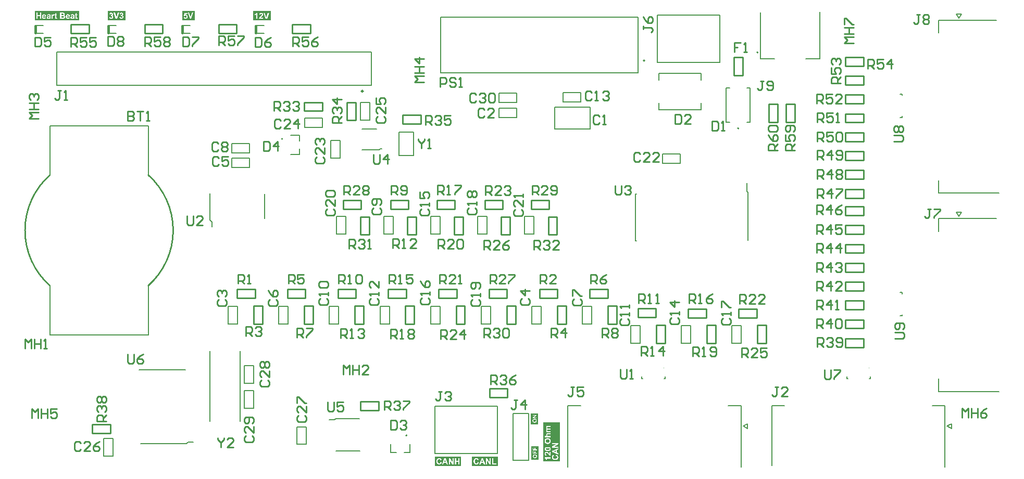
<source format=gto>
G04*
G04 #@! TF.GenerationSoftware,Altium Limited,Altium Designer,22.11.1 (43)*
G04*
G04 Layer_Color=65535*
%FSLAX44Y44*%
%MOMM*%
G71*
G04*
G04 #@! TF.SameCoordinates,7B4F1FB2-3D38-43E9-9EC1-43097A92C870*
G04*
G04*
G04 #@! TF.FilePolarity,Positive*
G04*
G01*
G75*
%ADD10C,0.2000*%
%ADD11C,0.1000*%
%ADD12C,0.2540*%
%ADD13C,0.1270*%
%ADD14C,0.4000*%
%ADD15C,0.1999*%
%ADD16C,0.1524*%
G36*
X817250Y-146500D02*
X805422D01*
Y-124062D01*
X817250D01*
Y-146500D01*
D02*
G37*
G36*
X691463Y-156464D02*
X648716D01*
Y-141277D01*
X691463D01*
Y-156464D01*
D02*
G37*
G36*
X816750Y-88500D02*
X804922D01*
Y-70911D01*
X816750D01*
Y-88500D01*
D02*
G37*
G36*
X70748Y568960D02*
X-1642D01*
Y583950D01*
X70748D01*
Y568960D01*
D02*
G37*
G36*
X381769D02*
X353499D01*
Y583978D01*
X381769D01*
Y568960D01*
D02*
G37*
G36*
X258895D02*
X237744D01*
Y583978D01*
X258895D01*
Y568960D01*
D02*
G37*
G36*
X751041Y-156464D02*
X709168D01*
Y-141277D01*
X751041D01*
Y-156464D01*
D02*
G37*
G36*
X145791Y568960D02*
X116835D01*
Y584035D01*
X145791D01*
Y568960D01*
D02*
G37*
G36*
X837151Y-85242D02*
Y-85242D01*
X851750D01*
Y-149250D01*
X837151D01*
Y-149250D01*
X824490D01*
Y-85242D01*
X837151D01*
D02*
G37*
%LPC*%
G36*
X814588Y-126602D02*
Y-129750D01*
X811825D01*
Y-127034D01*
X810725D01*
Y-129750D01*
X809184D01*
Y-126602D01*
X808084D01*
Y-131066D01*
X814588D01*
Y-126602D01*
D02*
G37*
G36*
Y-132156D02*
Y-135304D01*
X811825D01*
Y-132588D01*
X810725D01*
Y-135304D01*
X809184D01*
Y-132156D01*
X808084D01*
Y-136620D01*
X814588D01*
Y-132156D01*
D02*
G37*
G36*
X814710Y-137654D02*
D01*
Y-140802D01*
X814701Y-140539D01*
X814672Y-140295D01*
X814625Y-140060D01*
X814569Y-139844D01*
X814503Y-139637D01*
X814428Y-139449D01*
X814353Y-139280D01*
X814268Y-139120D01*
X814184Y-138989D01*
X814109Y-138866D01*
X814033Y-138763D01*
X813968Y-138678D01*
X813911Y-138603D01*
X813864Y-138556D01*
X813836Y-138528D01*
X813827Y-138519D01*
X813648Y-138368D01*
X813460Y-138237D01*
X813263Y-138115D01*
X813065Y-138020D01*
X812859Y-137936D01*
X812652Y-137861D01*
X812445Y-137804D01*
X812248Y-137757D01*
X812069Y-137729D01*
X811891Y-137701D01*
X811740Y-137682D01*
X811609Y-137663D01*
X811496D01*
X811411Y-137654D01*
X807962D01*
X811346D01*
X811054Y-137663D01*
X810782Y-137691D01*
X810528Y-137729D01*
X810284Y-137786D01*
X810067Y-137851D01*
X809861Y-137927D01*
X809673Y-138002D01*
X809513Y-138086D01*
X809362Y-138171D01*
X809231Y-138246D01*
X809118Y-138321D01*
X809024Y-138387D01*
X808958Y-138434D01*
X808902Y-138481D01*
X808874Y-138509D01*
X808864Y-138519D01*
X808705Y-138688D01*
X808564Y-138866D01*
X808441Y-139054D01*
X808338Y-139242D01*
X808254Y-139440D01*
X808178Y-139628D01*
X808122Y-139816D01*
X808075Y-139994D01*
X808037Y-140163D01*
X808009Y-140323D01*
X807990Y-140464D01*
X807972Y-140586D01*
Y-140680D01*
X807962Y-140755D01*
Y-140821D01*
X807972Y-141103D01*
X808000Y-141376D01*
X808047Y-141610D01*
X808094Y-141817D01*
X808122Y-141902D01*
X808141Y-141986D01*
X808160Y-142052D01*
X808188Y-142109D01*
X808197Y-142156D01*
X808216Y-142193D01*
X808225Y-142212D01*
Y-142221D01*
X808301Y-142390D01*
X808394Y-142550D01*
X808498Y-142691D01*
X808592Y-142814D01*
X808677Y-142917D01*
X808752Y-143001D01*
X808799Y-143048D01*
X808808Y-143058D01*
X808818Y-143067D01*
X808968Y-143199D01*
X809128Y-143321D01*
X809269Y-143424D01*
X809409Y-143509D01*
X809532Y-143575D01*
X809626Y-143631D01*
X809663Y-143640D01*
X809691Y-143659D01*
X809701Y-143669D01*
X809710D01*
X809973Y-143763D01*
X810255Y-143838D01*
X810537Y-143885D01*
X810800Y-143922D01*
X810923Y-143932D01*
X811035Y-143941D01*
X811129Y-143951D01*
X811214D01*
X811289Y-143960D01*
X814710D01*
Y-137654D01*
D02*
G37*
%LPD*%
G36*
X811524Y-139017D02*
X811721Y-139026D01*
X811900Y-139054D01*
X812060Y-139082D01*
X812219Y-139120D01*
X812361Y-139167D01*
X812483Y-139214D01*
X812596Y-139261D01*
X812699Y-139308D01*
X812783Y-139355D01*
X812859Y-139393D01*
X812924Y-139440D01*
X812971Y-139468D01*
X813000Y-139496D01*
X813018Y-139505D01*
X813028Y-139515D01*
X813131Y-139609D01*
X813216Y-139712D01*
X813291Y-139825D01*
X813357Y-139928D01*
X813404Y-140041D01*
X813451Y-140144D01*
X813516Y-140351D01*
X813563Y-140530D01*
X813573Y-140605D01*
X813582Y-140671D01*
X813592Y-140727D01*
Y-140802D01*
X813582Y-140943D01*
X813563Y-141084D01*
X813535Y-141216D01*
X813498Y-141338D01*
X813413Y-141564D01*
X813300Y-141742D01*
X813253Y-141827D01*
X813197Y-141892D01*
X813150Y-141958D01*
X813103Y-142005D01*
X813075Y-142043D01*
X813047Y-142071D01*
X813028Y-142090D01*
X813018Y-142099D01*
X812906Y-142184D01*
X812783Y-142268D01*
X812652Y-142334D01*
X812511Y-142390D01*
X812238Y-142485D01*
X811966Y-142541D01*
X811834Y-142560D01*
X811721Y-142578D01*
X811609Y-142588D01*
X811515Y-142597D01*
X811440Y-142607D01*
X811383D01*
X811346D01*
X811336D01*
X811129Y-142597D01*
X810941Y-142588D01*
X810763Y-142560D01*
X810594Y-142531D01*
X810443Y-142494D01*
X810302Y-142456D01*
X810180Y-142409D01*
X810067Y-142362D01*
X809964Y-142315D01*
X809879Y-142268D01*
X809814Y-142231D01*
X809748Y-142193D01*
X809701Y-142165D01*
X809673Y-142137D01*
X809654Y-142127D01*
X809644Y-142118D01*
X809541Y-142024D01*
X809456Y-141921D01*
X809381Y-141808D01*
X809316Y-141705D01*
X809259Y-141592D01*
X809222Y-141479D01*
X809146Y-141272D01*
X809109Y-141084D01*
X809099Y-141009D01*
X809090Y-140934D01*
X809081Y-140878D01*
Y-140802D01*
X809090Y-140652D01*
X809109Y-140511D01*
X809128Y-140379D01*
X809165Y-140257D01*
X809259Y-140041D01*
X809306Y-139938D01*
X809353Y-139853D01*
X809409Y-139768D01*
X809456Y-139703D01*
X809503Y-139646D01*
X809550Y-139590D01*
X809588Y-139552D01*
X809607Y-139524D01*
X809626Y-139515D01*
X809635Y-139505D01*
X809748Y-139421D01*
X809870Y-139336D01*
X809992Y-139270D01*
X810133Y-139214D01*
X810415Y-139129D01*
X810688Y-139073D01*
X810810Y-139045D01*
X810932Y-139036D01*
X811035Y-139026D01*
X811129Y-139017D01*
X811214Y-139007D01*
X811270D01*
X811308D01*
X811317D01*
X811524Y-139017D01*
D02*
G37*
G36*
X814710Y-143960D02*
X811383D01*
X811665Y-143951D01*
X811938Y-143922D01*
X812191Y-143885D01*
X812426Y-143828D01*
X812642Y-143763D01*
X812840Y-143687D01*
X813028Y-143612D01*
X813187Y-143528D01*
X813338Y-143453D01*
X813460Y-143377D01*
X813573Y-143302D01*
X813667Y-143236D01*
X813733Y-143180D01*
X813789Y-143142D01*
X813817Y-143114D01*
X813827Y-143105D01*
X813986Y-142936D01*
X814118Y-142757D01*
X814240Y-142578D01*
X814334Y-142381D01*
X814419Y-142193D01*
X814494Y-141996D01*
X814550Y-141817D01*
X814597Y-141629D01*
X814635Y-141460D01*
X814663Y-141300D01*
X814682Y-141159D01*
X814691Y-141037D01*
X814701Y-140943D01*
X814710Y-140868D01*
Y-143960D01*
D02*
G37*
%LPC*%
G36*
X655978Y-143816D02*
X655809D01*
X655443Y-143830D01*
X655076Y-143873D01*
X654752Y-143943D01*
X654428Y-144028D01*
X654146Y-144127D01*
X653864Y-144239D01*
X653624Y-144366D01*
X653399Y-144493D01*
X653187Y-144620D01*
X653018Y-144747D01*
X652863Y-144860D01*
X652736Y-144958D01*
X652637Y-145043D01*
X652567Y-145113D01*
X652525Y-145156D01*
X652511Y-145170D01*
X652285Y-145438D01*
X652102Y-145719D01*
X651933Y-146016D01*
X651792Y-146326D01*
X651665Y-146650D01*
X651566Y-146960D01*
X651482Y-147270D01*
X651411Y-147566D01*
X651355Y-147862D01*
X651327Y-148116D01*
X651298Y-148356D01*
X651270Y-148553D01*
Y-148722D01*
X651256Y-148849D01*
Y-148962D01*
X651270Y-149385D01*
X651312Y-149780D01*
X651369Y-150160D01*
X651453Y-150498D01*
X651538Y-150823D01*
X651651Y-151133D01*
X651764Y-151401D01*
X651876Y-151640D01*
X651989Y-151866D01*
X652102Y-152063D01*
X652215Y-152218D01*
X652299Y-152359D01*
X652384Y-152458D01*
X652440Y-152542D01*
X652482Y-152585D01*
X652496Y-152599D01*
X652736Y-152838D01*
X652990Y-153036D01*
X653258Y-153219D01*
X653526Y-153360D01*
X653793Y-153487D01*
X654061Y-153600D01*
X654315Y-153684D01*
X654555Y-153755D01*
X654794Y-153811D01*
X655006Y-153854D01*
X655203Y-153882D01*
X655358Y-153896D01*
X655499Y-153910D01*
X655598Y-153924D01*
X655683D01*
X655978Y-153910D01*
X656246Y-153896D01*
X656514Y-153854D01*
X656754Y-153797D01*
X656979Y-153741D01*
X657191Y-153684D01*
X657388Y-153614D01*
X657571Y-153529D01*
X657727Y-153459D01*
X657868Y-153388D01*
X657994Y-153332D01*
X658093Y-153275D01*
X658178Y-153219D01*
X658234Y-153177D01*
X658262Y-153163D01*
X658276Y-153149D01*
X658460Y-152994D01*
X658629Y-152824D01*
X658939Y-152444D01*
X659193Y-152049D01*
X659390Y-151669D01*
X659475Y-151485D01*
X659545Y-151316D01*
X659601Y-151161D01*
X659658Y-151034D01*
X659700Y-150921D01*
X659728Y-150837D01*
X659742Y-150780D01*
Y-150766D01*
X657825Y-150174D01*
X657712Y-150555D01*
X657586Y-150879D01*
X657459Y-151147D01*
X657318Y-151372D01*
X657205Y-151542D01*
X657106Y-151654D01*
X657036Y-151725D01*
X657008Y-151753D01*
X656782Y-151922D01*
X656556Y-152035D01*
X656331Y-152120D01*
X656134Y-152190D01*
X655950Y-152218D01*
X655795Y-152232D01*
X655739Y-152247D01*
X655668D01*
X655471Y-152232D01*
X655288Y-152218D01*
X654949Y-152120D01*
X654653Y-152007D01*
X654414Y-151852D01*
X654216Y-151711D01*
X654075Y-151598D01*
X654019Y-151542D01*
X653977Y-151499D01*
X653963Y-151485D01*
X653949Y-151471D01*
X653836Y-151316D01*
X653737Y-151133D01*
X653638Y-150935D01*
X653568Y-150724D01*
X653455Y-150287D01*
X653371Y-149850D01*
X653342Y-149639D01*
X653328Y-149455D01*
X653300Y-149272D01*
Y-149117D01*
X653286Y-149004D01*
Y-148905D01*
Y-148835D01*
Y-148821D01*
X653300Y-148497D01*
X653314Y-148201D01*
X653342Y-147933D01*
X653385Y-147679D01*
X653441Y-147453D01*
X653497Y-147242D01*
X653554Y-147059D01*
X653624Y-146890D01*
X653681Y-146749D01*
X653737Y-146622D01*
X653793Y-146523D01*
X653850Y-146439D01*
X653892Y-146368D01*
X653920Y-146326D01*
X653949Y-146298D01*
Y-146283D01*
X654075Y-146143D01*
X654216Y-146016D01*
X654357Y-145917D01*
X654512Y-145832D01*
X654808Y-145691D01*
X655090Y-145593D01*
X655330Y-145536D01*
X655443Y-145522D01*
X655527Y-145508D01*
X655612Y-145494D01*
X655711D01*
X655993Y-145508D01*
X656246Y-145564D01*
X656472Y-145635D01*
X656669Y-145719D01*
X656824Y-145804D01*
X656937Y-145875D01*
X657008Y-145931D01*
X657036Y-145945D01*
X657219Y-146114D01*
X657388Y-146312D01*
X657515Y-146509D01*
X657614Y-146706D01*
X657684Y-146875D01*
X657727Y-147002D01*
X657755Y-147059D01*
Y-147101D01*
X657769Y-147115D01*
Y-147129D01*
X659714Y-146664D01*
X659573Y-146255D01*
X659418Y-145903D01*
X659249Y-145593D01*
X659094Y-145339D01*
X658939Y-145142D01*
X658883Y-145057D01*
X658826Y-144986D01*
X658784Y-144944D01*
X658742Y-144902D01*
X658727Y-144874D01*
X658713D01*
X658502Y-144691D01*
X658262Y-144521D01*
X658037Y-144380D01*
X657797Y-144268D01*
X657543Y-144155D01*
X657304Y-144070D01*
X657064Y-144000D01*
X656838Y-143943D01*
X656627Y-143901D01*
X656430Y-143873D01*
X656260Y-143845D01*
X656105Y-143830D01*
X655978Y-143816D01*
D02*
G37*
G36*
X688923Y-144000D02*
X686950D01*
Y-147834D01*
X683101D01*
Y-144000D01*
X681127D01*
Y-153755D01*
X683101D01*
Y-149483D01*
X686950D01*
Y-153755D01*
X688923D01*
Y-144000D01*
D02*
G37*
G36*
X679041D02*
X677223D01*
Y-150569D01*
X673191Y-144000D01*
X671288D01*
Y-153755D01*
X673106D01*
Y-147327D01*
X677068Y-153755D01*
X679041D01*
Y-144000D01*
D02*
G37*
G36*
X666312D02*
X664225D01*
X660447Y-153755D01*
X662534D01*
X663337Y-151542D01*
X667256D01*
X668102Y-153755D01*
X670231D01*
X666312Y-144000D01*
D02*
G37*
%LPD*%
G36*
X666622Y-149892D02*
X663929D01*
X665254Y-146269D01*
X666622Y-149892D01*
D02*
G37*
%LPC*%
G36*
X814088Y-73451D02*
X807584D01*
Y-74664D01*
X811964D01*
X807584Y-77351D01*
Y-78620D01*
X814088D01*
Y-73451D01*
D02*
G37*
G36*
X814210Y-79654D02*
D01*
Y-82802D01*
X814201Y-82539D01*
X814172Y-82295D01*
X814125Y-82060D01*
X814069Y-81844D01*
X814003Y-81637D01*
X813928Y-81449D01*
X813853Y-81280D01*
X813768Y-81120D01*
X813684Y-80989D01*
X813608Y-80866D01*
X813533Y-80763D01*
X813467Y-80678D01*
X813411Y-80603D01*
X813364Y-80556D01*
X813336Y-80528D01*
X813326Y-80519D01*
X813148Y-80368D01*
X812960Y-80237D01*
X812763Y-80114D01*
X812565Y-80021D01*
X812358Y-79936D01*
X812152Y-79861D01*
X811945Y-79804D01*
X811748Y-79757D01*
X811569Y-79729D01*
X811391Y-79701D01*
X811240Y-79682D01*
X811109Y-79663D01*
X810996D01*
X810911Y-79654D01*
X807462D01*
X810845D01*
X810554Y-79663D01*
X810282Y-79692D01*
X810028Y-79729D01*
X809783Y-79785D01*
X809567Y-79851D01*
X809361Y-79927D01*
X809173Y-80002D01*
X809013Y-80086D01*
X808863Y-80171D01*
X808731Y-80246D01*
X808618Y-80321D01*
X808524Y-80387D01*
X808458Y-80434D01*
X808402Y-80481D01*
X808374Y-80509D01*
X808364Y-80519D01*
X808205Y-80688D01*
X808064Y-80866D01*
X807942Y-81054D01*
X807838Y-81242D01*
X807754Y-81440D01*
X807678Y-81628D01*
X807622Y-81816D01*
X807575Y-81994D01*
X807537Y-82163D01*
X807509Y-82323D01*
X807490Y-82464D01*
X807472Y-82586D01*
Y-82680D01*
X807462Y-82755D01*
Y-82821D01*
X807472Y-83103D01*
X807500Y-83376D01*
X807547Y-83610D01*
X807594Y-83817D01*
X807622Y-83902D01*
X807641Y-83986D01*
X807660Y-84052D01*
X807688Y-84109D01*
X807697Y-84156D01*
X807716Y-84193D01*
X807725Y-84212D01*
Y-84221D01*
X807801Y-84390D01*
X807895Y-84550D01*
X807998Y-84691D01*
X808092Y-84813D01*
X808176Y-84917D01*
X808252Y-85001D01*
X808299Y-85048D01*
X808308Y-85058D01*
X808317Y-85067D01*
X808468Y-85199D01*
X808627Y-85321D01*
X808768Y-85424D01*
X808910Y-85509D01*
X809032Y-85575D01*
X809126Y-85631D01*
X809163Y-85640D01*
X809191Y-85659D01*
X809201Y-85669D01*
X809210D01*
X809473Y-85763D01*
X809755Y-85838D01*
X810037Y-85885D01*
X810300Y-85922D01*
X810423Y-85932D01*
X810535Y-85941D01*
X810629Y-85951D01*
X810714D01*
X810789Y-85960D01*
X814210D01*
Y-79654D01*
D02*
G37*
%LPD*%
G36*
X814088Y-77408D02*
X809802D01*
X814088Y-74767D01*
Y-77408D01*
D02*
G37*
G36*
X811024Y-81017D02*
X811221Y-81026D01*
X811400Y-81054D01*
X811560Y-81082D01*
X811720Y-81120D01*
X811861Y-81167D01*
X811983Y-81214D01*
X812095Y-81261D01*
X812199Y-81308D01*
X812283Y-81355D01*
X812358Y-81393D01*
X812424Y-81440D01*
X812471Y-81468D01*
X812499Y-81496D01*
X812518Y-81505D01*
X812528Y-81515D01*
X812631Y-81609D01*
X812716Y-81712D01*
X812791Y-81825D01*
X812857Y-81928D01*
X812904Y-82041D01*
X812951Y-82144D01*
X813016Y-82351D01*
X813063Y-82530D01*
X813073Y-82605D01*
X813082Y-82671D01*
X813092Y-82727D01*
Y-82802D01*
X813082Y-82943D01*
X813063Y-83084D01*
X813035Y-83216D01*
X812998Y-83338D01*
X812913Y-83563D01*
X812800Y-83742D01*
X812753Y-83827D01*
X812697Y-83892D01*
X812650Y-83958D01*
X812603Y-84005D01*
X812575Y-84043D01*
X812546Y-84071D01*
X812528Y-84090D01*
X812518Y-84099D01*
X812405Y-84184D01*
X812283Y-84268D01*
X812152Y-84334D01*
X812011Y-84390D01*
X811738Y-84485D01*
X811466Y-84541D01*
X811334Y-84560D01*
X811221Y-84579D01*
X811109Y-84588D01*
X811015Y-84597D01*
X810939Y-84607D01*
X810883D01*
X810845D01*
X810836D01*
X810629Y-84597D01*
X810441Y-84588D01*
X810263Y-84560D01*
X810094Y-84531D01*
X809943Y-84494D01*
X809802Y-84456D01*
X809680Y-84409D01*
X809567Y-84362D01*
X809464Y-84315D01*
X809379Y-84268D01*
X809314Y-84231D01*
X809248Y-84193D01*
X809201Y-84165D01*
X809173Y-84137D01*
X809154Y-84127D01*
X809144Y-84118D01*
X809041Y-84024D01*
X808957Y-83921D01*
X808881Y-83808D01*
X808816Y-83705D01*
X808759Y-83592D01*
X808721Y-83479D01*
X808646Y-83272D01*
X808609Y-83084D01*
X808599Y-83009D01*
X808590Y-82934D01*
X808581Y-82878D01*
Y-82802D01*
X808590Y-82652D01*
X808609Y-82511D01*
X808627Y-82379D01*
X808665Y-82257D01*
X808759Y-82041D01*
X808806Y-81938D01*
X808853Y-81853D01*
X808910Y-81769D01*
X808957Y-81703D01*
X809004Y-81646D01*
X809051Y-81590D01*
X809088Y-81552D01*
X809107Y-81524D01*
X809126Y-81515D01*
X809135Y-81505D01*
X809248Y-81421D01*
X809370Y-81336D01*
X809492Y-81270D01*
X809633Y-81214D01*
X809915Y-81129D01*
X810188Y-81073D01*
X810310Y-81045D01*
X810432Y-81035D01*
X810535Y-81026D01*
X810629Y-81017D01*
X810714Y-81007D01*
X810770D01*
X810808D01*
X810817D01*
X811024Y-81017D01*
D02*
G37*
G36*
X814210Y-85960D02*
X810883D01*
X811165Y-85951D01*
X811438Y-85922D01*
X811691Y-85885D01*
X811926Y-85828D01*
X812142Y-85763D01*
X812340Y-85688D01*
X812528Y-85612D01*
X812688Y-85528D01*
X812838Y-85452D01*
X812960Y-85377D01*
X813073Y-85302D01*
X813167Y-85236D01*
X813233Y-85180D01*
X813289Y-85142D01*
X813317Y-85114D01*
X813326Y-85105D01*
X813486Y-84936D01*
X813618Y-84757D01*
X813740Y-84579D01*
X813834Y-84381D01*
X813919Y-84193D01*
X813994Y-83996D01*
X814050Y-83817D01*
X814097Y-83629D01*
X814135Y-83460D01*
X814163Y-83300D01*
X814182Y-83159D01*
X814191Y-83037D01*
X814201Y-82943D01*
X814210Y-82868D01*
Y-85960D01*
D02*
G37*
%LPC*%
G36*
X29247Y578887D02*
X29134D01*
X28965Y578873D01*
X28824Y578859D01*
X28683Y578816D01*
X28570Y578774D01*
X28472Y578732D01*
X28387Y578704D01*
X28345Y578675D01*
X28331Y578661D01*
X28189Y578563D01*
X28063Y578422D01*
X27922Y578267D01*
X27809Y578111D01*
X27696Y577956D01*
X27612Y577830D01*
X27555Y577745D01*
X27541Y577731D01*
Y578732D01*
X25807D01*
Y571655D01*
X27682D01*
Y573826D01*
Y574150D01*
Y574446D01*
X27696Y574714D01*
X27710Y574954D01*
Y575179D01*
X27724Y575363D01*
X27738Y575546D01*
X27752Y575687D01*
X27767Y575814D01*
X27781Y575927D01*
X27795Y576011D01*
Y576082D01*
X27809Y576124D01*
X27823Y576166D01*
Y576194D01*
X27879Y576392D01*
X27950Y576561D01*
X28020Y576702D01*
X28091Y576800D01*
X28147Y576885D01*
X28204Y576941D01*
X28232Y576970D01*
X28246Y576984D01*
X28359Y577054D01*
X28472Y577111D01*
X28584Y577153D01*
X28683Y577181D01*
X28767Y577195D01*
X28852Y577209D01*
X28909D01*
X29063Y577195D01*
X29219Y577167D01*
X29360Y577111D01*
X29501Y577054D01*
X29613Y576998D01*
X29698Y576941D01*
X29768Y576913D01*
X29783Y576899D01*
X30375Y578520D01*
X30149Y578647D01*
X29938Y578732D01*
X29726Y578802D01*
X29529Y578844D01*
X29374Y578873D01*
X29247Y578887D01*
D02*
G37*
G36*
X8693Y581410D02*
X6720D01*
Y577576D01*
X2871D01*
Y581410D01*
X898D01*
Y571655D01*
X2871D01*
Y575927D01*
X6720D01*
Y571655D01*
X8693D01*
Y581410D01*
D02*
G37*
G36*
X59908Y578887D02*
X59443D01*
X59217Y578859D01*
X58991Y578844D01*
X58794Y578802D01*
X58597Y578774D01*
X58428Y578732D01*
X58273Y578675D01*
X58132Y578633D01*
X58019Y578591D01*
X57906Y578534D01*
X57821Y578492D01*
X57737Y578464D01*
X57681Y578422D01*
X57638Y578408D01*
X57624Y578379D01*
X57610D01*
X57370Y578168D01*
X57173Y577928D01*
X57004Y577674D01*
X56863Y577435D01*
X56764Y577209D01*
X56722Y577111D01*
X56694Y577026D01*
X56666Y576955D01*
X56651Y576899D01*
X56637Y576871D01*
Y576857D01*
X58315Y576547D01*
X58385Y576716D01*
X58456Y576857D01*
X58526Y576984D01*
X58611Y577082D01*
X58667Y577153D01*
X58724Y577195D01*
X58752Y577223D01*
X58766Y577238D01*
X58879Y577308D01*
X59006Y577364D01*
X59146Y577393D01*
X59273Y577421D01*
X59386Y577435D01*
X59471Y577449D01*
X59555D01*
X59809Y577435D01*
X60021Y577407D01*
X60190Y577378D01*
X60331Y577336D01*
X60429Y577280D01*
X60500Y577252D01*
X60542Y577223D01*
X60556Y577209D01*
X60655Y577111D01*
X60725Y576998D01*
X60768Y576871D01*
X60810Y576744D01*
X60824Y576617D01*
X60838Y576519D01*
Y576462D01*
Y576434D01*
Y576251D01*
X60739Y576208D01*
X60613Y576166D01*
X60345Y576082D01*
X60035Y576011D01*
X59739Y575941D01*
X59457Y575870D01*
X59330Y575842D01*
X59217Y575828D01*
X59132Y575814D01*
X59062Y575800D01*
X59020Y575785D01*
X59006D01*
X58667Y575715D01*
X58357Y575644D01*
X58103Y575574D01*
X57892Y575504D01*
X57723Y575433D01*
X57610Y575391D01*
X57540Y575363D01*
X57511Y575349D01*
X57328Y575250D01*
X57173Y575137D01*
X57032Y575010D01*
X56933Y574897D01*
X56835Y574799D01*
X56778Y574714D01*
X56736Y574658D01*
X56722Y574630D01*
X56623Y574446D01*
X56553Y574263D01*
X56510Y574094D01*
X56482Y573925D01*
X56454Y573784D01*
X56440Y573671D01*
Y573572D01*
X56454Y573403D01*
X56468Y573248D01*
X56539Y572952D01*
X56637Y572698D01*
X56750Y572487D01*
X56863Y572318D01*
X56961Y572191D01*
X57032Y572106D01*
X57060Y572092D01*
Y572078D01*
X57314Y571881D01*
X57596Y571740D01*
X57878Y571641D01*
X58160Y571571D01*
X58399Y571528D01*
X58512Y571514D01*
X58597D01*
X58681Y571500D01*
X58780D01*
X59006Y571514D01*
X59231Y571542D01*
X59429Y571571D01*
X59598Y571613D01*
X59739Y571655D01*
X59851Y571697D01*
X59922Y571712D01*
X59950Y571726D01*
X60147Y571824D01*
X60345Y571923D01*
X60514Y572050D01*
X60669Y572163D01*
X60796Y572261D01*
X60895Y572346D01*
X60951Y572402D01*
X60979Y572416D01*
X60993Y572360D01*
X61021Y572289D01*
X61035Y572233D01*
X61050Y572219D01*
Y572205D01*
X61092Y572078D01*
X61120Y571965D01*
X61148Y571866D01*
X61177Y571796D01*
X61205Y571740D01*
X61219Y571683D01*
X61233Y571669D01*
Y571655D01*
X63080D01*
X62995Y571838D01*
X62924Y572007D01*
X62868Y572163D01*
X62812Y572304D01*
X62784Y572416D01*
X62755Y572515D01*
X62741Y572571D01*
Y572585D01*
X62713Y572769D01*
X62699Y572994D01*
X62671Y573220D01*
Y573445D01*
X62657Y573643D01*
Y573812D01*
Y573882D01*
Y573925D01*
Y573953D01*
Y573967D01*
X62685Y576152D01*
Y576378D01*
X62671Y576575D01*
X62657Y576758D01*
X62643Y576927D01*
X62628Y577082D01*
X62600Y577223D01*
X62586Y577350D01*
X62558Y577449D01*
X62530Y577548D01*
X62516Y577618D01*
X62473Y577745D01*
X62445Y577801D01*
X62431Y577830D01*
X62318Y577985D01*
X62192Y578140D01*
X62050Y578267D01*
X61895Y578379D01*
X61769Y578464D01*
X61656Y578520D01*
X61585Y578563D01*
X61571Y578577D01*
X61557D01*
X61430Y578633D01*
X61303Y578675D01*
X61007Y578760D01*
X60697Y578816D01*
X60401Y578844D01*
X60119Y578873D01*
X60006D01*
X59908Y578887D01*
D02*
G37*
G36*
X43823Y581410D02*
X39538D01*
Y571655D01*
X43767D01*
X44006Y571669D01*
X44429D01*
X44598Y571683D01*
X44866D01*
X44965Y571697D01*
X45106D01*
X45162Y571712D01*
X45219D01*
X45501Y571754D01*
X45754Y571824D01*
X45980Y571895D01*
X46177Y571979D01*
X46332Y572050D01*
X46445Y572120D01*
X46516Y572163D01*
X46544Y572177D01*
X46741Y572332D01*
X46896Y572501D01*
X47051Y572656D01*
X47164Y572825D01*
X47263Y572966D01*
X47333Y573079D01*
X47375Y573149D01*
X47390Y573177D01*
X47488Y573417D01*
X47573Y573643D01*
X47629Y573868D01*
X47657Y574066D01*
X47686Y574235D01*
X47700Y574362D01*
Y574474D01*
X47686Y574785D01*
X47629Y575066D01*
X47545Y575306D01*
X47460Y575532D01*
X47375Y575701D01*
X47291Y575828D01*
X47235Y575912D01*
X47221Y575941D01*
X47023Y576166D01*
X46812Y576349D01*
X46572Y576504D01*
X46361Y576617D01*
X46163Y576716D01*
X45994Y576786D01*
X45938Y576800D01*
X45895Y576815D01*
X45867Y576829D01*
X45853D01*
X46079Y576955D01*
X46276Y577082D01*
X46445Y577238D01*
X46586Y577364D01*
X46685Y577491D01*
X46769Y577590D01*
X46826Y577660D01*
X46840Y577689D01*
X46967Y577914D01*
X47065Y578126D01*
X47122Y578337D01*
X47178Y578534D01*
X47206Y578704D01*
X47221Y578830D01*
Y578915D01*
Y578929D01*
Y578943D01*
X47206Y579169D01*
X47178Y579394D01*
X47122Y579578D01*
X47065Y579747D01*
X47009Y579888D01*
X46953Y580000D01*
X46924Y580057D01*
X46910Y580085D01*
X46798Y580268D01*
X46671Y580423D01*
X46544Y580564D01*
X46431Y580691D01*
X46318Y580776D01*
X46234Y580846D01*
X46177Y580889D01*
X46163Y580903D01*
X45994Y581016D01*
X45811Y581100D01*
X45642Y581171D01*
X45486Y581227D01*
X45346Y581269D01*
X45247Y581297D01*
X45176Y581311D01*
X45148D01*
X44909Y581340D01*
X44641Y581368D01*
X44359Y581382D01*
X44077Y581396D01*
X43823Y581410D01*
D02*
G37*
G36*
X21268Y578887D02*
X20803D01*
X20577Y578859D01*
X20352Y578844D01*
X20154Y578802D01*
X19957Y578774D01*
X19788Y578732D01*
X19633Y578675D01*
X19492Y578633D01*
X19379Y578591D01*
X19266Y578534D01*
X19181Y578492D01*
X19097Y578464D01*
X19041Y578422D01*
X18998Y578408D01*
X18984Y578379D01*
X18970D01*
X18730Y578168D01*
X18533Y577928D01*
X18364Y577674D01*
X18223Y577435D01*
X18124Y577209D01*
X18082Y577111D01*
X18054Y577026D01*
X18026Y576955D01*
X18011Y576899D01*
X17997Y576871D01*
Y576857D01*
X19675Y576547D01*
X19745Y576716D01*
X19816Y576857D01*
X19886Y576984D01*
X19971Y577082D01*
X20027Y577153D01*
X20084Y577195D01*
X20112Y577223D01*
X20126Y577238D01*
X20239Y577308D01*
X20366Y577364D01*
X20507Y577393D01*
X20633Y577421D01*
X20746Y577435D01*
X20831Y577449D01*
X20916D01*
X21169Y577435D01*
X21381Y577407D01*
X21550Y577378D01*
X21691Y577336D01*
X21790Y577280D01*
X21860Y577252D01*
X21902Y577223D01*
X21916Y577209D01*
X22015Y577111D01*
X22085Y576998D01*
X22128Y576871D01*
X22170Y576744D01*
X22184Y576617D01*
X22198Y576519D01*
Y576462D01*
Y576434D01*
Y576251D01*
X22100Y576208D01*
X21973Y576166D01*
X21705Y576082D01*
X21395Y576011D01*
X21099Y575941D01*
X20817Y575870D01*
X20690Y575842D01*
X20577Y575828D01*
X20493Y575814D01*
X20422Y575800D01*
X20380Y575785D01*
X20366D01*
X20027Y575715D01*
X19717Y575644D01*
X19463Y575574D01*
X19252Y575504D01*
X19083Y575433D01*
X18970Y575391D01*
X18900Y575363D01*
X18871Y575349D01*
X18688Y575250D01*
X18533Y575137D01*
X18392Y575010D01*
X18293Y574897D01*
X18195Y574799D01*
X18138Y574714D01*
X18096Y574658D01*
X18082Y574630D01*
X17983Y574446D01*
X17913Y574263D01*
X17871Y574094D01*
X17842Y573925D01*
X17814Y573784D01*
X17800Y573671D01*
Y573572D01*
X17814Y573403D01*
X17828Y573248D01*
X17899Y572952D01*
X17997Y572698D01*
X18110Y572487D01*
X18223Y572318D01*
X18322Y572191D01*
X18392Y572106D01*
X18420Y572092D01*
Y572078D01*
X18674Y571881D01*
X18956Y571740D01*
X19238Y571641D01*
X19520Y571571D01*
X19760Y571528D01*
X19872Y571514D01*
X19957D01*
X20041Y571500D01*
X20140D01*
X20366Y571514D01*
X20591Y571542D01*
X20789Y571571D01*
X20958Y571613D01*
X21099Y571655D01*
X21212Y571697D01*
X21282Y571712D01*
X21310Y571726D01*
X21508Y571824D01*
X21705Y571923D01*
X21874Y572050D01*
X22029Y572163D01*
X22156Y572261D01*
X22255Y572346D01*
X22311Y572402D01*
X22339Y572416D01*
X22353Y572360D01*
X22382Y572289D01*
X22396Y572233D01*
X22410Y572219D01*
Y572205D01*
X22452Y572078D01*
X22480Y571965D01*
X22508Y571866D01*
X22537Y571796D01*
X22565Y571740D01*
X22579Y571683D01*
X22593Y571669D01*
Y571655D01*
X24440D01*
X24355Y571838D01*
X24285Y572007D01*
X24228Y572163D01*
X24172Y572304D01*
X24144Y572416D01*
X24116Y572515D01*
X24101Y572571D01*
Y572585D01*
X24073Y572769D01*
X24059Y572994D01*
X24031Y573220D01*
Y573445D01*
X24017Y573643D01*
Y573812D01*
Y573882D01*
Y573925D01*
Y573953D01*
Y573967D01*
X24045Y576152D01*
Y576378D01*
X24031Y576575D01*
X24017Y576758D01*
X24003Y576927D01*
X23989Y577082D01*
X23960Y577223D01*
X23946Y577350D01*
X23918Y577449D01*
X23890Y577548D01*
X23876Y577618D01*
X23834Y577745D01*
X23805Y577801D01*
X23791Y577830D01*
X23679Y577985D01*
X23552Y578140D01*
X23411Y578267D01*
X23256Y578379D01*
X23129Y578464D01*
X23016Y578520D01*
X22945Y578563D01*
X22931Y578577D01*
X22917D01*
X22790Y578633D01*
X22664Y578675D01*
X22367Y578760D01*
X22057Y578816D01*
X21761Y578844D01*
X21479Y578873D01*
X21367D01*
X21268Y578887D01*
D02*
G37*
G36*
X66491Y581241D02*
X64616Y580141D01*
Y578732D01*
X63756D01*
Y577238D01*
X64616D01*
Y574150D01*
Y573967D01*
Y573812D01*
Y573657D01*
X64630Y573530D01*
Y573304D01*
X64644Y573121D01*
X64658Y572980D01*
Y572896D01*
X64673Y572839D01*
Y572825D01*
X64701Y572670D01*
X64743Y572529D01*
X64785Y572402D01*
X64828Y572304D01*
X64870Y572219D01*
X64898Y572163D01*
X64912Y572120D01*
X64926Y572106D01*
X65011Y572007D01*
X65110Y571923D01*
X65307Y571782D01*
X65392Y571740D01*
X65462Y571697D01*
X65518Y571683D01*
X65532Y571669D01*
X65687Y571613D01*
X65843Y571571D01*
X65998Y571542D01*
X66139Y571528D01*
X66266Y571514D01*
X66364Y571500D01*
X66449D01*
X66745Y571514D01*
X67027Y571542D01*
X67281Y571585D01*
X67492Y571641D01*
X67675Y571683D01*
X67816Y571726D01*
X67901Y571754D01*
X67915Y571768D01*
X67929D01*
X67760Y573220D01*
X67591Y573163D01*
X67436Y573121D01*
X67309Y573093D01*
X67196Y573079D01*
X67111Y573065D01*
X67055Y573051D01*
X66999D01*
X66872Y573065D01*
X66773Y573093D01*
X66717Y573121D01*
X66688Y573135D01*
X66604Y573220D01*
X66562Y573290D01*
X66533Y573347D01*
X66519Y573375D01*
Y573403D01*
X66505Y573460D01*
Y573586D01*
Y573755D01*
X66491Y573925D01*
Y574094D01*
Y574235D01*
Y574291D01*
Y574333D01*
Y574362D01*
Y574376D01*
Y577238D01*
X67774D01*
Y578732D01*
X66491D01*
Y581241D01*
D02*
G37*
G36*
X52197Y578887D02*
X52042D01*
X51788Y578873D01*
X51548Y578844D01*
X51309Y578788D01*
X51097Y578732D01*
X50886Y578661D01*
X50702Y578577D01*
X50519Y578478D01*
X50364Y578393D01*
X50223Y578295D01*
X50096Y578196D01*
X49984Y578111D01*
X49899Y578041D01*
X49828Y577985D01*
X49772Y577928D01*
X49744Y577900D01*
X49730Y577886D01*
X49575Y577689D01*
X49434Y577477D01*
X49307Y577266D01*
X49194Y577040D01*
X49110Y576800D01*
X49039Y576575D01*
X48926Y576138D01*
X48884Y575927D01*
X48856Y575743D01*
X48842Y575574D01*
X48828Y575433D01*
X48813Y575306D01*
Y575137D01*
X48828Y574869D01*
X48842Y574601D01*
X48884Y574362D01*
X48926Y574136D01*
X48969Y573911D01*
X49039Y573713D01*
X49095Y573530D01*
X49166Y573361D01*
X49222Y573206D01*
X49293Y573079D01*
X49349Y572966D01*
X49391Y572867D01*
X49448Y572797D01*
X49476Y572741D01*
X49490Y572712D01*
X49504Y572698D01*
X49688Y572487D01*
X49871Y572304D01*
X50082Y572149D01*
X50308Y572007D01*
X50533Y571895D01*
X50759Y571796D01*
X50984Y571712D01*
X51210Y571655D01*
X51407Y571599D01*
X51605Y571571D01*
X51788Y571542D01*
X51943Y571514D01*
X52070D01*
X52154Y571500D01*
X52239D01*
X52648Y571528D01*
X53028Y571585D01*
X53353Y571669D01*
X53635Y571768D01*
X53762Y571824D01*
X53860Y571866D01*
X53959Y571909D01*
X54029Y571951D01*
X54086Y571993D01*
X54142Y572007D01*
X54156Y572036D01*
X54170D01*
X54438Y572261D01*
X54678Y572501D01*
X54875Y572769D01*
X55030Y573022D01*
X55157Y573248D01*
X55199Y573347D01*
X55242Y573431D01*
X55270Y573502D01*
X55298Y573558D01*
X55312Y573586D01*
Y573601D01*
X53451Y573911D01*
X53381Y573727D01*
X53310Y573558D01*
X53240Y573431D01*
X53155Y573318D01*
X53099Y573234D01*
X53042Y573177D01*
X53000Y573149D01*
X52986Y573135D01*
X52873Y573051D01*
X52747Y572994D01*
X52620Y572952D01*
X52507Y572924D01*
X52408Y572910D01*
X52324Y572896D01*
X52253D01*
X52028Y572910D01*
X51816Y572966D01*
X51619Y573037D01*
X51464Y573121D01*
X51337Y573206D01*
X51252Y573276D01*
X51182Y573333D01*
X51168Y573347D01*
X51027Y573530D01*
X50928Y573741D01*
X50843Y573967D01*
X50787Y574164D01*
X50759Y574362D01*
X50745Y574503D01*
X50731Y574559D01*
Y574601D01*
Y574630D01*
Y574644D01*
X55411D01*
Y575038D01*
X55383Y575391D01*
X55340Y575729D01*
X55284Y576039D01*
X55213Y576335D01*
X55143Y576589D01*
X55058Y576829D01*
X54974Y577040D01*
X54889Y577223D01*
X54805Y577393D01*
X54734Y577519D01*
X54664Y577632D01*
X54607Y577717D01*
X54565Y577787D01*
X54537Y577816D01*
X54523Y577830D01*
X54354Y578013D01*
X54156Y578182D01*
X53959Y578323D01*
X53762Y578436D01*
X53550Y578549D01*
X53339Y578633D01*
X53141Y578704D01*
X52944Y578760D01*
X52761Y578802D01*
X52591Y578830D01*
X52436Y578859D01*
X52309Y578873D01*
X52197Y578887D01*
D02*
G37*
G36*
X33152Y581241D02*
X31277Y580141D01*
Y578732D01*
X30417D01*
Y577238D01*
X31277D01*
Y574150D01*
Y573967D01*
Y573812D01*
Y573657D01*
X31291Y573530D01*
Y573304D01*
X31305Y573121D01*
X31319Y572980D01*
Y572896D01*
X31333Y572839D01*
Y572825D01*
X31361Y572670D01*
X31404Y572529D01*
X31446Y572402D01*
X31488Y572304D01*
X31530Y572219D01*
X31559Y572163D01*
X31573Y572120D01*
X31587Y572106D01*
X31672Y572007D01*
X31770Y571923D01*
X31967Y571782D01*
X32052Y571740D01*
X32123Y571697D01*
X32179Y571683D01*
X32193Y571669D01*
X32348Y571613D01*
X32503Y571571D01*
X32658Y571542D01*
X32799Y571528D01*
X32926Y571514D01*
X33025Y571500D01*
X33109D01*
X33405Y571514D01*
X33687Y571542D01*
X33941Y571585D01*
X34153Y571641D01*
X34336Y571683D01*
X34477Y571726D01*
X34561Y571754D01*
X34576Y571768D01*
X34590D01*
X34420Y573220D01*
X34251Y573163D01*
X34096Y573121D01*
X33969Y573093D01*
X33856Y573079D01*
X33772Y573065D01*
X33716Y573051D01*
X33659D01*
X33532Y573065D01*
X33434Y573093D01*
X33377Y573121D01*
X33349Y573135D01*
X33264Y573220D01*
X33222Y573290D01*
X33194Y573347D01*
X33180Y573375D01*
Y573403D01*
X33166Y573460D01*
Y573586D01*
Y573755D01*
X33152Y573925D01*
Y574094D01*
Y574235D01*
Y574291D01*
Y574333D01*
Y574362D01*
Y574376D01*
Y577238D01*
X34434D01*
Y578732D01*
X33152D01*
Y581241D01*
D02*
G37*
G36*
X13557Y578887D02*
X13402D01*
X13148Y578873D01*
X12908Y578844D01*
X12669Y578788D01*
X12457Y578732D01*
X12246Y578661D01*
X12063Y578577D01*
X11879Y578478D01*
X11724Y578393D01*
X11583Y578295D01*
X11456Y578196D01*
X11344Y578111D01*
X11259Y578041D01*
X11188Y577985D01*
X11132Y577928D01*
X11104Y577900D01*
X11090Y577886D01*
X10935Y577689D01*
X10794Y577477D01*
X10667Y577266D01*
X10554Y577040D01*
X10470Y576800D01*
X10399Y576575D01*
X10286Y576138D01*
X10244Y575927D01*
X10216Y575743D01*
X10202Y575574D01*
X10188Y575433D01*
X10174Y575306D01*
Y575137D01*
X10188Y574869D01*
X10202Y574601D01*
X10244Y574362D01*
X10286Y574136D01*
X10329Y573911D01*
X10399Y573713D01*
X10455Y573530D01*
X10526Y573361D01*
X10582Y573206D01*
X10653Y573079D01*
X10709Y572966D01*
X10752Y572867D01*
X10808Y572797D01*
X10836Y572741D01*
X10850Y572712D01*
X10864Y572698D01*
X11048Y572487D01*
X11231Y572304D01*
X11442Y572149D01*
X11668Y572007D01*
X11893Y571895D01*
X12119Y571796D01*
X12344Y571712D01*
X12570Y571655D01*
X12767Y571599D01*
X12965Y571571D01*
X13148Y571542D01*
X13303Y571514D01*
X13430D01*
X13515Y571500D01*
X13599D01*
X14008Y571528D01*
X14389Y571585D01*
X14713Y571669D01*
X14995Y571768D01*
X15122Y571824D01*
X15220Y571866D01*
X15319Y571909D01*
X15389Y571951D01*
X15446Y571993D01*
X15502Y572007D01*
X15516Y572036D01*
X15530D01*
X15798Y572261D01*
X16038Y572501D01*
X16235Y572769D01*
X16390Y573022D01*
X16517Y573248D01*
X16559Y573347D01*
X16602Y573431D01*
X16630Y573502D01*
X16658Y573558D01*
X16672Y573586D01*
Y573601D01*
X14812Y573911D01*
X14741Y573727D01*
X14670Y573558D01*
X14600Y573431D01*
X14515Y573318D01*
X14459Y573234D01*
X14403Y573177D01*
X14360Y573149D01*
X14346Y573135D01*
X14233Y573051D01*
X14107Y572994D01*
X13980Y572952D01*
X13867Y572924D01*
X13768Y572910D01*
X13684Y572896D01*
X13613D01*
X13388Y572910D01*
X13176Y572966D01*
X12979Y573037D01*
X12824Y573121D01*
X12697Y573206D01*
X12612Y573276D01*
X12542Y573333D01*
X12528Y573347D01*
X12387Y573530D01*
X12288Y573741D01*
X12204Y573967D01*
X12147Y574164D01*
X12119Y574362D01*
X12105Y574503D01*
X12091Y574559D01*
Y574601D01*
Y574630D01*
Y574644D01*
X16771D01*
Y575038D01*
X16743Y575391D01*
X16701Y575729D01*
X16644Y576039D01*
X16574Y576335D01*
X16503Y576589D01*
X16418Y576829D01*
X16334Y577040D01*
X16249Y577223D01*
X16165Y577393D01*
X16094Y577519D01*
X16024Y577632D01*
X15967Y577717D01*
X15925Y577787D01*
X15897Y577816D01*
X15883Y577830D01*
X15714Y578013D01*
X15516Y578182D01*
X15319Y578323D01*
X15122Y578436D01*
X14910Y578549D01*
X14699Y578633D01*
X14501Y578704D01*
X14304Y578760D01*
X14121Y578802D01*
X13952Y578830D01*
X13796Y578859D01*
X13670Y578873D01*
X13557Y578887D01*
D02*
G37*
%LPD*%
G36*
X60838Y574658D02*
Y574432D01*
X60824Y574235D01*
X60810Y574080D01*
X60796Y573953D01*
X60782Y573868D01*
X60768Y573798D01*
X60754Y573770D01*
Y573755D01*
X60711Y573629D01*
X60641Y573502D01*
X60570Y573403D01*
X60500Y573304D01*
X60429Y573234D01*
X60373Y573177D01*
X60331Y573149D01*
X60317Y573135D01*
X60147Y573022D01*
X59964Y572952D01*
X59809Y572896D01*
X59654Y572853D01*
X59527Y572825D01*
X59429Y572811D01*
X59344D01*
X59189Y572825D01*
X59034Y572853D01*
X58907Y572896D01*
X58808Y572952D01*
X58710Y573008D01*
X58653Y573051D01*
X58611Y573079D01*
X58597Y573093D01*
X58498Y573206D01*
X58428Y573318D01*
X58385Y573431D01*
X58357Y573544D01*
X58329Y573629D01*
X58315Y573699D01*
Y573755D01*
Y573770D01*
X58329Y573911D01*
X58371Y574038D01*
X58428Y574150D01*
X58498Y574249D01*
X58555Y574319D01*
X58611Y574376D01*
X58653Y574404D01*
X58667Y574418D01*
X58780Y574474D01*
X58921Y574545D01*
X59090Y574601D01*
X59259Y574644D01*
X59429Y574686D01*
X59555Y574714D01*
X59612Y574728D01*
X59654Y574742D01*
X59682D01*
X59964Y574799D01*
X60190Y574855D01*
X60401Y574911D01*
X60556Y574954D01*
X60683Y574996D01*
X60768Y575010D01*
X60824Y575038D01*
X60838D01*
Y574658D01*
D02*
G37*
G36*
X43626Y579775D02*
X43992D01*
X44077Y579761D01*
X44232D01*
X44288Y579747D01*
X44302D01*
X44472Y579719D01*
X44627Y579676D01*
X44753Y579620D01*
X44866Y579563D01*
X44937Y579507D01*
X45007Y579451D01*
X45035Y579422D01*
X45050Y579408D01*
X45134Y579296D01*
X45191Y579169D01*
X45247Y579056D01*
X45275Y578943D01*
X45289Y578830D01*
X45303Y578746D01*
Y578689D01*
Y578675D01*
X45289Y578506D01*
X45261Y578351D01*
X45205Y578224D01*
X45162Y578111D01*
X45106Y578013D01*
X45050Y577956D01*
X45021Y577914D01*
X45007Y577900D01*
X44894Y577801D01*
X44768Y577731D01*
X44641Y577674D01*
X44514Y577632D01*
X44387Y577590D01*
X44302Y577576D01*
X44246Y577562D01*
X44161D01*
X44077Y577548D01*
X43640D01*
X43400Y577533D01*
X41511D01*
Y579789D01*
X43471D01*
X43626Y579775D01*
D02*
G37*
G36*
X43753Y575898D02*
X43922Y575884D01*
X44091D01*
X44232Y575870D01*
X44359Y575856D01*
X44458Y575842D01*
X44556Y575828D01*
X44627Y575814D01*
X44739Y575800D01*
X44810Y575771D01*
X44824D01*
X44965Y575715D01*
X45092Y575644D01*
X45205Y575574D01*
X45289Y575490D01*
X45360Y575433D01*
X45402Y575377D01*
X45430Y575334D01*
X45444Y575320D01*
X45515Y575193D01*
X45571Y575066D01*
X45613Y574954D01*
X45642Y574827D01*
X45656Y574728D01*
X45670Y574644D01*
Y574587D01*
Y574573D01*
X45656Y574390D01*
X45627Y574221D01*
X45585Y574080D01*
X45529Y573967D01*
X45472Y573868D01*
X45430Y573798D01*
X45402Y573755D01*
X45388Y573741D01*
X45275Y573643D01*
X45162Y573558D01*
X45035Y573488D01*
X44923Y573431D01*
X44824Y573403D01*
X44739Y573375D01*
X44683Y573361D01*
X44669D01*
X44612Y573347D01*
X44528D01*
X44345Y573333D01*
X44119Y573318D01*
X43894D01*
X43682Y573304D01*
X41511D01*
Y575912D01*
X43555D01*
X43753Y575898D01*
D02*
G37*
G36*
X22198Y574658D02*
Y574432D01*
X22184Y574235D01*
X22170Y574080D01*
X22156Y573953D01*
X22142Y573868D01*
X22128Y573798D01*
X22114Y573770D01*
Y573755D01*
X22071Y573629D01*
X22001Y573502D01*
X21930Y573403D01*
X21860Y573304D01*
X21790Y573234D01*
X21733Y573177D01*
X21691Y573149D01*
X21677Y573135D01*
X21508Y573022D01*
X21324Y572952D01*
X21169Y572896D01*
X21014Y572853D01*
X20887Y572825D01*
X20789Y572811D01*
X20704D01*
X20549Y572825D01*
X20394Y572853D01*
X20267Y572896D01*
X20168Y572952D01*
X20070Y573008D01*
X20013Y573051D01*
X19971Y573079D01*
X19957Y573093D01*
X19858Y573206D01*
X19788Y573318D01*
X19745Y573431D01*
X19717Y573544D01*
X19689Y573629D01*
X19675Y573699D01*
Y573755D01*
Y573770D01*
X19689Y573911D01*
X19731Y574038D01*
X19788Y574150D01*
X19858Y574249D01*
X19915Y574319D01*
X19971Y574376D01*
X20013Y574404D01*
X20027Y574418D01*
X20140Y574474D01*
X20281Y574545D01*
X20450Y574601D01*
X20619Y574644D01*
X20789Y574686D01*
X20916Y574714D01*
X20972Y574728D01*
X21014Y574742D01*
X21042D01*
X21324Y574799D01*
X21550Y574855D01*
X21761Y574911D01*
X21916Y574954D01*
X22043Y574996D01*
X22128Y575010D01*
X22184Y575038D01*
X22198D01*
Y574658D01*
D02*
G37*
G36*
X52366Y577435D02*
X52549Y577378D01*
X52718Y577308D01*
X52859Y577238D01*
X52972Y577153D01*
X53057Y577082D01*
X53113Y577026D01*
X53127Y577012D01*
X53254Y576843D01*
X53367Y576645D01*
X53437Y576434D01*
X53494Y576237D01*
X53522Y576067D01*
X53536Y575912D01*
X53550Y575856D01*
Y575828D01*
Y575800D01*
Y575785D01*
X50759D01*
X50773Y576053D01*
X50815Y576293D01*
X50872Y576504D01*
X50956Y576674D01*
X51027Y576815D01*
X51097Y576913D01*
X51139Y576984D01*
X51153Y576998D01*
X51309Y577153D01*
X51478Y577266D01*
X51647Y577336D01*
X51802Y577393D01*
X51943Y577421D01*
X52056Y577449D01*
X52154D01*
X52366Y577435D01*
D02*
G37*
G36*
X13726D02*
X13909Y577378D01*
X14078Y577308D01*
X14219Y577238D01*
X14332Y577153D01*
X14417Y577082D01*
X14473Y577026D01*
X14487Y577012D01*
X14614Y576843D01*
X14727Y576645D01*
X14797Y576434D01*
X14854Y576237D01*
X14882Y576067D01*
X14896Y575912D01*
X14910Y575856D01*
Y575828D01*
Y575800D01*
Y575785D01*
X12119D01*
X12133Y576053D01*
X12175Y576293D01*
X12232Y576504D01*
X12316Y576674D01*
X12387Y576815D01*
X12457Y576913D01*
X12500Y576984D01*
X12514Y576998D01*
X12669Y577153D01*
X12838Y577266D01*
X13007Y577336D01*
X13162Y577393D01*
X13303Y577421D01*
X13416Y577449D01*
X13515D01*
X13726Y577435D01*
D02*
G37*
%LPC*%
G36*
X379229Y581255D02*
X377128D01*
X374746Y574038D01*
X372265Y581255D01*
X370136D01*
X373632Y571500D01*
X375761D01*
X379229Y581255D01*
D02*
G37*
G36*
X366485Y581311D02*
X366344D01*
X366104Y581297D01*
X365879Y581283D01*
X365442Y581213D01*
X365075Y581100D01*
X364906Y581044D01*
X364751Y580973D01*
X364610Y580917D01*
X364497Y580846D01*
X364385Y580790D01*
X364300Y580748D01*
X364230Y580691D01*
X364187Y580663D01*
X364159Y580649D01*
X364145Y580635D01*
X363990Y580494D01*
X363849Y580353D01*
X363722Y580184D01*
X363609Y580000D01*
X363440Y579634D01*
X363299Y579282D01*
X363257Y579098D01*
X363215Y578943D01*
X363172Y578802D01*
X363158Y578675D01*
X363130Y578563D01*
Y578492D01*
X363116Y578436D01*
Y578422D01*
X364977Y578238D01*
X365005Y578520D01*
X365061Y578760D01*
X365118Y578971D01*
X365188Y579127D01*
X365244Y579253D01*
X365301Y579338D01*
X365343Y579394D01*
X365357Y579408D01*
X365498Y579521D01*
X365653Y579606D01*
X365808Y579676D01*
X365964Y579719D01*
X366090Y579747D01*
X366203Y579761D01*
X366302D01*
X366513Y579747D01*
X366697Y579705D01*
X366852Y579648D01*
X366993Y579592D01*
X367091Y579535D01*
X367176Y579479D01*
X367218Y579437D01*
X367232Y579422D01*
X367345Y579282D01*
X367430Y579127D01*
X367486Y578971D01*
X367528Y578816D01*
X367556Y578675D01*
X367570Y578549D01*
Y578478D01*
Y578464D01*
Y578450D01*
X367556Y578238D01*
X367514Y578041D01*
X367444Y577844D01*
X367373Y577674D01*
X367303Y577519D01*
X367232Y577407D01*
X367190Y577336D01*
X367176Y577308D01*
X367119Y577223D01*
X367035Y577125D01*
X366922Y576998D01*
X366809Y576885D01*
X366556Y576617D01*
X366302Y576349D01*
X366048Y576096D01*
X365935Y575983D01*
X365822Y575898D01*
X365738Y575814D01*
X365681Y575757D01*
X365639Y575715D01*
X365625Y575701D01*
X365343Y575433D01*
X365089Y575179D01*
X364850Y574940D01*
X364638Y574728D01*
X364441Y574517D01*
X364272Y574319D01*
X364117Y574150D01*
X363990Y573981D01*
X363877Y573840D01*
X363778Y573713D01*
X363694Y573615D01*
X363638Y573516D01*
X363581Y573460D01*
X363553Y573403D01*
X363525Y573375D01*
Y573361D01*
X363341Y573037D01*
X363200Y572698D01*
X363088Y572388D01*
X363003Y572106D01*
X362947Y571852D01*
X362933Y571754D01*
X362919Y571669D01*
X362904Y571599D01*
X362890Y571542D01*
Y571500D01*
X369445D01*
Y573234D01*
X365724D01*
X365837Y573417D01*
X365964Y573572D01*
X366020Y573643D01*
X366062Y573699D01*
X366090Y573727D01*
X366104Y573741D01*
X366161Y573798D01*
X366217Y573868D01*
X366386Y574023D01*
X366570Y574207D01*
X366753Y574390D01*
X366936Y574559D01*
X367091Y574700D01*
X367148Y574756D01*
X367190Y574799D01*
X367218Y574813D01*
X367232Y574827D01*
X367542Y575123D01*
X367796Y575363D01*
X368008Y575588D01*
X368177Y575757D01*
X368304Y575898D01*
X368388Y575997D01*
X368445Y576067D01*
X368459Y576082D01*
X368642Y576321D01*
X368797Y576547D01*
X368924Y576758D01*
X369022Y576941D01*
X369107Y577096D01*
X369164Y577223D01*
X369192Y577294D01*
X369206Y577322D01*
X369290Y577548D01*
X369347Y577773D01*
X369389Y577985D01*
X369417Y578182D01*
X369431Y578337D01*
X369445Y578464D01*
Y578577D01*
X369431Y578788D01*
X369403Y579000D01*
X369375Y579197D01*
X369319Y579380D01*
X369178Y579705D01*
X369037Y579986D01*
X368952Y580113D01*
X368882Y580212D01*
X368811Y580311D01*
X368741Y580381D01*
X368684Y580438D01*
X368656Y580494D01*
X368628Y580508D01*
X368614Y580522D01*
X368459Y580663D01*
X368275Y580790D01*
X368106Y580889D01*
X367909Y580973D01*
X367542Y581114D01*
X367176Y581213D01*
X367007Y581241D01*
X366852Y581269D01*
X366711Y581283D01*
X366584Y581297D01*
X366485Y581311D01*
D02*
G37*
G36*
X360325D02*
X358802D01*
X358661Y580987D01*
X358478Y580691D01*
X358281Y580409D01*
X358083Y580184D01*
X357914Y580000D01*
X357759Y579860D01*
X357703Y579803D01*
X357660Y579761D01*
X357632Y579747D01*
X357618Y579733D01*
X357308Y579507D01*
X357012Y579310D01*
X356744Y579155D01*
X356504Y579042D01*
X356307Y578957D01*
X356166Y578887D01*
X356110Y578873D01*
X356067Y578859D01*
X356053Y578844D01*
X356039D01*
Y577153D01*
X356547Y577350D01*
X356998Y577562D01*
X357209Y577674D01*
X357407Y577801D01*
X357590Y577914D01*
X357759Y578027D01*
X357914Y578140D01*
X358055Y578238D01*
X358168Y578323D01*
X358266Y578408D01*
X358351Y578478D01*
X358408Y578520D01*
X358436Y578549D01*
X358450Y578563D01*
Y571500D01*
X360325D01*
Y581311D01*
D02*
G37*
G36*
X256355Y581438D02*
X254254D01*
X251872Y574221D01*
X249391Y581438D01*
X247262D01*
X250758Y571683D01*
X252887D01*
X256355Y581438D01*
D02*
G37*
G36*
X246416Y581311D02*
X241468D01*
X240510Y576222D01*
X242018Y576011D01*
X242145Y576138D01*
X242272Y576251D01*
X242398Y576349D01*
X242525Y576434D01*
X242765Y576561D01*
X242991Y576645D01*
X243188Y576688D01*
X243329Y576716D01*
X243385Y576730D01*
X243470D01*
X243696Y576716D01*
X243907Y576660D01*
X244090Y576589D01*
X244245Y576504D01*
X244358Y576406D01*
X244457Y576335D01*
X244513Y576279D01*
X244527Y576265D01*
X244668Y576082D01*
X244767Y575870D01*
X244837Y575644D01*
X244880Y575419D01*
X244922Y575222D01*
X244936Y575066D01*
Y574996D01*
Y574954D01*
Y574926D01*
Y574911D01*
X244922Y574573D01*
X244880Y574277D01*
X244809Y574038D01*
X244739Y573840D01*
X244654Y573671D01*
X244598Y573558D01*
X244541Y573502D01*
X244527Y573474D01*
X244372Y573318D01*
X244203Y573192D01*
X244034Y573107D01*
X243879Y573051D01*
X243738Y573022D01*
X243625Y573008D01*
X243554Y572994D01*
X243526D01*
X243343Y573008D01*
X243160Y573051D01*
X243005Y573107D01*
X242878Y573177D01*
X242765Y573248D01*
X242680Y573304D01*
X242624Y573347D01*
X242610Y573361D01*
X242483Y573516D01*
X242370Y573671D01*
X242286Y573840D01*
X242229Y573995D01*
X242187Y574136D01*
X242159Y574263D01*
X242145Y574333D01*
Y574362D01*
X240284Y574164D01*
X240326Y573939D01*
X240369Y573727D01*
X240510Y573347D01*
X240665Y573008D01*
X240749Y572867D01*
X240848Y572726D01*
X240933Y572614D01*
X241003Y572515D01*
X241087Y572430D01*
X241144Y572346D01*
X241200Y572289D01*
X241243Y572247D01*
X241271Y572233D01*
X241285Y572219D01*
X241454Y572092D01*
X241623Y571979D01*
X241807Y571881D01*
X241990Y571810D01*
X242370Y571669D01*
X242709Y571585D01*
X242878Y571556D01*
X243019Y571542D01*
X243160Y571528D01*
X243273Y571514D01*
X243371Y571500D01*
X243498D01*
X243808Y571514D01*
X244104Y571556D01*
X244372Y571613D01*
X244626Y571697D01*
X244865Y571796D01*
X245077Y571909D01*
X245274Y572022D01*
X245458Y572149D01*
X245613Y572261D01*
X245754Y572374D01*
X245881Y572487D01*
X245979Y572585D01*
X246050Y572670D01*
X246106Y572726D01*
X246134Y572769D01*
X246148Y572783D01*
X246275Y572966D01*
X246388Y573149D01*
X246473Y573333D01*
X246557Y573530D01*
X246684Y573896D01*
X246769Y574235D01*
X246797Y574376D01*
X246811Y574517D01*
X246839Y574644D01*
Y574756D01*
X246853Y574841D01*
Y574954D01*
X246839Y575222D01*
X246811Y575475D01*
X246769Y575715D01*
X246712Y575941D01*
X246656Y576138D01*
X246571Y576335D01*
X246501Y576519D01*
X246416Y576674D01*
X246332Y576815D01*
X246261Y576941D01*
X246176Y577054D01*
X246120Y577139D01*
X246064Y577209D01*
X246021Y577266D01*
X245993Y577294D01*
X245979Y577308D01*
X245810Y577463D01*
X245641Y577604D01*
X245458Y577731D01*
X245274Y577844D01*
X245105Y577928D01*
X244922Y577999D01*
X244598Y578111D01*
X244443Y578154D01*
X244302Y578182D01*
X244175Y578196D01*
X244076Y578210D01*
X243992Y578224D01*
X243865D01*
X243625Y578210D01*
X243385Y578168D01*
X243174Y578126D01*
X242976Y578069D01*
X242822Y577999D01*
X242695Y577956D01*
X242610Y577914D01*
X242596Y577900D01*
X242582D01*
X242878Y579563D01*
X246416D01*
Y581311D01*
D02*
G37*
G36*
X716431Y-143816D02*
X716261D01*
X715895Y-143830D01*
X715528Y-143873D01*
X715204Y-143943D01*
X714880Y-144028D01*
X714598Y-144127D01*
X714316Y-144239D01*
X714076Y-144366D01*
X713851Y-144493D01*
X713639Y-144620D01*
X713470Y-144747D01*
X713315Y-144860D01*
X713188Y-144958D01*
X713090Y-145043D01*
X713019Y-145113D01*
X712977Y-145156D01*
X712963Y-145170D01*
X712737Y-145438D01*
X712554Y-145719D01*
X712385Y-146016D01*
X712244Y-146326D01*
X712117Y-146650D01*
X712018Y-146960D01*
X711934Y-147270D01*
X711863Y-147566D01*
X711807Y-147862D01*
X711778Y-148116D01*
X711750Y-148356D01*
X711722Y-148553D01*
Y-148722D01*
X711708Y-148849D01*
Y-148962D01*
X711722Y-149385D01*
X711764Y-149780D01*
X711821Y-150160D01*
X711905Y-150498D01*
X711990Y-150823D01*
X712103Y-151133D01*
X712215Y-151401D01*
X712328Y-151640D01*
X712441Y-151866D01*
X712554Y-152063D01*
X712667Y-152218D01*
X712751Y-152359D01*
X712836Y-152458D01*
X712892Y-152542D01*
X712934Y-152585D01*
X712949Y-152599D01*
X713188Y-152838D01*
X713442Y-153036D01*
X713710Y-153219D01*
X713978Y-153360D01*
X714246Y-153487D01*
X714513Y-153600D01*
X714767Y-153684D01*
X715007Y-153755D01*
X715246Y-153811D01*
X715458Y-153854D01*
X715655Y-153882D01*
X715810Y-153896D01*
X715951Y-153910D01*
X716050Y-153924D01*
X716134D01*
X716431Y-153910D01*
X716698Y-153896D01*
X716966Y-153854D01*
X717206Y-153797D01*
X717431Y-153741D01*
X717643Y-153684D01*
X717840Y-153614D01*
X718024Y-153529D01*
X718178Y-153459D01*
X718319Y-153388D01*
X718446Y-153332D01*
X718545Y-153275D01*
X718630Y-153219D01*
X718686Y-153177D01*
X718714Y-153163D01*
X718728Y-153149D01*
X718912Y-152994D01*
X719081Y-152824D01*
X719391Y-152444D01*
X719645Y-152049D01*
X719842Y-151669D01*
X719927Y-151485D01*
X719997Y-151316D01*
X720053Y-151161D01*
X720110Y-151034D01*
X720152Y-150921D01*
X720180Y-150837D01*
X720194Y-150780D01*
Y-150766D01*
X718277Y-150174D01*
X718164Y-150555D01*
X718038Y-150879D01*
X717911Y-151147D01*
X717770Y-151372D01*
X717657Y-151542D01*
X717558Y-151654D01*
X717488Y-151725D01*
X717460Y-151753D01*
X717234Y-151922D01*
X717009Y-152035D01*
X716783Y-152120D01*
X716586Y-152190D01*
X716402Y-152218D01*
X716247Y-152232D01*
X716191Y-152247D01*
X716120D01*
X715923Y-152232D01*
X715740Y-152218D01*
X715401Y-152120D01*
X715105Y-152007D01*
X714866Y-151852D01*
X714668Y-151711D01*
X714527Y-151598D01*
X714471Y-151542D01*
X714429Y-151499D01*
X714415Y-151485D01*
X714400Y-151471D01*
X714288Y-151316D01*
X714189Y-151133D01*
X714090Y-150935D01*
X714020Y-150724D01*
X713907Y-150287D01*
X713822Y-149850D01*
X713794Y-149639D01*
X713780Y-149455D01*
X713752Y-149272D01*
Y-149117D01*
X713738Y-149004D01*
Y-148905D01*
Y-148835D01*
Y-148821D01*
X713752Y-148497D01*
X713766Y-148201D01*
X713794Y-147933D01*
X713837Y-147679D01*
X713893Y-147453D01*
X713949Y-147242D01*
X714006Y-147059D01*
X714076Y-146890D01*
X714133Y-146749D01*
X714189Y-146622D01*
X714246Y-146523D01*
X714302Y-146439D01*
X714344Y-146368D01*
X714372Y-146326D01*
X714400Y-146298D01*
Y-146283D01*
X714527Y-146143D01*
X714668Y-146016D01*
X714809Y-145917D01*
X714964Y-145832D01*
X715260Y-145691D01*
X715542Y-145593D01*
X715782Y-145536D01*
X715895Y-145522D01*
X715979Y-145508D01*
X716064Y-145494D01*
X716163D01*
X716445Y-145508D01*
X716698Y-145564D01*
X716924Y-145635D01*
X717121Y-145719D01*
X717276Y-145804D01*
X717389Y-145875D01*
X717460Y-145931D01*
X717488Y-145945D01*
X717671Y-146114D01*
X717840Y-146312D01*
X717967Y-146509D01*
X718066Y-146706D01*
X718136Y-146875D01*
X718178Y-147002D01*
X718207Y-147059D01*
Y-147101D01*
X718221Y-147115D01*
Y-147129D01*
X720166Y-146664D01*
X720025Y-146255D01*
X719870Y-145903D01*
X719701Y-145593D01*
X719546Y-145339D01*
X719391Y-145142D01*
X719334Y-145057D01*
X719278Y-144986D01*
X719236Y-144944D01*
X719193Y-144902D01*
X719179Y-144874D01*
X719165D01*
X718954Y-144691D01*
X718714Y-144521D01*
X718489Y-144380D01*
X718249Y-144268D01*
X717995Y-144155D01*
X717756Y-144070D01*
X717516Y-144000D01*
X717290Y-143943D01*
X717079Y-143901D01*
X716882Y-143873D01*
X716712Y-143845D01*
X716557Y-143830D01*
X716431Y-143816D01*
D02*
G37*
G36*
X739493Y-144000D02*
X737675D01*
Y-150569D01*
X733643Y-144000D01*
X731740D01*
Y-153755D01*
X733558D01*
Y-147327D01*
X737520Y-153755D01*
X739493D01*
Y-144000D01*
D02*
G37*
G36*
X743595Y-144070D02*
X741622D01*
Y-153755D01*
X748501D01*
Y-152106D01*
X743595D01*
Y-144070D01*
D02*
G37*
G36*
X726764Y-144000D02*
X724677D01*
X720899Y-153755D01*
X722986D01*
X723789Y-151542D01*
X727708D01*
X728554Y-153755D01*
X730683D01*
X726764Y-144000D01*
D02*
G37*
%LPD*%
G36*
X727074Y-149892D02*
X724381D01*
X725706Y-146269D01*
X727074Y-149892D01*
D02*
G37*
%LPC*%
G36*
X135544Y581438D02*
X133444D01*
X131061Y574221D01*
X128580Y581438D01*
X126452D01*
X129948Y571683D01*
X132076D01*
X135544Y581438D01*
D02*
G37*
G36*
X139322Y581495D02*
X139195D01*
X138899Y581481D01*
X138631Y581452D01*
X138378Y581396D01*
X138166Y581340D01*
X137997Y581283D01*
X137856Y581227D01*
X137772Y581199D01*
X137757Y581185D01*
X137743D01*
X137518Y581058D01*
X137306Y580917D01*
X137137Y580776D01*
X136996Y580649D01*
X136883Y580522D01*
X136799Y580423D01*
X136742Y580367D01*
X136728Y580339D01*
X136601Y580127D01*
X136489Y579902D01*
X136404Y579662D01*
X136320Y579437D01*
X136263Y579225D01*
X136221Y579070D01*
X136207Y579000D01*
Y578957D01*
X136193Y578929D01*
Y578915D01*
X137913Y578633D01*
X137955Y578859D01*
X138011Y579056D01*
X138068Y579225D01*
X138138Y579352D01*
X138209Y579465D01*
X138265Y579549D01*
X138307Y579592D01*
X138321Y579606D01*
X138448Y579719D01*
X138589Y579803D01*
X138730Y579860D01*
X138857Y579902D01*
X138970Y579930D01*
X139054Y579944D01*
X139139D01*
X139308Y579930D01*
X139477Y579902D01*
X139604Y579845D01*
X139717Y579803D01*
X139816Y579747D01*
X139872Y579690D01*
X139914Y579662D01*
X139928Y579648D01*
X140027Y579535D01*
X140098Y579394D01*
X140154Y579267D01*
X140182Y579141D01*
X140210Y579028D01*
X140224Y578943D01*
Y578887D01*
Y578859D01*
X140210Y578647D01*
X140168Y578464D01*
X140098Y578309D01*
X140027Y578182D01*
X139943Y578069D01*
X139886Y577999D01*
X139830Y577942D01*
X139816Y577928D01*
X139646Y577816D01*
X139463Y577731D01*
X139266Y577674D01*
X139083Y577632D01*
X138913Y577618D01*
X138772Y577604D01*
X138645D01*
X138448Y576096D01*
X138631Y576138D01*
X138786Y576180D01*
X138942Y576208D01*
X139068Y576222D01*
X139167Y576237D01*
X139308D01*
X139506Y576222D01*
X139675Y576166D01*
X139830Y576110D01*
X139971Y576025D01*
X140069Y575955D01*
X140154Y575884D01*
X140210Y575828D01*
X140224Y575814D01*
X140351Y575644D01*
X140450Y575461D01*
X140520Y575278D01*
X140577Y575095D01*
X140605Y574926D01*
X140619Y574799D01*
Y574714D01*
Y574700D01*
Y574686D01*
X140605Y574418D01*
X140563Y574178D01*
X140492Y573967D01*
X140422Y573798D01*
X140337Y573671D01*
X140281Y573572D01*
X140224Y573502D01*
X140210Y573488D01*
X140055Y573347D01*
X139886Y573234D01*
X139731Y573163D01*
X139576Y573107D01*
X139435Y573079D01*
X139336Y573065D01*
X139266Y573051D01*
X139238D01*
X139040Y573065D01*
X138871Y573107D01*
X138716Y573163D01*
X138575Y573234D01*
X138476Y573290D01*
X138392Y573347D01*
X138335Y573389D01*
X138321Y573403D01*
X138194Y573558D01*
X138082Y573727D01*
X138011Y573911D01*
X137941Y574080D01*
X137898Y574235D01*
X137870Y574362D01*
X137856Y574446D01*
Y574460D01*
Y574474D01*
X136052Y574249D01*
X136080Y574023D01*
X136136Y573812D01*
X136263Y573417D01*
X136418Y573079D01*
X136517Y572938D01*
X136601Y572797D01*
X136686Y572670D01*
X136771Y572571D01*
X136841Y572473D01*
X136912Y572402D01*
X136968Y572346D01*
X137010Y572304D01*
X137038Y572275D01*
X137053Y572261D01*
X137222Y572134D01*
X137405Y572007D01*
X137574Y571909D01*
X137772Y571824D01*
X138138Y571683D01*
X138476Y571599D01*
X138645Y571571D01*
X138786Y571542D01*
X138913Y571528D01*
X139026Y571514D01*
X139125Y571500D01*
X139252D01*
X139506Y571514D01*
X139759Y571542D01*
X139985Y571585D01*
X140210Y571641D01*
X140408Y571712D01*
X140605Y571782D01*
X140788Y571866D01*
X140943Y571951D01*
X141084Y572036D01*
X141225Y572120D01*
X141324Y572191D01*
X141423Y572261D01*
X141493Y572318D01*
X141550Y572360D01*
X141578Y572388D01*
X141592Y572402D01*
X141761Y572571D01*
X141902Y572755D01*
X142029Y572938D01*
X142142Y573121D01*
X142226Y573318D01*
X142311Y573502D01*
X142423Y573840D01*
X142452Y573995D01*
X142480Y574150D01*
X142508Y574277D01*
X142522Y574390D01*
X142536Y574474D01*
Y574601D01*
X142508Y574926D01*
X142452Y575207D01*
X142381Y575475D01*
X142283Y575687D01*
X142184Y575870D01*
X142113Y575997D01*
X142057Y576082D01*
X142029Y576110D01*
X141832Y576321D01*
X141606Y576504D01*
X141380Y576645D01*
X141169Y576758D01*
X140986Y576843D01*
X140831Y576885D01*
X140774Y576913D01*
X140732D01*
X140704Y576927D01*
X140690D01*
X140943Y577082D01*
X141155Y577238D01*
X141338Y577407D01*
X141507Y577576D01*
X141648Y577745D01*
X141761Y577914D01*
X141846Y578083D01*
X141930Y578238D01*
X141987Y578393D01*
X142029Y578534D01*
X142057Y578661D01*
X142071Y578774D01*
X142085Y578859D01*
X142099Y578929D01*
Y578971D01*
Y578985D01*
X142085Y579155D01*
X142071Y579310D01*
X141987Y579620D01*
X141888Y579902D01*
X141761Y580141D01*
X141634Y580339D01*
X141521Y580480D01*
X141479Y580536D01*
X141437Y580578D01*
X141423Y580593D01*
X141409Y580607D01*
X141253Y580762D01*
X141070Y580903D01*
X140901Y581016D01*
X140718Y581114D01*
X140520Y581213D01*
X140337Y581283D01*
X139985Y581382D01*
X139830Y581424D01*
X139675Y581452D01*
X139548Y581467D01*
X139421Y581481D01*
X139322Y581495D01*
D02*
G37*
G36*
X122645D02*
X122519D01*
X122222Y581481D01*
X121955Y581452D01*
X121701Y581396D01*
X121489Y581340D01*
X121320Y581283D01*
X121179Y581227D01*
X121095Y581199D01*
X121081Y581185D01*
X121067D01*
X120841Y581058D01*
X120630Y580917D01*
X120460Y580776D01*
X120319Y580649D01*
X120207Y580522D01*
X120122Y580423D01*
X120066Y580367D01*
X120052Y580339D01*
X119925Y580127D01*
X119812Y579902D01*
X119727Y579662D01*
X119643Y579437D01*
X119586Y579225D01*
X119544Y579070D01*
X119530Y579000D01*
Y578957D01*
X119516Y578929D01*
Y578915D01*
X121236Y578633D01*
X121278Y578859D01*
X121334Y579056D01*
X121391Y579225D01*
X121461Y579352D01*
X121532Y579465D01*
X121588Y579549D01*
X121630Y579592D01*
X121645Y579606D01*
X121771Y579719D01*
X121912Y579803D01*
X122053Y579860D01*
X122180Y579902D01*
X122293Y579930D01*
X122378Y579944D01*
X122462D01*
X122631Y579930D01*
X122801Y579902D01*
X122927Y579845D01*
X123040Y579803D01*
X123139Y579747D01*
X123195Y579690D01*
X123237Y579662D01*
X123252Y579648D01*
X123350Y579535D01*
X123421Y579394D01*
X123477Y579267D01*
X123505Y579141D01*
X123534Y579028D01*
X123548Y578943D01*
Y578887D01*
Y578859D01*
X123534Y578647D01*
X123491Y578464D01*
X123421Y578309D01*
X123350Y578182D01*
X123266Y578069D01*
X123209Y577999D01*
X123153Y577942D01*
X123139Y577928D01*
X122970Y577816D01*
X122786Y577731D01*
X122589Y577674D01*
X122406Y577632D01*
X122237Y577618D01*
X122096Y577604D01*
X121969D01*
X121771Y576096D01*
X121955Y576138D01*
X122110Y576180D01*
X122265Y576208D01*
X122392Y576222D01*
X122490Y576237D01*
X122631D01*
X122829Y576222D01*
X122998Y576166D01*
X123153Y576110D01*
X123294Y576025D01*
X123393Y575955D01*
X123477Y575884D01*
X123534Y575828D01*
X123548Y575814D01*
X123674Y575644D01*
X123773Y575461D01*
X123844Y575278D01*
X123900Y575095D01*
X123928Y574926D01*
X123942Y574799D01*
Y574714D01*
Y574700D01*
Y574686D01*
X123928Y574418D01*
X123886Y574178D01*
X123815Y573967D01*
X123745Y573798D01*
X123660Y573671D01*
X123604Y573572D01*
X123548Y573502D01*
X123534Y573488D01*
X123378Y573347D01*
X123209Y573234D01*
X123054Y573163D01*
X122899Y573107D01*
X122758Y573079D01*
X122660Y573065D01*
X122589Y573051D01*
X122561D01*
X122364Y573065D01*
X122194Y573107D01*
X122039Y573163D01*
X121898Y573234D01*
X121800Y573290D01*
X121715Y573347D01*
X121659Y573389D01*
X121645Y573403D01*
X121518Y573558D01*
X121405Y573727D01*
X121334Y573911D01*
X121264Y574080D01*
X121222Y574235D01*
X121194Y574362D01*
X121179Y574446D01*
Y574460D01*
Y574474D01*
X119375Y574249D01*
X119403Y574023D01*
X119459Y573812D01*
X119586Y573417D01*
X119741Y573079D01*
X119840Y572938D01*
X119925Y572797D01*
X120009Y572670D01*
X120094Y572571D01*
X120164Y572473D01*
X120235Y572402D01*
X120291Y572346D01*
X120333Y572304D01*
X120362Y572275D01*
X120376Y572261D01*
X120545Y572134D01*
X120728Y572007D01*
X120897Y571909D01*
X121095Y571824D01*
X121461Y571683D01*
X121800Y571599D01*
X121969Y571571D01*
X122110Y571542D01*
X122237Y571528D01*
X122349Y571514D01*
X122448Y571500D01*
X122575D01*
X122829Y571514D01*
X123083Y571542D01*
X123308Y571585D01*
X123534Y571641D01*
X123731Y571712D01*
X123928Y571782D01*
X124111Y571866D01*
X124267Y571951D01*
X124408Y572036D01*
X124549Y572120D01*
X124647Y572191D01*
X124746Y572261D01*
X124816Y572318D01*
X124873Y572360D01*
X124901Y572388D01*
X124915Y572402D01*
X125084Y572571D01*
X125225Y572755D01*
X125352Y572938D01*
X125465Y573121D01*
X125549Y573318D01*
X125634Y573502D01*
X125747Y573840D01*
X125775Y573995D01*
X125803Y574150D01*
X125831Y574277D01*
X125845Y574390D01*
X125860Y574474D01*
Y574601D01*
X125831Y574926D01*
X125775Y575207D01*
X125704Y575475D01*
X125606Y575687D01*
X125507Y575870D01*
X125437Y575997D01*
X125380Y576082D01*
X125352Y576110D01*
X125155Y576321D01*
X124929Y576504D01*
X124704Y576645D01*
X124492Y576758D01*
X124309Y576843D01*
X124154Y576885D01*
X124097Y576913D01*
X124055D01*
X124027Y576927D01*
X124013D01*
X124267Y577082D01*
X124478Y577238D01*
X124661Y577407D01*
X124831Y577576D01*
X124972Y577745D01*
X125084Y577914D01*
X125169Y578083D01*
X125253Y578238D01*
X125310Y578393D01*
X125352Y578534D01*
X125380Y578661D01*
X125394Y578774D01*
X125408Y578859D01*
X125423Y578929D01*
Y578971D01*
Y578985D01*
X125408Y579155D01*
X125394Y579310D01*
X125310Y579620D01*
X125211Y579902D01*
X125084Y580141D01*
X124957Y580339D01*
X124845Y580480D01*
X124802Y580536D01*
X124760Y580578D01*
X124746Y580593D01*
X124732Y580607D01*
X124577Y580762D01*
X124394Y580903D01*
X124224Y581016D01*
X124041Y581114D01*
X123844Y581213D01*
X123660Y581283D01*
X123308Y581382D01*
X123153Y581424D01*
X122998Y581452D01*
X122871Y581467D01*
X122744Y581481D01*
X122645Y581495D01*
D02*
G37*
G36*
X836968Y-91055D02*
X832457D01*
X832105Y-91069D01*
X831795Y-91083D01*
X831541Y-91111D01*
X831344Y-91154D01*
X831188Y-91196D01*
X831076Y-91224D01*
X831005Y-91238D01*
X830991Y-91252D01*
X830766Y-91365D01*
X830582Y-91492D01*
X830427Y-91633D01*
X830286Y-91760D01*
X830188Y-91887D01*
X830117Y-91985D01*
X830075Y-92042D01*
X830061Y-92070D01*
X829948Y-92282D01*
X829877Y-92507D01*
X829821Y-92718D01*
X829779Y-92930D01*
X829751Y-93113D01*
X829736Y-93254D01*
Y-93381D01*
X829751Y-93607D01*
X829779Y-93818D01*
X829821Y-94015D01*
X829877Y-94185D01*
X829934Y-94326D01*
X829976Y-94438D01*
X830004Y-94509D01*
X830018Y-94537D01*
X830131Y-94734D01*
X830272Y-94918D01*
X830413Y-95087D01*
X830554Y-95242D01*
X830681Y-95369D01*
X830780Y-95453D01*
X830850Y-95510D01*
X830878Y-95538D01*
X830681Y-95665D01*
X830498Y-95806D01*
X830357Y-95947D01*
X830230Y-96074D01*
X830131Y-96186D01*
X830075Y-96285D01*
X830033Y-96341D01*
X830018Y-96370D01*
X829920Y-96567D01*
X829849Y-96764D01*
X829807Y-96962D01*
X829765Y-97145D01*
X829751Y-97300D01*
X829736Y-97427D01*
Y-93748D01*
Y-101459D01*
D01*
Y-97540D01*
X829751Y-97779D01*
X829779Y-98005D01*
X829835Y-98216D01*
X829906Y-98428D01*
X830089Y-98794D01*
X830202Y-98963D01*
X830300Y-99118D01*
X830399Y-99260D01*
X830512Y-99386D01*
X830596Y-99485D01*
X830681Y-99570D01*
X830766Y-99640D01*
X830822Y-99697D01*
X830850Y-99725D01*
X830864Y-99739D01*
X829892D01*
Y-101459D01*
X829736D01*
X836968D01*
Y-99443D01*
Y-99584D01*
X833543D01*
X833190D01*
X832880Y-99556D01*
X832640Y-99541D01*
X832429Y-99513D01*
X832288Y-99485D01*
X832175Y-99471D01*
X832105Y-99443D01*
X832091D01*
X831936Y-99372D01*
X831795Y-99302D01*
X831682Y-99217D01*
X831583Y-99133D01*
X831513Y-99062D01*
X831456Y-99006D01*
X831428Y-98963D01*
X831414Y-98949D01*
X831329Y-98808D01*
X831273Y-98681D01*
X831231Y-98555D01*
X831202Y-98428D01*
X831188Y-98329D01*
X831174Y-98244D01*
Y-98047D01*
X831202Y-97934D01*
X831217Y-97836D01*
X831245Y-97751D01*
X831273Y-97695D01*
X831301Y-97652D01*
X831315Y-97624D01*
X831329Y-97610D01*
X831386Y-97540D01*
X831456Y-97469D01*
X831611Y-97371D01*
X831668Y-97342D01*
X831724Y-97314D01*
X831766Y-97300D01*
X831780D01*
X831837Y-97286D01*
X831921Y-97258D01*
X832119Y-97229D01*
X832330Y-97215D01*
X832556Y-97201D01*
X832767Y-97187D01*
X832936D01*
X833007D01*
X833063D01*
X833092D01*
X833106D01*
X836968D01*
Y-95312D01*
X833585D01*
X833232D01*
X832936Y-95284D01*
X832683Y-95270D01*
X832471Y-95242D01*
X832316Y-95214D01*
X832203Y-95200D01*
X832147Y-95171D01*
X832119D01*
X831950Y-95101D01*
X831809Y-95030D01*
X831696Y-94946D01*
X831597Y-94861D01*
X831513Y-94791D01*
X831456Y-94734D01*
X831428Y-94692D01*
X831414Y-94678D01*
X831329Y-94551D01*
X831273Y-94410D01*
X831231Y-94283D01*
X831202Y-94171D01*
X831188Y-94072D01*
X831174Y-94001D01*
Y-93931D01*
X831188Y-93748D01*
X831231Y-93578D01*
X831301Y-93437D01*
X831372Y-93325D01*
X831456Y-93240D01*
X831513Y-93184D01*
X831569Y-93141D01*
X831583Y-93127D01*
X831654Y-93099D01*
X831724Y-93057D01*
X831921Y-93014D01*
X832147Y-92972D01*
X832373Y-92958D01*
X832584Y-92944D01*
X832767Y-92930D01*
X832838D01*
X832894D01*
X832922D01*
X832936D01*
X836968D01*
Y-91055D01*
D02*
G37*
G36*
Y-103221D02*
X827213D01*
Y-109677D01*
X836968D01*
Y-107788D01*
Y-107802D01*
X833430D01*
X833120Y-107788D01*
X832852Y-107774D01*
X832612Y-107746D01*
X832429Y-107718D01*
X832274Y-107690D01*
X832175Y-107661D01*
X832105Y-107633D01*
X832091D01*
X831936Y-107563D01*
X831795Y-107478D01*
X831682Y-107394D01*
X831583Y-107295D01*
X831513Y-107224D01*
X831456Y-107154D01*
X831428Y-107112D01*
X831414Y-107097D01*
X831329Y-106957D01*
X831273Y-106816D01*
X831231Y-106674D01*
X831202Y-106548D01*
X831188Y-106435D01*
X831174Y-106350D01*
Y-106266D01*
X831188Y-106125D01*
X831202Y-105984D01*
X831231Y-105871D01*
X831259Y-105772D01*
X831301Y-105702D01*
X831329Y-105631D01*
X831344Y-105603D01*
X831358Y-105589D01*
X831428Y-105490D01*
X831513Y-105420D01*
X831668Y-105293D01*
X831738Y-105265D01*
X831780Y-105237D01*
X831823Y-105208D01*
X831837D01*
X831907Y-105194D01*
X831978Y-105166D01*
X832175Y-105138D01*
X832415Y-105124D01*
X832654Y-105110D01*
X832880Y-105096D01*
X832979D01*
X833063D01*
X833148D01*
X833204D01*
X833232D01*
X833247D01*
X836968D01*
Y-103221D01*
D02*
G37*
G36*
X832203Y-111186D02*
X832105D01*
X831668Y-111200D01*
X831259Y-111242D01*
X830878Y-111298D01*
X830512Y-111383D01*
X830188Y-111482D01*
X829877Y-111594D01*
X829595Y-111707D01*
X829356Y-111834D01*
X829130Y-111961D01*
X828933Y-112074D01*
X828764Y-112186D01*
X828623Y-112285D01*
X828524Y-112356D01*
X828439Y-112426D01*
X828397Y-112468D01*
X828383Y-112483D01*
X828143Y-112736D01*
X827932Y-113004D01*
X827749Y-113286D01*
X827594Y-113568D01*
X827467Y-113864D01*
X827354Y-114146D01*
X827269Y-114428D01*
X827199Y-114696D01*
X827143Y-114950D01*
X827100Y-115189D01*
X827072Y-115401D01*
X827044Y-115584D01*
Y-115725D01*
X827030Y-115838D01*
Y-111186D01*
D01*
Y-120645D01*
Y-115936D01*
X827044Y-116359D01*
X827086Y-116768D01*
X827157Y-117120D01*
X827227Y-117430D01*
X827269Y-117557D01*
X827298Y-117684D01*
X827326Y-117783D01*
X827368Y-117867D01*
X827382Y-117938D01*
X827410Y-117994D01*
X827424Y-118023D01*
Y-118037D01*
X827537Y-118290D01*
X827678Y-118530D01*
X827833Y-118742D01*
X827974Y-118925D01*
X828101Y-119080D01*
X828214Y-119207D01*
X828284Y-119277D01*
X828298Y-119291D01*
X828313Y-119305D01*
X828538Y-119503D01*
X828778Y-119686D01*
X828989Y-119841D01*
X829201Y-119968D01*
X829384Y-120067D01*
X829525Y-120151D01*
X829581Y-120165D01*
X829624Y-120194D01*
X829638Y-120208D01*
X829652D01*
X830046Y-120349D01*
X830470Y-120461D01*
X830892Y-120532D01*
X831287Y-120588D01*
X831470Y-120602D01*
X831639Y-120616D01*
X831780Y-120631D01*
X831907D01*
X832020Y-120645D01*
X837151D01*
X832161D01*
X832584Y-120631D01*
X832993Y-120588D01*
X833373Y-120532D01*
X833726Y-120447D01*
X834050Y-120349D01*
X834346Y-120236D01*
X834628Y-120123D01*
X834868Y-119996D01*
X835093Y-119883D01*
X835276Y-119771D01*
X835446Y-119658D01*
X835587Y-119559D01*
X835685Y-119475D01*
X835770Y-119418D01*
X835812Y-119376D01*
X835826Y-119362D01*
X836066Y-119108D01*
X836263Y-118840D01*
X836447Y-118572D01*
X836588Y-118276D01*
X836714Y-117994D01*
X836827Y-117698D01*
X836912Y-117430D01*
X836982Y-117149D01*
X837039Y-116895D01*
X837081Y-116655D01*
X837109Y-116444D01*
X837123Y-116260D01*
X837137Y-116119D01*
X837151Y-116007D01*
Y-115908D01*
X837137Y-115513D01*
X837095Y-115147D01*
X837025Y-114794D01*
X836940Y-114470D01*
X836841Y-114160D01*
X836729Y-113878D01*
X836616Y-113624D01*
X836489Y-113385D01*
X836362Y-113187D01*
X836249Y-113004D01*
X836136Y-112849D01*
X836038Y-112722D01*
X835953Y-112609D01*
X835883Y-112539D01*
X835840Y-112497D01*
X835826Y-112483D01*
X835558Y-112257D01*
X835276Y-112060D01*
X834980Y-111876D01*
X834685Y-111735D01*
X834374Y-111608D01*
X834064Y-111496D01*
X833754Y-111411D01*
X833458Y-111341D01*
X833190Y-111298D01*
X832922Y-111256D01*
X832697Y-111228D01*
X832499Y-111200D01*
X832330D01*
X832203Y-111186D01*
D02*
G37*
G36*
X849041Y-118925D02*
X839286D01*
Y-120743D01*
X845855D01*
X839286Y-124775D01*
Y-126678D01*
X849041D01*
Y-118925D01*
D02*
G37*
G36*
X832429Y-125705D02*
X832161D01*
X831654Y-125720D01*
X831188Y-125748D01*
X830766Y-125790D01*
X830371Y-125861D01*
X830004Y-125931D01*
X829680Y-126002D01*
X829384Y-126100D01*
X829130Y-126185D01*
X828891Y-126269D01*
X828707Y-126354D01*
X828538Y-126439D01*
X828397Y-126509D01*
X828298Y-126580D01*
X828228Y-126622D01*
X828186Y-126650D01*
X828172Y-126664D01*
X827988Y-126819D01*
X827833Y-126988D01*
X827706Y-127172D01*
X827580Y-127355D01*
X827481Y-127538D01*
X827410Y-127721D01*
X827340Y-127891D01*
X827283Y-128074D01*
X827241Y-128243D01*
X827213Y-128384D01*
X827185Y-128525D01*
X827171Y-128638D01*
X827157Y-128736D01*
Y-125705D01*
D01*
Y-132035D01*
D01*
Y-128877D01*
X827171Y-129131D01*
X827199Y-129371D01*
X827255Y-129610D01*
X827312Y-129822D01*
X827396Y-130019D01*
X827481Y-130202D01*
X827566Y-130358D01*
X827664Y-130513D01*
X827763Y-130639D01*
X827847Y-130766D01*
X827932Y-130865D01*
X828017Y-130935D01*
X828073Y-131006D01*
X828129Y-131048D01*
X828158Y-131076D01*
X828172Y-131090D01*
X828411Y-131260D01*
X828693Y-131401D01*
X828989Y-131528D01*
X829299Y-131640D01*
X829624Y-131725D01*
X829962Y-131810D01*
X830286Y-131866D01*
X830610Y-131922D01*
X830921Y-131950D01*
X831202Y-131979D01*
X831470Y-132007D01*
X831696Y-132021D01*
X831879Y-132035D01*
X837151D01*
X832147D01*
X832654Y-132021D01*
X833120Y-131993D01*
X833557Y-131950D01*
X833951Y-131894D01*
X834304Y-131838D01*
X834628Y-131767D01*
X834910Y-131683D01*
X835164Y-131598D01*
X835375Y-131528D01*
X835573Y-131443D01*
X835728Y-131372D01*
X835854Y-131302D01*
X835939Y-131260D01*
X836010Y-131217D01*
X836052Y-131189D01*
X836066Y-131175D01*
X836263Y-131006D01*
X836418Y-130823D01*
X836573Y-130639D01*
X836686Y-130442D01*
X836799Y-130259D01*
X836884Y-130061D01*
X836954Y-129878D01*
X837010Y-129695D01*
X837067Y-129526D01*
X837095Y-129371D01*
X837123Y-129230D01*
X837137Y-129117D01*
Y-129018D01*
X837151Y-128934D01*
Y-128877D01*
X837137Y-128624D01*
X837109Y-128384D01*
X837053Y-128144D01*
X836996Y-127933D01*
X836926Y-127735D01*
X836841Y-127552D01*
X836743Y-127397D01*
X836644Y-127242D01*
X836559Y-127115D01*
X836461Y-126988D01*
X836376Y-126890D01*
X836306Y-126805D01*
X836249Y-126749D01*
X836193Y-126706D01*
X836165Y-126678D01*
X836151Y-126664D01*
X835911Y-126495D01*
X835629Y-126354D01*
X835333Y-126213D01*
X835009Y-126114D01*
X834685Y-126016D01*
X834360Y-125945D01*
X834022Y-125875D01*
X833698Y-125818D01*
X833388Y-125790D01*
X833106Y-125762D01*
X832838Y-125734D01*
X832612Y-125720D01*
X832429Y-125705D01*
D02*
G37*
G36*
X836968Y-133304D02*
X835234D01*
Y-137025D01*
X835051Y-136913D01*
X834896Y-136786D01*
X834825Y-136729D01*
X834769Y-136687D01*
X834741Y-136659D01*
X834727Y-136645D01*
X834670Y-136588D01*
X834600Y-136532D01*
X834445Y-136363D01*
X834262Y-136180D01*
X834078Y-135996D01*
X833909Y-135813D01*
X833768Y-135658D01*
X833712Y-135602D01*
X833670Y-135559D01*
X833655Y-135531D01*
X833641Y-135517D01*
X833345Y-135207D01*
X833106Y-134953D01*
X832880Y-134742D01*
X832711Y-134572D01*
X832570Y-134446D01*
X832471Y-134361D01*
X832401Y-134305D01*
X832387Y-134291D01*
X832147Y-134107D01*
X831921Y-133952D01*
X831710Y-133825D01*
X831527Y-133727D01*
X831372Y-133642D01*
X831245Y-133586D01*
X831174Y-133558D01*
X831146Y-133543D01*
X830921Y-133459D01*
X830695Y-133402D01*
X830484Y-133360D01*
X830286Y-133332D01*
X830131Y-133318D01*
X830004Y-133304D01*
X829892D01*
X829680Y-133318D01*
X829469Y-133346D01*
X829271Y-133374D01*
X829088Y-133431D01*
X828764Y-133572D01*
X828482Y-133713D01*
X828355Y-133797D01*
X828256Y-133868D01*
X828158Y-133938D01*
X828087Y-134009D01*
X828031Y-134065D01*
X827974Y-134093D01*
X827960Y-134121D01*
X827946Y-134136D01*
X827805Y-134291D01*
X827678Y-134474D01*
X827580Y-134643D01*
X827495Y-134840D01*
X827354Y-135207D01*
X827255Y-135573D01*
X827227Y-135743D01*
X827199Y-135898D01*
X827185Y-136039D01*
X827171Y-136165D01*
X827157Y-136264D01*
Y-136405D01*
X827171Y-136645D01*
X827185Y-136870D01*
X827255Y-137307D01*
X827368Y-137674D01*
X827424Y-137843D01*
X827495Y-137998D01*
X827551Y-138139D01*
X827622Y-138252D01*
X827678Y-138365D01*
X827720Y-138449D01*
X827777Y-138520D01*
X827805Y-138562D01*
X827819Y-138590D01*
X827833Y-138604D01*
X827974Y-138759D01*
X828115Y-138900D01*
X828284Y-139027D01*
X828468Y-139140D01*
X828834Y-139309D01*
X829187Y-139450D01*
X829370Y-139492D01*
X829525Y-139535D01*
X829666Y-139577D01*
X829793Y-139591D01*
X829906Y-139619D01*
X829976D01*
X830033Y-139633D01*
X830046D01*
X830230Y-137773D01*
X829948Y-137744D01*
X829708Y-137688D01*
X829497Y-137632D01*
X829342Y-137561D01*
X829215Y-137505D01*
X829130Y-137448D01*
X829074Y-137406D01*
X829060Y-137392D01*
X828947Y-137251D01*
X828862Y-137096D01*
X828792Y-136941D01*
X828750Y-136786D01*
X828721Y-136659D01*
X828707Y-136546D01*
Y-136447D01*
X828721Y-136236D01*
X828764Y-136053D01*
X828820Y-135898D01*
X828876Y-135757D01*
X828933Y-135658D01*
X828989Y-135573D01*
X829032Y-135531D01*
X829046Y-135517D01*
X829187Y-135404D01*
X829342Y-135320D01*
X829497Y-135263D01*
X829652Y-135221D01*
X829793Y-135193D01*
X829920Y-135179D01*
X829990D01*
X830004D01*
X830018D01*
X830230Y-135193D01*
X830427Y-135235D01*
X830624Y-135306D01*
X830794Y-135376D01*
X830949Y-135447D01*
X831061Y-135517D01*
X831132Y-135559D01*
X831160Y-135573D01*
X831245Y-135630D01*
X831344Y-135714D01*
X831470Y-135827D01*
X831583Y-135940D01*
X831851Y-136194D01*
X832119Y-136447D01*
X832373Y-136701D01*
X832485Y-136814D01*
X832570Y-136927D01*
X832654Y-137011D01*
X832711Y-137068D01*
X832753Y-137110D01*
X832767Y-137124D01*
X833035Y-137406D01*
X833289Y-137660D01*
X833529Y-137899D01*
X833740Y-138111D01*
X833951Y-138308D01*
X834149Y-138477D01*
X834318Y-138632D01*
X834487Y-138759D01*
X834628Y-138872D01*
X834755Y-138971D01*
X834854Y-139055D01*
X834952Y-139112D01*
X835009Y-139168D01*
X835065Y-139196D01*
X835093Y-139225D01*
X835107D01*
X835432Y-139408D01*
X835770Y-139549D01*
X836080Y-139662D01*
X836362Y-139746D01*
X836616Y-139803D01*
X836714Y-139817D01*
X836799Y-139831D01*
X836870Y-139845D01*
X836926Y-139859D01*
X827157D01*
X836968D01*
Y-133304D01*
D02*
G37*
G36*
X849041Y-127735D02*
X839286Y-131654D01*
Y-133741D01*
X849041Y-137519D01*
Y-135432D01*
X846828Y-134629D01*
Y-130710D01*
X849041Y-129864D01*
Y-127735D01*
D02*
G37*
G36*
X846066Y-138224D02*
X846052D01*
X845460Y-140141D01*
X845841Y-140254D01*
X846165Y-140380D01*
X846433Y-140507D01*
X846658Y-140648D01*
X846828Y-140761D01*
X846940Y-140860D01*
X847011Y-140930D01*
X847039Y-140958D01*
X847208Y-141184D01*
X847321Y-141410D01*
X847406Y-141635D01*
X847476Y-141832D01*
X847504Y-142016D01*
X847518Y-142171D01*
X847533Y-142227D01*
Y-142298D01*
X847518Y-142495D01*
X847504Y-142678D01*
X847406Y-143017D01*
X847293Y-143313D01*
X847138Y-143552D01*
X846997Y-143750D01*
X846884Y-143891D01*
X846828Y-143947D01*
X846785Y-143989D01*
X846771Y-144003D01*
X846757Y-144017D01*
X846602Y-144130D01*
X846419Y-144229D01*
X846221Y-144328D01*
X846010Y-144398D01*
X845573Y-144511D01*
X845136Y-144595D01*
X844924Y-144624D01*
X844741Y-144638D01*
X844558Y-144666D01*
X844403D01*
X844290Y-144680D01*
X844192D01*
X844121D01*
X844107D01*
X843783Y-144666D01*
X843487Y-144652D01*
X843219Y-144624D01*
X842965Y-144581D01*
X842739Y-144525D01*
X842528Y-144469D01*
X842345Y-144412D01*
X842176Y-144342D01*
X842035Y-144285D01*
X841908Y-144229D01*
X841809Y-144172D01*
X841724Y-144116D01*
X841654Y-144074D01*
X841612Y-144046D01*
X841583Y-144017D01*
X841569D01*
X841429Y-143891D01*
X841302Y-143750D01*
X841203Y-143609D01*
X841118Y-143454D01*
X840977Y-143158D01*
X840879Y-142876D01*
X840822Y-142636D01*
X840808Y-142523D01*
X840794Y-142439D01*
X840780Y-142354D01*
Y-142255D01*
X840794Y-141973D01*
X840851Y-141720D01*
X840921Y-141494D01*
X841006Y-141297D01*
X841090Y-141142D01*
X841161Y-141029D01*
X841217Y-140958D01*
X841231Y-140930D01*
X841400Y-140747D01*
X841598Y-140578D01*
X841795Y-140451D01*
X841992Y-140352D01*
X842161Y-140282D01*
X842288Y-140239D01*
X842345Y-140211D01*
X842387D01*
X842401Y-140197D01*
X842415D01*
X841950Y-138252D01*
X841541Y-138393D01*
X841189Y-138548D01*
X840879Y-138717D01*
X840625Y-138872D01*
X840428Y-139027D01*
X840343Y-139083D01*
X840273Y-139140D01*
X840230Y-139182D01*
X840188Y-139225D01*
X840160Y-139239D01*
Y-139253D01*
X839977Y-139464D01*
X839807Y-139704D01*
X839666Y-139929D01*
X839554Y-140169D01*
X839441Y-140423D01*
X839356Y-140662D01*
X839286Y-140902D01*
X839229Y-141128D01*
X839187Y-141339D01*
X839159Y-141536D01*
X839131Y-141706D01*
X839117Y-141861D01*
X839102Y-141987D01*
Y-142157D01*
X839117Y-142523D01*
X839159Y-142890D01*
X839229Y-143214D01*
X839314Y-143538D01*
X839413Y-143820D01*
X839525Y-144102D01*
X839652Y-144342D01*
X839779Y-144567D01*
X839906Y-144779D01*
X840033Y-144948D01*
X840146Y-145103D01*
X840244Y-145230D01*
X840329Y-145329D01*
X840399Y-145399D01*
X840442Y-145441D01*
X840456Y-145455D01*
X840724Y-145681D01*
X841006Y-145864D01*
X841302Y-146033D01*
X841612Y-146174D01*
X841936Y-146301D01*
X842246Y-146400D01*
X842556Y-146484D01*
X842852Y-146555D01*
X843148Y-146611D01*
X843402Y-146639D01*
X843642Y-146668D01*
X843839Y-146696D01*
X844008D01*
X844135Y-146710D01*
X849210D01*
Y-142283D01*
X849196Y-141987D01*
X849182Y-141720D01*
X849139Y-141452D01*
X849083Y-141212D01*
X849027Y-140987D01*
X848970Y-140775D01*
X848900Y-140578D01*
X848815Y-140394D01*
X848745Y-140239D01*
X848674Y-140098D01*
X848618Y-139972D01*
X848561Y-139873D01*
X848505Y-139788D01*
X848463Y-139732D01*
X848449Y-139704D01*
X848435Y-139690D01*
X848280Y-139506D01*
X848110Y-139337D01*
X847730Y-139027D01*
X847335Y-138773D01*
X846954Y-138576D01*
X846771Y-138491D01*
X846602Y-138421D01*
X846447Y-138365D01*
X846320Y-138308D01*
X846207Y-138266D01*
X846123Y-138238D01*
X846066Y-138224D01*
D02*
G37*
G36*
X836968Y-142424D02*
X827157D01*
Y-146710D01*
Y-143947D01*
X827481Y-144088D01*
X827777Y-144271D01*
X828059Y-144469D01*
X828284Y-144666D01*
X828468Y-144835D01*
X828609Y-144990D01*
X828665Y-145047D01*
X828707Y-145089D01*
X828721Y-145117D01*
X828736Y-145131D01*
X828961Y-145441D01*
X829158Y-145737D01*
X829314Y-146005D01*
X829426Y-146245D01*
X829511Y-146442D01*
X829581Y-146583D01*
X829595Y-146639D01*
X829610Y-146682D01*
X829624Y-146696D01*
Y-146710D01*
X831315D01*
X831118Y-146202D01*
X830907Y-145751D01*
X830794Y-145540D01*
X830667Y-145343D01*
X830554Y-145159D01*
X830441Y-144990D01*
X830329Y-144835D01*
X830230Y-144694D01*
X830145Y-144581D01*
X830061Y-144483D01*
X829990Y-144398D01*
X829948Y-144342D01*
X829920Y-144313D01*
X829906Y-144299D01*
X836968D01*
Y-142424D01*
D02*
G37*
%LPD*%
G36*
X832203Y-103235D02*
X831964Y-103249D01*
X831766Y-103263D01*
X831625Y-103291D01*
X831513Y-103305D01*
X831442Y-103319D01*
X831428D01*
X831259Y-103362D01*
X831104Y-103418D01*
X830963Y-103475D01*
X830836Y-103545D01*
X830737Y-103601D01*
X830667Y-103644D01*
X830610Y-103672D01*
X830596Y-103686D01*
X830470Y-103799D01*
X830343Y-103926D01*
X830244Y-104052D01*
X830159Y-104179D01*
X830089Y-104292D01*
X830033Y-104391D01*
X830004Y-104447D01*
X829990Y-104475D01*
X829906Y-104673D01*
X829849Y-104884D01*
X829793Y-105068D01*
X829765Y-105251D01*
X829751Y-105406D01*
X829736Y-105533D01*
Y-105645D01*
X829751Y-105871D01*
X829779Y-106096D01*
X829835Y-106308D01*
X829906Y-106505D01*
X830075Y-106872D01*
X830173Y-107041D01*
X830272Y-107196D01*
X830385Y-107323D01*
X830484Y-107450D01*
X830568Y-107549D01*
X830653Y-107647D01*
X830723Y-107704D01*
X830780Y-107760D01*
X830808Y-107788D01*
X830822Y-107802D01*
X827213D01*
Y-103221D01*
X832485D01*
X832203Y-103235D01*
D02*
G37*
G36*
X832373Y-113230D02*
X832669Y-113244D01*
X832936Y-113286D01*
X833176Y-113328D01*
X833416Y-113385D01*
X833627Y-113455D01*
X833810Y-113526D01*
X833980Y-113596D01*
X834135Y-113667D01*
X834262Y-113737D01*
X834374Y-113793D01*
X834473Y-113864D01*
X834544Y-113906D01*
X834586Y-113949D01*
X834614Y-113963D01*
X834628Y-113977D01*
X834783Y-114118D01*
X834910Y-114273D01*
X835023Y-114442D01*
X835122Y-114597D01*
X835192Y-114766D01*
X835262Y-114921D01*
X835361Y-115231D01*
X835432Y-115499D01*
X835446Y-115612D01*
X835460Y-115711D01*
X835474Y-115795D01*
Y-115908D01*
X835460Y-116119D01*
X835432Y-116331D01*
X835389Y-116528D01*
X835333Y-116712D01*
X835206Y-117050D01*
X835037Y-117318D01*
X834966Y-117445D01*
X834882Y-117543D01*
X834811Y-117642D01*
X834741Y-117712D01*
X834699Y-117769D01*
X834656Y-117811D01*
X834628Y-117839D01*
X834614Y-117853D01*
X834445Y-117980D01*
X834262Y-118107D01*
X834064Y-118206D01*
X833853Y-118290D01*
X833444Y-118431D01*
X833035Y-118516D01*
X832838Y-118544D01*
X832669Y-118572D01*
X832499Y-118587D01*
X832358Y-118601D01*
X832246Y-118615D01*
X832161D01*
X832105D01*
X832091D01*
X831780Y-118601D01*
X831498Y-118587D01*
X831231Y-118544D01*
X830977Y-118502D01*
X830751Y-118446D01*
X830540Y-118389D01*
X830357Y-118319D01*
X830188Y-118248D01*
X830033Y-118178D01*
X829906Y-118107D01*
X829807Y-118051D01*
X829708Y-117994D01*
X829638Y-117952D01*
X829595Y-117910D01*
X829567Y-117896D01*
X829553Y-117882D01*
X829398Y-117741D01*
X829271Y-117586D01*
X829158Y-117416D01*
X829060Y-117261D01*
X828975Y-117092D01*
X828919Y-116923D01*
X828806Y-116613D01*
X828750Y-116331D01*
X828736Y-116218D01*
X828721Y-116105D01*
X828707Y-116021D01*
Y-115908D01*
X828721Y-115682D01*
X828750Y-115471D01*
X828778Y-115274D01*
X828834Y-115090D01*
X828975Y-114766D01*
X829046Y-114611D01*
X829116Y-114484D01*
X829201Y-114357D01*
X829271Y-114259D01*
X829342Y-114174D01*
X829412Y-114089D01*
X829469Y-114033D01*
X829497Y-113991D01*
X829525Y-113977D01*
X829539Y-113963D01*
X829708Y-113836D01*
X829892Y-113709D01*
X830075Y-113610D01*
X830286Y-113526D01*
X830709Y-113399D01*
X831118Y-113314D01*
X831301Y-113272D01*
X831484Y-113258D01*
X831639Y-113244D01*
X831780Y-113230D01*
X831907Y-113216D01*
X831992D01*
X832048D01*
X832062D01*
X832373Y-113230D01*
D02*
G37*
G36*
X849041Y-124860D02*
X842613D01*
X849041Y-120898D01*
Y-124860D01*
D02*
G37*
G36*
X832767Y-127693D02*
X833035D01*
X833275Y-127707D01*
X833500Y-127721D01*
X833698Y-127735D01*
X833881Y-127764D01*
X834036Y-127778D01*
X834177Y-127792D01*
X834290Y-127820D01*
X834388Y-127834D01*
X834473Y-127848D01*
X834529Y-127862D01*
X834586D01*
X834600Y-127876D01*
X834614D01*
X834811Y-127933D01*
X834966Y-128003D01*
X835107Y-128074D01*
X835206Y-128130D01*
X835291Y-128187D01*
X835347Y-128243D01*
X835375Y-128271D01*
X835389Y-128285D01*
X835460Y-128384D01*
X835516Y-128483D01*
X835544Y-128581D01*
X835573Y-128680D01*
X835587Y-128750D01*
X835601Y-128821D01*
Y-128877D01*
X835587Y-129004D01*
X835573Y-129117D01*
X835530Y-129216D01*
X835488Y-129300D01*
X835460Y-129371D01*
X835417Y-129427D01*
X835403Y-129455D01*
X835389Y-129469D01*
X835291Y-129554D01*
X835164Y-129639D01*
X835023Y-129709D01*
X834882Y-129780D01*
X834755Y-129822D01*
X834642Y-129864D01*
X834572Y-129878D01*
X834544Y-129892D01*
X834402Y-129921D01*
X834248Y-129949D01*
X834078Y-129977D01*
X833895Y-129991D01*
X833500Y-130019D01*
X833106Y-130033D01*
X832922Y-130047D01*
X832739D01*
X832584Y-130061D01*
X832443D01*
X832330D01*
X832232D01*
X832175D01*
X832161D01*
X831851D01*
X831555Y-130047D01*
X831301D01*
X831047Y-130033D01*
X830836Y-130019D01*
X830624Y-130005D01*
X830455Y-129991D01*
X830286Y-129963D01*
X830145Y-129949D01*
X830033Y-129935D01*
X829934Y-129921D01*
X829849Y-129906D01*
X829793Y-129892D01*
X829736D01*
X829722Y-129878D01*
X829708D01*
X829511Y-129822D01*
X829342Y-129751D01*
X829215Y-129695D01*
X829102Y-129624D01*
X829032Y-129568D01*
X828975Y-129526D01*
X828947Y-129498D01*
X828933Y-129483D01*
X828862Y-129385D01*
X828806Y-129272D01*
X828764Y-129173D01*
X828736Y-129075D01*
X828721Y-129004D01*
X828707Y-128934D01*
Y-128877D01*
X828721Y-128750D01*
X828736Y-128638D01*
X828778Y-128539D01*
X828820Y-128454D01*
X828862Y-128384D01*
X828891Y-128328D01*
X828919Y-128299D01*
X828933Y-128285D01*
X829032Y-128201D01*
X829158Y-128116D01*
X829299Y-128046D01*
X829440Y-127975D01*
X829581Y-127933D01*
X829694Y-127891D01*
X829765Y-127876D01*
X829779Y-127862D01*
X829793D01*
X829920Y-127834D01*
X830075Y-127806D01*
X830258Y-127778D01*
X830441Y-127750D01*
X830822Y-127721D01*
X831217Y-127707D01*
X831400Y-127693D01*
X831583D01*
X831738Y-127679D01*
X831879D01*
X831992D01*
X832091D01*
X832147D01*
X832161D01*
X832471D01*
X832767Y-127693D01*
D02*
G37*
G36*
X845178Y-134037D02*
X841555Y-132712D01*
X845178Y-131344D01*
Y-134037D01*
D02*
G37*
G36*
X849210Y-146710D02*
X844248D01*
X844671Y-146696D01*
X845066Y-146654D01*
X845446Y-146597D01*
X845784Y-146513D01*
X846109Y-146428D01*
X846419Y-146315D01*
X846687Y-146202D01*
X846926Y-146090D01*
X847152Y-145977D01*
X847349Y-145864D01*
X847504Y-145751D01*
X847645Y-145667D01*
X847744Y-145582D01*
X847829Y-145526D01*
X847871Y-145484D01*
X847885Y-145470D01*
X848124Y-145230D01*
X848322Y-144976D01*
X848505Y-144708D01*
X848646Y-144440D01*
X848773Y-144172D01*
X848886Y-143905D01*
X848970Y-143651D01*
X849041Y-143411D01*
X849097Y-143172D01*
X849139Y-142960D01*
X849168Y-142763D01*
X849182Y-142608D01*
X849196Y-142467D01*
X849210Y-142368D01*
Y-146710D01*
D02*
G37*
D10*
X1174052Y516636D02*
G03*
X1174052Y516636I-1000J0D01*
G01*
X401386Y376014D02*
G03*
X401386Y376014I-1000J0D01*
G01*
X1142750Y393271D02*
G03*
X1142750Y393271I-1000J0D01*
G01*
X989642Y503428D02*
G03*
X989642Y503428I-1000J0D01*
G01*
X603328Y-106762D02*
G03*
X603328Y-106762I-1000J0D01*
G01*
X357824Y560474D02*
X370794Y560474D01*
X357824Y547474D02*
X370794Y547474D01*
X237875Y560474D02*
X250845Y560474D01*
X237875Y547474D02*
X250845Y547474D01*
X117927Y560474D02*
X130897Y560474D01*
X117927Y547474D02*
X130897Y547474D01*
X-620Y560474D02*
X12350Y560474D01*
X-620Y547474D02*
X12350Y547474D01*
X182870Y57076D02*
Y137076D01*
X22870Y317076D02*
Y397076D01*
X182870D01*
Y317076D02*
Y397076D01*
X22870Y57076D02*
X182870D01*
X22870D02*
Y137076D01*
X601980Y386840D02*
X613918D01*
Y349250D02*
Y386588D01*
X590042Y349250D02*
X613918D01*
X590042D02*
Y386840D01*
X601980D01*
X33968Y463330D02*
Y517432D01*
X545778Y463330D02*
Y517432D01*
X33968Y463330D02*
X545778D01*
X33968Y517432D02*
X545778D01*
D11*
X1391472Y447055D02*
G03*
X1391472Y447055I-237J0D01*
G01*
X1391471Y123888D02*
G03*
X1391471Y123888I-237J0D01*
G01*
X1021063Y2794D02*
G03*
X1021063Y2794I-237J0D01*
G01*
X1354565D02*
G03*
X1354565Y2794I-237J0D01*
G01*
D12*
X182870Y137076D02*
G03*
X182870Y317076I-80000J90000D01*
G01*
X22870D02*
G03*
X22870Y137076I80000J-90000D01*
G01*
X532316Y453678D02*
G03*
X532316Y453678I-1524J0D01*
G01*
X1205738Y403284D02*
Y432495D01*
X1191514Y403284D02*
X1205738D01*
X1191514D02*
Y432495D01*
X1205738D01*
X1233664Y403284D02*
Y432495D01*
X1219440Y403284D02*
X1233664D01*
X1219440D02*
Y432495D01*
X1233664D01*
X417068Y547744D02*
X446278D01*
X417068D02*
Y561968D01*
X446278D01*
Y547744D02*
Y561968D01*
X297120Y547744D02*
X326329D01*
X297120D02*
Y561968D01*
X326329D01*
Y547744D02*
Y561968D01*
X177171Y547744D02*
X206381D01*
X177171D02*
Y561968D01*
X206381D01*
Y547744D02*
Y561968D01*
X57223Y547744D02*
X86433D01*
X57223D02*
Y561968D01*
X86433D01*
Y547744D02*
Y561968D01*
X618182Y220067D02*
Y249277D01*
X603958Y220067D02*
X618182D01*
X603958D02*
Y249277D01*
X618182D01*
X694549Y220067D02*
Y249277D01*
X680325Y220067D02*
X694549D01*
X680325D02*
Y249277D01*
X694549D01*
X770915Y220067D02*
Y249277D01*
X756691Y220067D02*
X770915D01*
X756691D02*
Y249277D01*
X770915D01*
X847282Y220067D02*
Y249277D01*
X833058Y220067D02*
X847282D01*
X833058D02*
Y249277D01*
X847282D01*
X409182Y116967D02*
X438392D01*
X409182D02*
Y131191D01*
X438392D01*
Y116967D02*
Y131191D01*
X491084Y116967D02*
X520294D01*
X491084D02*
Y131191D01*
X520294D01*
Y116967D02*
Y131191D01*
X572986Y116967D02*
X602196D01*
X572986D02*
Y131191D01*
X602196D01*
Y116967D02*
Y131191D01*
X654889Y116967D02*
X684099D01*
X654889D02*
Y131191D01*
X684099D01*
Y116967D02*
Y131191D01*
X736791Y116967D02*
X766001D01*
X736791D02*
Y131191D01*
X766001D01*
Y116967D02*
Y131191D01*
X818693Y116967D02*
X847903D01*
X818693D02*
Y131191D01*
X847903D01*
Y116967D02*
Y131191D01*
X900596Y116967D02*
X929806D01*
X900596D02*
Y131191D01*
X929806D01*
Y116967D02*
Y131191D01*
X978688Y85725D02*
X1007898D01*
X978688D02*
Y99949D01*
X1007898D01*
Y85725D02*
Y99949D01*
X1060590Y84963D02*
X1089800D01*
X1060590D02*
Y99187D01*
X1089800D01*
Y84963D02*
Y99187D01*
X1142747Y84709D02*
X1171956D01*
X1142747D02*
Y98933D01*
X1171956D01*
Y84709D02*
Y98933D01*
X327280Y116967D02*
X356489D01*
X327280D02*
Y131191D01*
X356489D01*
Y116967D02*
Y131191D01*
X1187196Y43434D02*
Y72644D01*
X1172972Y43434D02*
X1187196D01*
X1172972D02*
Y72644D01*
X1187196D01*
X1104926Y43434D02*
Y72644D01*
X1090702Y43434D02*
X1104926D01*
X1090702D02*
Y72644D01*
X1104926D01*
X368304Y74676D02*
Y103886D01*
X354080Y74676D02*
X368304D01*
X354080D02*
Y103886D01*
X368304D01*
X541816Y220067D02*
Y249277D01*
X527592Y220067D02*
X541816D01*
X527592D02*
Y249277D01*
X541816D01*
X1022656Y43434D02*
Y72644D01*
X1008432Y43434D02*
X1022656D01*
X1008432D02*
Y72644D01*
X1022656D01*
X944195Y74676D02*
Y103886D01*
X929971Y74676D02*
X944195D01*
X929971D02*
Y103886D01*
X944195D01*
X861925Y74676D02*
Y103886D01*
X847701Y74676D02*
X861925D01*
X847701D02*
Y103886D01*
X861925D01*
X779655Y74676D02*
Y103886D01*
X765431Y74676D02*
X779655D01*
X765431D02*
Y103886D01*
X779655D01*
X697385Y74676D02*
Y103886D01*
X683161Y74676D02*
X697385D01*
X683161D02*
Y103886D01*
X697385D01*
X615115Y74676D02*
Y103886D01*
X600891Y74676D02*
X615115D01*
X600891D02*
Y103886D01*
X615115D01*
X532845Y74676D02*
Y103886D01*
X518620Y74676D02*
X532845D01*
X518620D02*
Y103886D01*
X532845D01*
X450574Y74676D02*
Y103886D01*
X436350Y74676D02*
X450574D01*
X436350D02*
Y103886D01*
X450574D01*
X499683Y261849D02*
X528893D01*
X499683D02*
Y276073D01*
X528893D01*
Y261849D02*
Y276073D01*
X1316385Y51037D02*
X1345595D01*
Y36813D02*
Y51037D01*
X1316385Y36813D02*
X1345595D01*
X1316385D02*
Y51037D01*
Y235238D02*
X1345595D01*
Y221014D02*
Y235238D01*
X1316385Y221014D02*
X1345595D01*
X1316385D02*
Y235238D01*
Y265938D02*
X1345595D01*
Y251714D02*
Y265938D01*
X1316385Y251714D02*
X1345595D01*
X1316385D02*
Y265938D01*
Y112437D02*
X1345595D01*
Y98213D02*
Y112437D01*
X1316385Y98213D02*
X1345595D01*
X1316385D02*
Y112437D01*
Y204538D02*
X1345595D01*
Y190313D02*
Y204538D01*
X1316385Y190313D02*
X1345595D01*
X1316385D02*
Y204538D01*
Y173837D02*
X1345595D01*
Y159613D02*
Y173837D01*
X1316385Y159613D02*
X1345595D01*
X1316385D02*
Y173837D01*
Y143137D02*
X1345595D01*
Y128913D02*
Y143137D01*
X1316385Y128913D02*
X1345595D01*
X1316385D02*
Y143137D01*
Y81737D02*
X1345595D01*
Y67513D02*
Y81737D01*
X1316385Y67513D02*
X1345595D01*
X1316385D02*
Y81737D01*
Y509016D02*
X1345595D01*
Y494792D02*
Y509016D01*
X1316385Y494792D02*
X1345595D01*
X1316385D02*
Y509016D01*
Y478316D02*
X1345595D01*
Y464092D02*
Y478316D01*
X1316385Y464092D02*
X1345595D01*
X1316385D02*
Y478316D01*
Y447616D02*
X1345595D01*
Y433392D02*
Y447616D01*
X1316385Y433392D02*
X1345595D01*
X1316385D02*
Y447616D01*
Y416916D02*
X1345595D01*
Y402692D02*
Y416916D01*
X1316385Y402692D02*
X1345595D01*
X1316385D02*
Y416916D01*
Y386216D02*
X1345595D01*
Y371992D02*
Y386216D01*
X1316385Y371992D02*
X1345595D01*
X1316385D02*
Y386216D01*
Y355515D02*
X1345595D01*
Y341291D02*
Y355515D01*
X1316385Y341291D02*
X1345595D01*
X1316385D02*
Y355515D01*
Y324815D02*
X1345595D01*
Y310591D02*
Y324815D01*
X1316385Y310591D02*
X1345595D01*
X1316385D02*
Y324815D01*
Y294115D02*
X1345595D01*
Y279891D02*
Y294115D01*
X1316385Y279891D02*
X1345595D01*
X1316385D02*
Y294115D01*
X436626Y435610D02*
X465836D01*
Y421386D02*
Y435610D01*
X436626Y421386D02*
X465836D01*
X436626D02*
Y435610D01*
X505714Y406146D02*
Y435356D01*
X519938D01*
Y406146D02*
Y435356D01*
X505714Y406146D02*
X519938D01*
X596327Y400685D02*
X625537D01*
X596327D02*
Y414909D01*
X625537D01*
Y400685D02*
Y414909D01*
X737395Y-44862D02*
X766605D01*
X737395D02*
Y-30638D01*
X766605D01*
Y-44862D02*
Y-30638D01*
X92075Y-89154D02*
X121285D01*
Y-103378D02*
Y-89154D01*
X92075Y-103378D02*
X121285D01*
X92075D02*
Y-89154D01*
X528090Y-51816D02*
X557300D01*
Y-66040D02*
Y-51816D01*
X528090Y-66040D02*
X557300D01*
X528090D02*
Y-51816D01*
X1148862Y479395D02*
Y508605D01*
X1134638Y479395D02*
X1148862D01*
X1134638D02*
Y508605D01*
X1148862D01*
X576645Y261849D02*
X605855D01*
X576645D02*
Y276073D01*
X605855D01*
Y261849D02*
Y276073D01*
X652083Y262104D02*
X681293D01*
X652083D02*
Y276327D01*
X681293D01*
Y262104D02*
Y276327D01*
X730061Y261595D02*
X759271D01*
X730061D02*
Y275819D01*
X759271D01*
Y261595D02*
Y275819D01*
X805372Y261849D02*
X834582D01*
X805372D02*
Y276073D01*
X834582D01*
Y261849D02*
Y276073D01*
X1038804Y415617D02*
Y400382D01*
X1046422D01*
X1048961Y402922D01*
Y413078D01*
X1046422Y415617D01*
X1038804D01*
X1064196Y400382D02*
X1054039D01*
X1064196Y410539D01*
Y413078D01*
X1061657Y415617D01*
X1056578D01*
X1054039Y413078D01*
X1206100Y357453D02*
X1190865D01*
Y365070D01*
X1193405Y367609D01*
X1198483D01*
X1201022Y365070D01*
Y357453D01*
Y362531D02*
X1206100Y367609D01*
X1190865Y382844D02*
X1193405Y377766D01*
X1198483Y372688D01*
X1203561D01*
X1206100Y375227D01*
Y380305D01*
X1203561Y382844D01*
X1201022D01*
X1198483Y380305D01*
Y372688D01*
X1193405Y387923D02*
X1190865Y390462D01*
Y395540D01*
X1193405Y398079D01*
X1203561D01*
X1206100Y395540D01*
Y390462D01*
X1203561Y387923D01*
X1193405D01*
X1234169Y357265D02*
X1218934D01*
Y364883D01*
X1221474Y367422D01*
X1226552D01*
X1229091Y364883D01*
Y357265D01*
Y362343D02*
X1234169Y367422D01*
X1218934Y382657D02*
Y372500D01*
X1226552D01*
X1224013Y377579D01*
Y380118D01*
X1226552Y382657D01*
X1231630D01*
X1234169Y380118D01*
Y375039D01*
X1231630Y372500D01*
Y387735D02*
X1234169Y390275D01*
Y395353D01*
X1231630Y397892D01*
X1221474D01*
X1218934Y395353D01*
Y390275D01*
X1221474Y387735D01*
X1224013D01*
X1226552Y390275D01*
Y397892D01*
X1183133Y470406D02*
X1178055D01*
X1180594D01*
Y457710D01*
X1178055Y455171D01*
X1175515D01*
X1172976Y457710D01*
X1188211D02*
X1190750Y455171D01*
X1195829D01*
X1198368Y457710D01*
Y467866D01*
X1195829Y470406D01*
X1190750D01*
X1188211Y467866D01*
Y465327D01*
X1190750Y462788D01*
X1198368D01*
X1454913Y262125D02*
X1449834D01*
X1452374D01*
Y249430D01*
X1449834Y246891D01*
X1447295D01*
X1444756Y249430D01*
X1459991Y262125D02*
X1470148D01*
Y259586D01*
X1459991Y249430D01*
Y246891D01*
X1436625Y578355D02*
X1431546D01*
X1434086D01*
Y565660D01*
X1431546Y563120D01*
X1429007D01*
X1426468Y565660D01*
X1441703Y575816D02*
X1444242Y578355D01*
X1449321D01*
X1451860Y575816D01*
Y573277D01*
X1449321Y570738D01*
X1451860Y568199D01*
Y565660D01*
X1449321Y563120D01*
X1444242D01*
X1441703Y565660D01*
Y568199D01*
X1444242Y570738D01*
X1441703Y573277D01*
Y575816D01*
X1444242Y570738D02*
X1449321D01*
X1206497Y-27945D02*
X1201418D01*
X1203958D01*
Y-40641D01*
X1201418Y-43180D01*
X1198879D01*
X1196340Y-40641D01*
X1221732Y-43180D02*
X1211575D01*
X1221732Y-33023D01*
Y-30484D01*
X1219193Y-27945D01*
X1214114D01*
X1211575Y-30484D01*
X875027Y-27945D02*
X869948D01*
X872487D01*
Y-40641D01*
X869948Y-43180D01*
X867409D01*
X864870Y-40641D01*
X890262Y-27945D02*
X880105D01*
Y-35563D01*
X885183Y-33023D01*
X887723D01*
X890262Y-35563D01*
Y-40641D01*
X887723Y-43180D01*
X882644D01*
X880105Y-40641D01*
X417329Y526918D02*
Y542154D01*
X424946D01*
X427485Y539614D01*
Y534536D01*
X424946Y531997D01*
X417329D01*
X422407D02*
X427485Y526918D01*
X442720Y542154D02*
X432564D01*
Y534536D01*
X437642Y537075D01*
X440181D01*
X442720Y534536D01*
Y529458D01*
X440181Y526918D01*
X435103D01*
X432564Y529458D01*
X457955Y542154D02*
X452877Y539614D01*
X447799Y534536D01*
Y529458D01*
X450338Y526918D01*
X455416D01*
X457955Y529458D01*
Y531997D01*
X455416Y534536D01*
X447799D01*
X356732Y541272D02*
Y526036D01*
X364349D01*
X366889Y528576D01*
Y538732D01*
X364349Y541272D01*
X356732D01*
X382124D02*
X377045Y538732D01*
X371967Y533654D01*
Y528576D01*
X374506Y526036D01*
X379585D01*
X382124Y528576D01*
Y531115D01*
X379585Y533654D01*
X371967D01*
X297067Y528189D02*
Y543424D01*
X304685D01*
X307224Y540884D01*
Y535806D01*
X304685Y533267D01*
X297067D01*
X302145D02*
X307224Y528189D01*
X322459Y543424D02*
X312302D01*
Y535806D01*
X317381Y538345D01*
X319920D01*
X322459Y535806D01*
Y530728D01*
X319920Y528189D01*
X314841D01*
X312302Y530728D01*
X327537Y543424D02*
X337694D01*
Y540884D01*
X327537Y530728D01*
Y528189D01*
X239138Y541848D02*
Y526613D01*
X246756D01*
X249295Y529152D01*
Y539309D01*
X246756Y541848D01*
X239138D01*
X254373D02*
X264530D01*
Y539309D01*
X254373Y529152D01*
Y526613D01*
X116835Y542795D02*
Y527561D01*
X124452D01*
X126992Y530100D01*
Y540256D01*
X124452Y542795D01*
X116835D01*
X132070Y540256D02*
X134609Y542795D01*
X139688D01*
X142227Y540256D01*
Y537717D01*
X139688Y535178D01*
X142227Y532639D01*
Y530100D01*
X139688Y527561D01*
X134609D01*
X132070Y530100D01*
Y532639D01*
X134609Y535178D01*
X132070Y537717D01*
Y540256D01*
X134609Y535178D02*
X139688D01*
X176797Y526918D02*
Y542154D01*
X184414D01*
X186953Y539614D01*
Y534536D01*
X184414Y531997D01*
X176797D01*
X181875D02*
X186953Y526918D01*
X202188Y542154D02*
X192032D01*
Y534536D01*
X197110Y537075D01*
X199649D01*
X202188Y534536D01*
Y529458D01*
X199649Y526918D01*
X194571D01*
X192032Y529458D01*
X207267Y539614D02*
X209806Y542154D01*
X214884D01*
X217423Y539614D01*
Y537075D01*
X214884Y534536D01*
X217423Y531997D01*
Y529458D01*
X214884Y526918D01*
X209806D01*
X207267Y529458D01*
Y531997D01*
X209806Y534536D01*
X207267Y537075D01*
Y539614D01*
X209806Y534536D02*
X214884D01*
X-1642Y541525D02*
Y526291D01*
X5975D01*
X8515Y528830D01*
Y538986D01*
X5975Y541525D01*
X-1642D01*
X23749D02*
X13593D01*
Y533908D01*
X18671Y536447D01*
X21210D01*
X23749Y533908D01*
Y528830D01*
X21210Y526291D01*
X16132D01*
X13593Y528830D01*
X56594Y526157D02*
Y541392D01*
X64212D01*
X66751Y538852D01*
Y533774D01*
X64212Y531235D01*
X56594D01*
X61673D02*
X66751Y526157D01*
X81986Y541392D02*
X71829D01*
Y533774D01*
X76908Y536313D01*
X79447D01*
X81986Y533774D01*
Y528696D01*
X79447Y526157D01*
X74369D01*
X71829Y528696D01*
X97221Y541392D02*
X87064D01*
Y533774D01*
X92143Y536313D01*
X94682D01*
X97221Y533774D01*
Y528696D01*
X94682Y526157D01*
X89604D01*
X87064Y528696D01*
X1394464Y372193D02*
X1407160D01*
X1409699Y374732D01*
Y379810D01*
X1407160Y382350D01*
X1394464D01*
X1397003Y387428D02*
X1394464Y389967D01*
Y395046D01*
X1397003Y397585D01*
X1399542D01*
X1402081Y395046D01*
X1404620Y397585D01*
X1407160D01*
X1409699Y395046D01*
Y389967D01*
X1407160Y387428D01*
X1404620D01*
X1402081Y389967D01*
X1399542Y387428D01*
X1397003D01*
X1402081Y389967D02*
Y395046D01*
X1396494Y50948D02*
X1409190D01*
X1411729Y53487D01*
Y58566D01*
X1409190Y61105D01*
X1396494D01*
X1409190Y66183D02*
X1411729Y68722D01*
Y73801D01*
X1409190Y76340D01*
X1399034D01*
X1396494Y73801D01*
Y68722D01*
X1399034Y66183D01*
X1401573D01*
X1404112Y68722D01*
Y76340D01*
X366778Y-16634D02*
X364238Y-19173D01*
Y-24251D01*
X366778Y-26790D01*
X376934D01*
X379473Y-24251D01*
Y-19173D01*
X376934Y-16634D01*
X379473Y-1399D02*
Y-11555D01*
X369317Y-1399D01*
X366778D01*
X364238Y-3938D01*
Y-9016D01*
X366778Y-11555D01*
Y3680D02*
X364238Y6219D01*
Y11297D01*
X366778Y13836D01*
X369317D01*
X371856Y11297D01*
X374395Y13836D01*
X376934D01*
X379473Y11297D01*
Y6219D01*
X376934Y3680D01*
X374395D01*
X371856Y6219D01*
X369317Y3680D01*
X366778D01*
X371856Y6219D02*
Y11297D01*
X949899Y835D02*
Y-11860D01*
X952439Y-14399D01*
X957517D01*
X960056Y-11860D01*
Y835D01*
X965134Y-14399D02*
X970213D01*
X967674D01*
Y835D01*
X965134Y-1704D01*
X1281878Y74D02*
Y-12622D01*
X1284417Y-15161D01*
X1289496D01*
X1292035Y-12622D01*
Y74D01*
X1297113D02*
X1307270D01*
Y-2466D01*
X1297113Y-12622D01*
Y-15161D01*
X1329180Y532137D02*
X1313945D01*
X1319023Y537215D01*
X1313945Y542293D01*
X1329180D01*
X1313945Y547372D02*
X1329180D01*
X1321562D01*
Y557528D01*
X1313945D01*
X1329180D01*
X1313945Y562607D02*
Y572763D01*
X1316484D01*
X1326640Y562607D01*
X1329180D01*
X1505211Y-77877D02*
Y-62642D01*
X1510289Y-67720D01*
X1515367Y-62642D01*
Y-77877D01*
X1520446Y-62642D02*
Y-77877D01*
Y-70259D01*
X1530602D01*
Y-62642D01*
Y-77877D01*
X1545837Y-62642D02*
X1540759Y-65181D01*
X1535681Y-70259D01*
Y-75338D01*
X1538220Y-77877D01*
X1543298D01*
X1545837Y-75338D01*
Y-72799D01*
X1543298Y-70259D01*
X1535681D01*
X-6360Y-78484D02*
Y-63249D01*
X-1282Y-68327D01*
X3797Y-63249D01*
Y-78484D01*
X8875Y-63249D02*
Y-78484D01*
Y-70866D01*
X19032D01*
Y-63249D01*
Y-78484D01*
X34267Y-63249D02*
X24110D01*
Y-70866D01*
X29189Y-68327D01*
X31728D01*
X34267Y-70866D01*
Y-75944D01*
X31728Y-78484D01*
X26649D01*
X24110Y-75944D01*
X149612Y420876D02*
Y405640D01*
X157229D01*
X159768Y408180D01*
Y410719D01*
X157229Y413258D01*
X149612D01*
X157229D01*
X159768Y415797D01*
Y418336D01*
X157229Y420876D01*
X149612D01*
X164847D02*
X175004D01*
X169925D01*
Y405640D01*
X180082D02*
X185160D01*
X182621D01*
Y420876D01*
X180082Y418336D01*
X369828Y372108D02*
Y356872D01*
X377446D01*
X379985Y359412D01*
Y369568D01*
X377446Y372108D01*
X369828D01*
X392681Y356872D02*
Y372108D01*
X385063Y364490D01*
X395220D01*
X621479Y375757D02*
Y373218D01*
X626558Y368140D01*
X631636Y373218D01*
Y375757D01*
X626558Y368140D02*
Y360522D01*
X636714D02*
X641793D01*
X639254D01*
Y375757D01*
X636714Y373218D01*
X40894Y454658D02*
X35816D01*
X38355D01*
Y441962D01*
X35816Y439422D01*
X33277D01*
X30737Y441962D01*
X45972Y439422D02*
X51051D01*
X48512D01*
Y454658D01*
X45972Y452118D01*
X295914Y-110746D02*
Y-113286D01*
X300993Y-118364D01*
X306071Y-113286D01*
Y-110746D01*
X300993Y-118364D02*
Y-125982D01*
X321306D02*
X311149D01*
X321306Y-115825D01*
Y-113286D01*
X318767Y-110746D01*
X313688D01*
X311149Y-113286D01*
X149606Y25649D02*
Y12953D01*
X152145Y10414D01*
X157224D01*
X159763Y12953D01*
Y25649D01*
X174998D02*
X169919Y23110D01*
X164841Y18032D01*
Y12953D01*
X167380Y10414D01*
X172459D01*
X174998Y12953D01*
Y15492D01*
X172459Y18032D01*
X164841D01*
X474668Y-52580D02*
Y-65276D01*
X477207Y-67815D01*
X482286D01*
X484825Y-65276D01*
Y-52580D01*
X500060D02*
X489903D01*
Y-60198D01*
X494981Y-57659D01*
X497521D01*
X500060Y-60198D01*
Y-65276D01*
X497521Y-67815D01*
X492442D01*
X489903Y-65276D01*
X548644Y350518D02*
Y337822D01*
X551183Y335283D01*
X556262D01*
X558801Y337822D01*
Y350518D01*
X571497Y335283D02*
Y350518D01*
X563879Y342900D01*
X574036D01*
X941836Y300226D02*
Y287530D01*
X944375Y284991D01*
X949454D01*
X951993Y287530D01*
Y300226D01*
X957071Y297686D02*
X959610Y300226D01*
X964689D01*
X967228Y297686D01*
Y295147D01*
X964689Y292608D01*
X962150D01*
X964689D01*
X967228Y290069D01*
Y287530D01*
X964689Y284991D01*
X959610D01*
X957071Y287530D01*
X246130Y250823D02*
Y238127D01*
X248669Y235588D01*
X253748D01*
X256287Y238127D01*
Y250823D01*
X271522Y235588D02*
X261365D01*
X271522Y245744D01*
Y248283D01*
X268983Y250823D01*
X263904D01*
X261365Y248283D01*
X1352049Y490476D02*
Y505712D01*
X1359666D01*
X1362205Y503172D01*
Y498094D01*
X1359666Y495555D01*
X1352049D01*
X1357127D02*
X1362205Y490476D01*
X1377440Y505712D02*
X1367284D01*
Y498094D01*
X1372362Y500633D01*
X1374901D01*
X1377440Y498094D01*
Y493016D01*
X1374901Y490476D01*
X1369823D01*
X1367284Y493016D01*
X1390136Y490476D02*
Y505712D01*
X1382519Y498094D01*
X1392675D01*
X1308085Y466323D02*
X1292850D01*
Y473940D01*
X1295389Y476479D01*
X1300468D01*
X1303007Y473940D01*
Y466323D01*
Y471401D02*
X1308085Y476479D01*
X1292850Y491714D02*
Y481558D01*
X1300468D01*
X1297928Y486636D01*
Y489175D01*
X1300468Y491714D01*
X1305546D01*
X1308085Y489175D01*
Y484097D01*
X1305546Y481558D01*
X1295389Y496793D02*
X1292850Y499332D01*
Y504410D01*
X1295389Y506949D01*
X1297928D01*
X1300468Y504410D01*
Y501871D01*
Y504410D01*
X1303007Y506949D01*
X1305546D01*
X1308085Y504410D01*
Y499332D01*
X1305546Y496793D01*
X1269783Y433547D02*
Y448782D01*
X1277400D01*
X1279939Y446242D01*
Y441164D01*
X1277400Y438625D01*
X1269783D01*
X1274861D02*
X1279939Y433547D01*
X1295174Y448782D02*
X1285018D01*
Y441164D01*
X1290096Y443703D01*
X1292635D01*
X1295174Y441164D01*
Y436086D01*
X1292635Y433547D01*
X1287557D01*
X1285018Y436086D01*
X1310409Y433547D02*
X1300253D01*
X1310409Y443703D01*
Y446242D01*
X1307870Y448782D01*
X1302792D01*
X1300253Y446242D01*
X1270544Y403304D02*
Y418539D01*
X1278161D01*
X1280701Y416000D01*
Y410921D01*
X1278161Y408382D01*
X1270544D01*
X1275622D02*
X1280701Y403304D01*
X1295936Y418539D02*
X1285779D01*
Y410921D01*
X1290857Y413460D01*
X1293396D01*
X1295936Y410921D01*
Y405843D01*
X1293396Y403304D01*
X1288318D01*
X1285779Y405843D01*
X1301014Y403304D02*
X1306092D01*
X1303553D01*
Y418539D01*
X1301014Y416000D01*
X1270545Y371791D02*
Y387026D01*
X1278162D01*
X1280701Y384487D01*
Y379408D01*
X1278162Y376869D01*
X1270545D01*
X1275623D02*
X1280701Y371791D01*
X1295936Y387026D02*
X1285780D01*
Y379408D01*
X1290858Y381948D01*
X1293397D01*
X1295936Y379408D01*
Y374330D01*
X1293397Y371791D01*
X1288319D01*
X1285780Y374330D01*
X1301015Y384487D02*
X1303554Y387026D01*
X1308632D01*
X1311171Y384487D01*
Y374330D01*
X1308632Y371791D01*
X1303554D01*
X1301015Y374330D01*
Y384487D01*
X1270291Y342056D02*
Y357291D01*
X1277908D01*
X1280447Y354752D01*
Y349673D01*
X1277908Y347134D01*
X1270291D01*
X1275369D02*
X1280447Y342056D01*
X1293143D02*
Y357291D01*
X1285526Y349673D01*
X1295682D01*
X1300761Y344595D02*
X1303300Y342056D01*
X1308378D01*
X1310917Y344595D01*
Y354752D01*
X1308378Y357291D01*
X1303300D01*
X1300761Y354752D01*
Y352213D01*
X1303300Y349673D01*
X1310917D01*
X1270291Y310543D02*
Y325778D01*
X1277908D01*
X1280447Y323239D01*
Y318160D01*
X1277908Y315621D01*
X1270291D01*
X1275369D02*
X1280447Y310543D01*
X1293143D02*
Y325778D01*
X1285526Y318160D01*
X1295682D01*
X1300761Y323239D02*
X1303300Y325778D01*
X1308378D01*
X1310917Y323239D01*
Y320700D01*
X1308378Y318160D01*
X1310917Y315621D01*
Y313082D01*
X1308378Y310543D01*
X1303300D01*
X1300761Y313082D01*
Y315621D01*
X1303300Y318160D01*
X1300761Y320700D01*
Y323239D01*
X1303300Y318160D02*
X1308378D01*
X1270291Y279792D02*
Y295027D01*
X1277908D01*
X1280447Y292488D01*
Y287410D01*
X1277908Y284870D01*
X1270291D01*
X1275369D02*
X1280447Y279792D01*
X1293143D02*
Y295027D01*
X1285526Y287410D01*
X1295682D01*
X1300761Y295027D02*
X1310917D01*
Y292488D01*
X1300761Y282331D01*
Y279792D01*
X1269783Y252834D02*
Y268069D01*
X1277400D01*
X1279939Y265530D01*
Y260451D01*
X1277400Y257912D01*
X1269783D01*
X1274861D02*
X1279939Y252834D01*
X1292635D02*
Y268069D01*
X1285018Y260451D01*
X1295174D01*
X1310409Y268069D02*
X1305331Y265530D01*
X1300253Y260451D01*
Y255373D01*
X1302792Y252834D01*
X1307870D01*
X1310409Y255373D01*
Y257912D01*
X1307870Y260451D01*
X1300253D01*
X1269529Y220813D02*
Y236048D01*
X1277146D01*
X1279685Y233509D01*
Y228430D01*
X1277146Y225891D01*
X1269529D01*
X1274607D02*
X1279685Y220813D01*
X1292381D02*
Y236048D01*
X1284764Y228430D01*
X1294920D01*
X1310155Y236048D02*
X1299999D01*
Y228430D01*
X1305077Y230970D01*
X1307616D01*
X1310155Y228430D01*
Y223352D01*
X1307616Y220813D01*
X1302538D01*
X1299999Y223352D01*
X1269529Y190570D02*
Y205805D01*
X1277146D01*
X1279685Y203266D01*
Y198188D01*
X1277146Y195648D01*
X1269529D01*
X1274607D02*
X1279685Y190570D01*
X1292381D02*
Y205805D01*
X1284764Y198188D01*
X1294920D01*
X1307616Y190570D02*
Y205805D01*
X1299999Y198188D01*
X1310155D01*
X1269783Y159565D02*
Y174800D01*
X1277400D01*
X1279939Y172261D01*
Y167183D01*
X1277400Y164643D01*
X1269783D01*
X1274861D02*
X1279939Y159565D01*
X1292635D02*
Y174800D01*
X1285018Y167183D01*
X1295174D01*
X1300253Y172261D02*
X1302792Y174800D01*
X1307870D01*
X1310409Y172261D01*
Y169722D01*
X1307870Y167183D01*
X1305331D01*
X1307870D01*
X1310409Y164643D01*
Y162104D01*
X1307870Y159565D01*
X1302792D01*
X1300253Y162104D01*
X1269783Y129068D02*
Y144303D01*
X1277400D01*
X1279939Y141764D01*
Y136686D01*
X1277400Y134146D01*
X1269783D01*
X1274861D02*
X1279939Y129068D01*
X1292635D02*
Y144303D01*
X1285018Y136686D01*
X1295174D01*
X1310409Y129068D02*
X1300253D01*
X1310409Y139225D01*
Y141764D01*
X1307870Y144303D01*
X1302792D01*
X1300253Y141764D01*
X1269274Y98317D02*
Y113552D01*
X1276891D01*
X1279430Y111013D01*
Y105935D01*
X1276891Y103396D01*
X1269274D01*
X1274352D02*
X1279430Y98317D01*
X1292126D02*
Y113552D01*
X1284509Y105935D01*
X1294666D01*
X1299744Y98317D02*
X1304822D01*
X1302283D01*
Y113552D01*
X1299744Y111013D01*
X1269529Y67566D02*
Y82801D01*
X1277146D01*
X1279685Y80262D01*
Y75184D01*
X1277146Y72645D01*
X1269529D01*
X1274607D02*
X1279685Y67566D01*
X1292381D02*
Y82801D01*
X1284764Y75184D01*
X1294920D01*
X1299999Y80262D02*
X1302538Y82801D01*
X1307616D01*
X1310155Y80262D01*
Y70106D01*
X1307616Y67566D01*
X1302538D01*
X1299999Y70106D01*
Y80262D01*
X1270037Y37323D02*
Y52558D01*
X1277654D01*
X1280193Y50019D01*
Y44941D01*
X1277654Y42402D01*
X1270037D01*
X1275115D02*
X1280193Y37323D01*
X1285272Y50019D02*
X1287811Y52558D01*
X1292889D01*
X1295428Y50019D01*
Y47480D01*
X1292889Y44941D01*
X1290350D01*
X1292889D01*
X1295428Y42402D01*
Y39863D01*
X1292889Y37323D01*
X1287811D01*
X1285272Y39863D01*
X1300507D02*
X1303046Y37323D01*
X1308124D01*
X1310663Y39863D01*
Y50019D01*
X1308124Y52558D01*
X1303046D01*
X1300507Y50019D01*
Y47480D01*
X1303046Y44941D01*
X1310663D01*
X114298Y-83813D02*
X99062D01*
Y-76196D01*
X101602Y-73657D01*
X106680D01*
X109219Y-76196D01*
Y-83813D01*
Y-78735D02*
X114298Y-73657D01*
X101602Y-68578D02*
X99062Y-66039D01*
Y-60961D01*
X101602Y-58422D01*
X104141D01*
X106680Y-60961D01*
Y-63500D01*
Y-60961D01*
X109219Y-58422D01*
X111758D01*
X114298Y-60961D01*
Y-66039D01*
X111758Y-68578D01*
X101602Y-53343D02*
X99062Y-50804D01*
Y-45726D01*
X101602Y-43187D01*
X104141D01*
X106680Y-45726D01*
X109219Y-43187D01*
X111758D01*
X114298Y-45726D01*
Y-50804D01*
X111758Y-53343D01*
X109219D01*
X106680Y-50804D01*
X104141Y-53343D01*
X101602D01*
X106680Y-50804D02*
Y-45726D01*
X566578Y-65529D02*
Y-50294D01*
X574195D01*
X576735Y-52834D01*
Y-57912D01*
X574195Y-60451D01*
X566578D01*
X571656D02*
X576735Y-65529D01*
X581813Y-52834D02*
X584352Y-50294D01*
X589430D01*
X591970Y-52834D01*
Y-55373D01*
X589430Y-57912D01*
X586891D01*
X589430D01*
X591970Y-60451D01*
Y-62990D01*
X589430Y-65529D01*
X584352D01*
X581813Y-62990D01*
X597048Y-50294D02*
X607205D01*
Y-52834D01*
X597048Y-62990D01*
Y-65529D01*
X739688Y-23994D02*
Y-8759D01*
X747305D01*
X749844Y-11298D01*
Y-16376D01*
X747305Y-18915D01*
X739688D01*
X744766D02*
X749844Y-23994D01*
X754923Y-11298D02*
X757462Y-8759D01*
X762540D01*
X765079Y-11298D01*
Y-13837D01*
X762540Y-16376D01*
X760001D01*
X762540D01*
X765079Y-18915D01*
Y-21454D01*
X762540Y-23994D01*
X757462D01*
X754923Y-21454D01*
X780314Y-8759D02*
X775236Y-11298D01*
X770158Y-16376D01*
Y-21454D01*
X772697Y-23994D01*
X777775D01*
X780314Y-21454D01*
Y-18915D01*
X777775Y-16376D01*
X770158D01*
X633483Y399036D02*
Y414272D01*
X641100D01*
X643639Y411732D01*
Y406654D01*
X641100Y404115D01*
X633483D01*
X638561D02*
X643639Y399036D01*
X648718Y411732D02*
X651257Y414272D01*
X656335D01*
X658874Y411732D01*
Y409193D01*
X656335Y406654D01*
X653796D01*
X656335D01*
X658874Y404115D01*
Y401576D01*
X656335Y399036D01*
X651257D01*
X648718Y401576D01*
X674109Y414272D02*
X663953D01*
Y406654D01*
X669031Y409193D01*
X671570D01*
X674109Y406654D01*
Y401576D01*
X671570Y399036D01*
X666492D01*
X663953Y401576D01*
X496822Y402343D02*
X481586D01*
Y409960D01*
X484126Y412499D01*
X489204D01*
X491743Y409960D01*
Y402343D01*
Y407421D02*
X496822Y412499D01*
X484126Y417578D02*
X481586Y420117D01*
Y425195D01*
X484126Y427734D01*
X486665D01*
X489204Y425195D01*
Y422656D01*
Y425195D01*
X491743Y427734D01*
X494282D01*
X496822Y425195D01*
Y420117D01*
X494282Y417578D01*
X496822Y440430D02*
X481586D01*
X489204Y432813D01*
Y442969D01*
X387484Y421389D02*
Y436623D01*
X395101D01*
X397640Y434084D01*
Y429006D01*
X395101Y426467D01*
X387484D01*
X392562D02*
X397640Y421389D01*
X402719Y434084D02*
X405258Y436623D01*
X410336D01*
X412875Y434084D01*
Y431545D01*
X410336Y429006D01*
X407797D01*
X410336D01*
X412875Y426467D01*
Y423928D01*
X410336Y421389D01*
X405258D01*
X402719Y423928D01*
X417954Y434084D02*
X420493Y436623D01*
X425571D01*
X428110Y434084D01*
Y431545D01*
X425571Y429006D01*
X423032D01*
X425571D01*
X428110Y426467D01*
Y423928D01*
X425571Y421389D01*
X420493D01*
X417954Y423928D01*
X809697Y195304D02*
Y210539D01*
X817314D01*
X819853Y208000D01*
Y202922D01*
X817314Y200382D01*
X809697D01*
X814775D02*
X819853Y195304D01*
X824932Y208000D02*
X827471Y210539D01*
X832549D01*
X835088Y208000D01*
Y205461D01*
X832549Y202922D01*
X830010D01*
X832549D01*
X835088Y200382D01*
Y197843D01*
X832549Y195304D01*
X827471D01*
X824932Y197843D01*
X850323Y195304D02*
X840167D01*
X850323Y205461D01*
Y208000D01*
X847784Y210539D01*
X842706D01*
X840167Y208000D01*
X508801Y197590D02*
Y212825D01*
X516419D01*
X518958Y210286D01*
Y205208D01*
X516419Y202668D01*
X508801D01*
X513880D02*
X518958Y197590D01*
X524036Y210286D02*
X526576Y212825D01*
X531654D01*
X534193Y210286D01*
Y207747D01*
X531654Y205208D01*
X529115D01*
X531654D01*
X534193Y202668D01*
Y200129D01*
X531654Y197590D01*
X526576D01*
X524036Y200129D01*
X539272Y197590D02*
X544350D01*
X541811D01*
Y212825D01*
X539272Y210286D01*
X728479Y52453D02*
Y67688D01*
X736097D01*
X738636Y65149D01*
Y60071D01*
X736097Y57532D01*
X728479D01*
X733557D02*
X738636Y52453D01*
X743714Y65149D02*
X746253Y67688D01*
X751332D01*
X753871Y65149D01*
Y62610D01*
X751332Y60071D01*
X748792D01*
X751332D01*
X753871Y57532D01*
Y54993D01*
X751332Y52453D01*
X746253D01*
X743714Y54993D01*
X758949Y65149D02*
X761488Y67688D01*
X766567D01*
X769106Y65149D01*
Y54993D01*
X766567Y52453D01*
X761488D01*
X758949Y54993D01*
Y65149D01*
X806704Y284988D02*
Y300223D01*
X814322D01*
X816861Y297684D01*
Y292605D01*
X814322Y290066D01*
X806704D01*
X811782D02*
X816861Y284988D01*
X832096D02*
X821939D01*
X832096Y295145D01*
Y297684D01*
X829557Y300223D01*
X824478D01*
X821939Y297684D01*
X837174Y287527D02*
X839713Y284988D01*
X844792D01*
X847331Y287527D01*
Y297684D01*
X844792Y300223D01*
X839713D01*
X837174Y297684D01*
Y295145D01*
X839713Y292605D01*
X847331D01*
X500888Y284988D02*
Y300223D01*
X508506D01*
X511045Y297684D01*
Y292605D01*
X508506Y290066D01*
X500888D01*
X505966D02*
X511045Y284988D01*
X526280D02*
X516123D01*
X526280Y295145D01*
Y297684D01*
X523741Y300223D01*
X518662D01*
X516123Y297684D01*
X531358D02*
X533897Y300223D01*
X538976D01*
X541515Y297684D01*
Y295145D01*
X538976Y292605D01*
X541515Y290066D01*
Y287527D01*
X538976Y284988D01*
X533897D01*
X531358Y287527D01*
Y290066D01*
X533897Y292605D01*
X531358Y295145D01*
Y297684D01*
X533897Y292605D02*
X538976D01*
X738124Y140208D02*
Y155443D01*
X745742D01*
X748281Y152904D01*
Y147825D01*
X745742Y145286D01*
X738124D01*
X743202D02*
X748281Y140208D01*
X763516D02*
X753359D01*
X763516Y150365D01*
Y152904D01*
X760977Y155443D01*
X755898D01*
X753359Y152904D01*
X768594Y155443D02*
X778751D01*
Y152904D01*
X768594Y142747D01*
Y140208D01*
X728504Y195304D02*
Y210539D01*
X736121D01*
X738661Y208000D01*
Y202922D01*
X736121Y200382D01*
X728504D01*
X733582D02*
X738661Y195304D01*
X753896D02*
X743739D01*
X753896Y205461D01*
Y208000D01*
X751356Y210539D01*
X746278D01*
X743739Y208000D01*
X769131Y210539D02*
X764052Y208000D01*
X758974Y202922D01*
Y197843D01*
X761513Y195304D01*
X766591D01*
X769131Y197843D01*
Y200382D01*
X766591Y202922D01*
X758974D01*
X1147325Y20577D02*
Y35812D01*
X1154942D01*
X1157481Y33272D01*
Y28194D01*
X1154942Y25655D01*
X1147325D01*
X1152403D02*
X1157481Y20577D01*
X1172716D02*
X1162560D01*
X1172716Y30733D01*
Y33272D01*
X1170177Y35812D01*
X1165099D01*
X1162560Y33272D01*
X1187951Y35812D02*
X1177795D01*
Y28194D01*
X1182873Y30733D01*
X1185412D01*
X1187951Y28194D01*
Y23116D01*
X1185412Y20577D01*
X1180334D01*
X1177795Y23116D01*
X658375Y49660D02*
Y64894D01*
X665993D01*
X668532Y62355D01*
Y57277D01*
X665993Y54738D01*
X658375D01*
X663453D02*
X668532Y49660D01*
X683767D02*
X673610D01*
X683767Y59816D01*
Y62355D01*
X681228Y64894D01*
X676149D01*
X673610Y62355D01*
X696463Y49660D02*
Y64894D01*
X688845Y57277D01*
X699002D01*
X731266Y284734D02*
Y299969D01*
X738884D01*
X741423Y297430D01*
Y292351D01*
X738884Y289812D01*
X731266D01*
X736344D02*
X741423Y284734D01*
X756658D02*
X746501D01*
X756658Y294891D01*
Y297430D01*
X754119Y299969D01*
X749040D01*
X746501Y297430D01*
X761736D02*
X764275Y299969D01*
X769354D01*
X771893Y297430D01*
Y294891D01*
X769354Y292351D01*
X766814D01*
X769354D01*
X771893Y289812D01*
Y287273D01*
X769354Y284734D01*
X764275D01*
X761736Y287273D01*
X1144016Y107696D02*
Y122931D01*
X1151634D01*
X1154173Y120392D01*
Y115314D01*
X1151634Y112774D01*
X1144016D01*
X1149094D02*
X1154173Y107696D01*
X1169408D02*
X1159251D01*
X1169408Y117853D01*
Y120392D01*
X1166869Y122931D01*
X1161790D01*
X1159251Y120392D01*
X1184643Y107696D02*
X1174486D01*
X1184643Y117853D01*
Y120392D01*
X1182104Y122931D01*
X1177025D01*
X1174486Y120392D01*
X656082Y140208D02*
Y155443D01*
X663699D01*
X666239Y152904D01*
Y147825D01*
X663699Y145286D01*
X656082D01*
X661160D02*
X666239Y140208D01*
X681474D02*
X671317D01*
X681474Y150365D01*
Y152904D01*
X678935Y155443D01*
X673856D01*
X671317Y152904D01*
X686552Y140208D02*
X691630D01*
X689091D01*
Y155443D01*
X686552Y152904D01*
X653915Y197590D02*
Y212825D01*
X661533D01*
X664072Y210286D01*
Y205208D01*
X661533Y202668D01*
X653915D01*
X658994D02*
X664072Y197590D01*
X679307D02*
X669150D01*
X679307Y207747D01*
Y210286D01*
X676768Y212825D01*
X671690D01*
X669150Y210286D01*
X684385D02*
X686925Y212825D01*
X692003D01*
X694542Y210286D01*
Y200129D01*
X692003Y197590D01*
X686925D01*
X684385Y200129D01*
Y210286D01*
X1067568Y21846D02*
Y37081D01*
X1075186D01*
X1077725Y34542D01*
Y29464D01*
X1075186Y26925D01*
X1067568D01*
X1072646D02*
X1077725Y21846D01*
X1082803D02*
X1087882D01*
X1085342D01*
Y37081D01*
X1082803Y34542D01*
X1095499Y24386D02*
X1098038Y21846D01*
X1103117D01*
X1105656Y24386D01*
Y34542D01*
X1103117Y37081D01*
X1098038D01*
X1095499Y34542D01*
Y32003D01*
X1098038Y29464D01*
X1105656D01*
X577095Y50929D02*
Y66164D01*
X584712D01*
X587251Y63625D01*
Y58547D01*
X584712Y56008D01*
X577095D01*
X582173D02*
X587251Y50929D01*
X592330D02*
X597408D01*
X594869D01*
Y66164D01*
X592330Y63625D01*
X605026D02*
X607565Y66164D01*
X612643D01*
X615182Y63625D01*
Y61086D01*
X612643Y58547D01*
X615182Y56008D01*
Y53469D01*
X612643Y50929D01*
X607565D01*
X605026Y53469D01*
Y56008D01*
X607565Y58547D01*
X605026Y61086D01*
Y63625D01*
X607565Y58547D02*
X612643D01*
X653288Y285242D02*
Y300477D01*
X660906D01*
X663445Y297938D01*
Y292859D01*
X660906Y290320D01*
X653288D01*
X658366D02*
X663445Y285242D01*
X668523D02*
X673601D01*
X671062D01*
Y300477D01*
X668523Y297938D01*
X681219Y300477D02*
X691376D01*
Y297938D01*
X681219Y287781D01*
Y285242D01*
X1061974Y108204D02*
Y123439D01*
X1069592D01*
X1072131Y120900D01*
Y115822D01*
X1069592Y113282D01*
X1061974D01*
X1067052D02*
X1072131Y108204D01*
X1077209D02*
X1082287D01*
X1079748D01*
Y123439D01*
X1077209Y120900D01*
X1100062Y123439D02*
X1094983Y120900D01*
X1089905Y115822D01*
Y110743D01*
X1092444Y108204D01*
X1097523D01*
X1100062Y110743D01*
Y113282D01*
X1097523Y115822D01*
X1089905D01*
X574294Y140208D02*
Y155443D01*
X581912D01*
X584451Y152904D01*
Y147825D01*
X581912Y145286D01*
X574294D01*
X579372D02*
X584451Y140208D01*
X589529D02*
X594607D01*
X592068D01*
Y155443D01*
X589529Y152904D01*
X612382Y155443D02*
X602225D01*
Y147825D01*
X607303Y150365D01*
X609842D01*
X612382Y147825D01*
Y142747D01*
X609842Y140208D01*
X604764D01*
X602225Y142747D01*
X984256Y22608D02*
Y37843D01*
X991874D01*
X994413Y35304D01*
Y30226D01*
X991874Y27687D01*
X984256D01*
X989334D02*
X994413Y22608D01*
X999491D02*
X1004570D01*
X1002030D01*
Y37843D01*
X999491Y35304D01*
X1019805Y22608D02*
Y37843D01*
X1012187Y30226D01*
X1022344D01*
X495561Y51946D02*
Y67181D01*
X503178D01*
X505717Y64641D01*
Y59563D01*
X503178Y57024D01*
X495561D01*
X500639D02*
X505717Y51946D01*
X510796D02*
X515874D01*
X513335D01*
Y67181D01*
X510796Y64641D01*
X523492D02*
X526031Y67181D01*
X531109D01*
X533648Y64641D01*
Y62102D01*
X531109Y59563D01*
X528570D01*
X531109D01*
X533648Y57024D01*
Y54485D01*
X531109Y51946D01*
X526031D01*
X523492Y54485D01*
X580342Y198606D02*
Y213841D01*
X587960D01*
X590499Y211302D01*
Y206224D01*
X587960Y203684D01*
X580342D01*
X585421D02*
X590499Y198606D01*
X595577D02*
X600656D01*
X598117D01*
Y213841D01*
X595577Y211302D01*
X618430Y198606D02*
X608273D01*
X618430Y208763D01*
Y211302D01*
X615891Y213841D01*
X610812D01*
X608273Y211302D01*
X979932Y108712D02*
Y123947D01*
X987550D01*
X990089Y121408D01*
Y116329D01*
X987550Y113790D01*
X979932D01*
X985010D02*
X990089Y108712D01*
X995167D02*
X1000245D01*
X997706D01*
Y123947D01*
X995167Y121408D01*
X1007863Y108712D02*
X1012941D01*
X1010402D01*
Y123947D01*
X1007863Y121408D01*
X492252Y140208D02*
Y155443D01*
X499869D01*
X502409Y152904D01*
Y147825D01*
X499869Y145286D01*
X492252D01*
X497330D02*
X502409Y140208D01*
X507487D02*
X512565D01*
X510026D01*
Y155443D01*
X507487Y152904D01*
X520183D02*
X522722Y155443D01*
X527800D01*
X530340Y152904D01*
Y142747D01*
X527800Y140208D01*
X522722D01*
X520183Y142747D01*
Y152904D01*
X577850Y284988D02*
Y300223D01*
X585467D01*
X588007Y297684D01*
Y292605D01*
X585467Y290066D01*
X577850D01*
X582928D02*
X588007Y284988D01*
X593085Y287527D02*
X595624Y284988D01*
X600703D01*
X603242Y287527D01*
Y297684D01*
X600703Y300223D01*
X595624D01*
X593085Y297684D01*
Y295145D01*
X595624Y292605D01*
X603242D01*
X920501Y52962D02*
Y68197D01*
X928118D01*
X930657Y65657D01*
Y60579D01*
X928118Y58040D01*
X920501D01*
X925579D02*
X930657Y52962D01*
X935736Y65657D02*
X938275Y68197D01*
X943353D01*
X945892Y65657D01*
Y63118D01*
X943353Y60579D01*
X945892Y58040D01*
Y55501D01*
X943353Y52962D01*
X938275D01*
X935736Y55501D01*
Y58040D01*
X938275Y60579D01*
X935736Y63118D01*
Y65657D01*
X938275Y60579D02*
X943353D01*
X424185Y52708D02*
Y67943D01*
X431802D01*
X434341Y65403D01*
Y60325D01*
X431802Y57786D01*
X424185D01*
X429263D02*
X434341Y52708D01*
X439420Y67943D02*
X449576D01*
Y65403D01*
X439420Y55247D01*
Y52708D01*
X901954Y140208D02*
Y155443D01*
X909572D01*
X912111Y152904D01*
Y147825D01*
X909572Y145286D01*
X901954D01*
X907032D02*
X912111Y140208D01*
X927346Y155443D02*
X922267Y152904D01*
X917189Y147825D01*
Y142747D01*
X919728Y140208D01*
X924807D01*
X927346Y142747D01*
Y145286D01*
X924807Y147825D01*
X917189D01*
X410464Y140208D02*
Y155443D01*
X418082D01*
X420621Y152904D01*
Y147825D01*
X418082Y145286D01*
X410464D01*
X415542D02*
X420621Y140208D01*
X435856Y155443D02*
X425699D01*
Y147825D01*
X430777Y150365D01*
X433317D01*
X435856Y147825D01*
Y142747D01*
X433317Y140208D01*
X428238D01*
X425699Y142747D01*
X837951Y52962D02*
Y68197D01*
X845568D01*
X848107Y65657D01*
Y60579D01*
X845568Y58040D01*
X837951D01*
X843029D02*
X848107Y52962D01*
X860803D02*
Y68197D01*
X853186Y60579D01*
X863342D01*
X341381Y54739D02*
Y69974D01*
X348998D01*
X351537Y67435D01*
Y62357D01*
X348998Y59818D01*
X341381D01*
X346459D02*
X351537Y54739D01*
X356616Y67435D02*
X359155Y69974D01*
X364233D01*
X366772Y67435D01*
Y64896D01*
X364233Y62357D01*
X361694D01*
X364233D01*
X366772Y59818D01*
Y57279D01*
X364233Y54739D01*
X359155D01*
X356616Y57279D01*
X819912Y140208D02*
Y155443D01*
X827530D01*
X830069Y152904D01*
Y147825D01*
X827530Y145286D01*
X819912D01*
X824990D02*
X830069Y140208D01*
X845304D02*
X835147D01*
X845304Y150365D01*
Y152904D01*
X842765Y155443D01*
X837686D01*
X835147Y152904D01*
X328676Y140208D02*
Y155443D01*
X336293D01*
X338833Y152904D01*
Y147825D01*
X336293Y145286D01*
X328676D01*
X333754D02*
X338833Y140208D01*
X343911D02*
X348989D01*
X346450D01*
Y155443D01*
X343911Y152904D01*
X657687Y460765D02*
Y476000D01*
X665304D01*
X667843Y473461D01*
Y468383D01*
X665304Y465843D01*
X657687D01*
X683079Y473461D02*
X680539Y476000D01*
X675461D01*
X672922Y473461D01*
Y470922D01*
X675461Y468383D01*
X680539D01*
X683079Y465843D01*
Y463304D01*
X680539Y460765D01*
X675461D01*
X672922Y463304D01*
X688157Y460765D02*
X693235D01*
X690696D01*
Y476000D01*
X688157Y473461D01*
X631188Y468383D02*
X615952D01*
X621031Y473461D01*
X615952Y478539D01*
X631188D01*
X615952Y483618D02*
X631188D01*
X623570D01*
Y493774D01*
X615952D01*
X631188D01*
Y506470D02*
X615952D01*
X623570Y498853D01*
Y509009D01*
X4315Y409201D02*
X-10920D01*
X-5841Y414279D01*
X-10920Y419357D01*
X4315D01*
X-10920Y424436D02*
X4315D01*
X-3302D01*
Y434592D01*
X-10920D01*
X4315D01*
X-8380Y439671D02*
X-10920Y442210D01*
Y447288D01*
X-8380Y449827D01*
X-5841D01*
X-3302Y447288D01*
Y444749D01*
Y447288D01*
X-763Y449827D01*
X1776D01*
X4315Y447288D01*
Y442210D01*
X1776Y439671D01*
X499755Y-7491D02*
Y7745D01*
X504833Y2666D01*
X509912Y7745D01*
Y-7491D01*
X514990Y7745D02*
Y-7491D01*
Y127D01*
X525147D01*
Y7745D01*
Y-7491D01*
X540382D02*
X530225D01*
X540382Y2666D01*
Y5205D01*
X537843Y7745D01*
X532764D01*
X530225Y5205D01*
X-17266Y35055D02*
Y50290D01*
X-12188Y45211D01*
X-7110Y50290D01*
Y35055D01*
X-2031Y50290D02*
Y35055D01*
Y42672D01*
X8126D01*
Y50290D01*
Y35055D01*
X13204D02*
X18282D01*
X15743D01*
Y50290D01*
X13204Y47750D01*
X987300Y559563D02*
Y554484D01*
Y557024D01*
X999996D01*
X1002535Y554484D01*
Y551945D01*
X999996Y549406D01*
X987300Y574798D02*
X989840Y569720D01*
X994918Y564641D01*
X999996D01*
X1002535Y567180D01*
Y572259D01*
X999996Y574798D01*
X997457D01*
X994918Y572259D01*
Y564641D01*
X782192Y-49052D02*
X777113D01*
X779653D01*
Y-61748D01*
X777113Y-64287D01*
X774574D01*
X772035Y-61748D01*
X794888Y-64287D02*
Y-49052D01*
X787270Y-56669D01*
X797427D01*
X660143Y-35057D02*
X655064D01*
X657604D01*
Y-47753D01*
X655064Y-50292D01*
X652525D01*
X649986Y-47753D01*
X665221Y-37596D02*
X667760Y-35057D01*
X672839D01*
X675378Y-37596D01*
Y-40135D01*
X672839Y-42674D01*
X670299D01*
X672839D01*
X675378Y-45214D01*
Y-47753D01*
X672839Y-50292D01*
X667760D01*
X665221Y-47753D01*
X1146045Y532633D02*
X1135888D01*
Y525015D01*
X1140966D01*
X1135888D01*
Y517398D01*
X1151123D02*
X1156201D01*
X1153662D01*
Y532633D01*
X1151123Y530094D01*
X576834Y-81793D02*
Y-97028D01*
X584451D01*
X586991Y-94489D01*
Y-84332D01*
X584451Y-81793D01*
X576834D01*
X592069Y-84332D02*
X594608Y-81793D01*
X599687D01*
X602226Y-84332D01*
Y-86871D01*
X599687Y-89410D01*
X597147D01*
X599687D01*
X602226Y-91950D01*
Y-94489D01*
X599687Y-97028D01*
X594608D01*
X592069Y-94489D01*
X1099569Y405093D02*
Y389858D01*
X1107187D01*
X1109726Y392397D01*
Y402554D01*
X1107187Y405093D01*
X1099569D01*
X1114804Y389858D02*
X1119883D01*
X1117344D01*
Y405093D01*
X1114804Y402554D01*
X715509Y447800D02*
X712970Y450340D01*
X707891D01*
X705352Y447800D01*
Y437644D01*
X707891Y435104D01*
X712970D01*
X715509Y437644D01*
X720587Y447800D02*
X723126Y450340D01*
X728205D01*
X730744Y447800D01*
Y445261D01*
X728205Y442722D01*
X725666D01*
X728205D01*
X730744Y440183D01*
Y437644D01*
X728205Y435104D01*
X723126D01*
X720587Y437644D01*
X735822Y447800D02*
X738361Y450340D01*
X743440D01*
X745979Y447800D01*
Y437644D01*
X743440Y435104D01*
X738361D01*
X735822Y437644D01*
Y447800D01*
X341378Y-107185D02*
X338839Y-109724D01*
Y-114802D01*
X341378Y-117341D01*
X351534D01*
X354073Y-114802D01*
Y-109724D01*
X351534Y-107185D01*
X354073Y-91950D02*
Y-102106D01*
X343917Y-91950D01*
X341378D01*
X338839Y-94489D01*
Y-99567D01*
X341378Y-102106D01*
X351534Y-86871D02*
X354073Y-84332D01*
Y-79254D01*
X351534Y-76715D01*
X341378D01*
X338839Y-79254D01*
Y-84332D01*
X341378Y-86871D01*
X343917D01*
X346456Y-84332D01*
Y-76715D01*
X426710Y-74450D02*
X424170Y-76989D01*
Y-82068D01*
X426710Y-84607D01*
X436866D01*
X439405Y-82068D01*
Y-76989D01*
X436866Y-74450D01*
X439405Y-59215D02*
Y-69372D01*
X429249Y-59215D01*
X426710D01*
X424170Y-61754D01*
Y-66833D01*
X426710Y-69372D01*
X424170Y-54137D02*
Y-43980D01*
X426710D01*
X436866Y-54137D01*
X439405D01*
X72901Y-119636D02*
X70362Y-117097D01*
X65284D01*
X62745Y-119636D01*
Y-129792D01*
X65284Y-132331D01*
X70362D01*
X72901Y-129792D01*
X88136Y-132331D02*
X77980D01*
X88136Y-122175D01*
Y-119636D01*
X85597Y-117097D01*
X80519D01*
X77980Y-119636D01*
X103371Y-117097D02*
X98293Y-119636D01*
X93215Y-124714D01*
Y-129792D01*
X95754Y-132331D01*
X100832D01*
X103371Y-129792D01*
Y-127253D01*
X100832Y-124714D01*
X93215D01*
X556008Y412499D02*
X553468Y409960D01*
Y404882D01*
X556008Y402343D01*
X566164D01*
X568703Y404882D01*
Y409960D01*
X566164Y412499D01*
X568703Y427734D02*
Y417578D01*
X558547Y427734D01*
X556008D01*
X553468Y425195D01*
Y420117D01*
X556008Y417578D01*
X553468Y442969D02*
Y432813D01*
X561086D01*
X558547Y437891D01*
Y440430D01*
X561086Y442969D01*
X566164D01*
X568703Y440430D01*
Y435352D01*
X566164Y432813D01*
X398021Y405636D02*
X395482Y408176D01*
X390404D01*
X387865Y405636D01*
Y395480D01*
X390404Y392940D01*
X395482D01*
X398021Y395480D01*
X413256Y392940D02*
X403100D01*
X413256Y403097D01*
Y405636D01*
X410717Y408176D01*
X405639D01*
X403100Y405636D01*
X425952Y392940D02*
Y408176D01*
X418335Y400558D01*
X428491D01*
X456694Y346459D02*
X454155Y343920D01*
Y338842D01*
X456694Y336303D01*
X466850D01*
X469389Y338842D01*
Y343920D01*
X466850Y346459D01*
X469389Y361694D02*
Y351538D01*
X459233Y361694D01*
X456694D01*
X454155Y359155D01*
Y354077D01*
X456694Y351538D01*
Y366773D02*
X454155Y369312D01*
Y374390D01*
X456694Y376929D01*
X459233D01*
X461772Y374390D01*
Y371851D01*
Y374390D01*
X464311Y376929D01*
X466850D01*
X469389Y374390D01*
Y369312D01*
X466850Y366773D01*
X982729Y351280D02*
X980190Y353820D01*
X975112D01*
X972573Y351280D01*
Y341124D01*
X975112Y338585D01*
X980190D01*
X982729Y341124D01*
X997964Y338585D02*
X987808D01*
X997964Y348741D01*
Y351280D01*
X995425Y353820D01*
X990347D01*
X987808Y351280D01*
X1013199Y338585D02*
X1003043D01*
X1013199Y348741D01*
Y351280D01*
X1010660Y353820D01*
X1005582D01*
X1003043Y351280D01*
X778858Y260852D02*
X776319Y258313D01*
Y253235D01*
X778858Y250696D01*
X789014D01*
X791553Y253235D01*
Y258313D01*
X789014Y260852D01*
X791553Y276087D02*
Y265931D01*
X781397Y276087D01*
X778858D01*
X776319Y273548D01*
Y268470D01*
X778858Y265931D01*
X791553Y281166D02*
Y286244D01*
Y283705D01*
X776319D01*
X778858Y281166D01*
X473142Y261869D02*
X470602Y259330D01*
Y254252D01*
X473142Y251712D01*
X483298D01*
X485838Y254252D01*
Y259330D01*
X483298Y261869D01*
X485838Y277104D02*
Y266948D01*
X475681Y277104D01*
X473142D01*
X470602Y274565D01*
Y269487D01*
X473142Y266948D01*
Y282183D02*
X470602Y284722D01*
Y289800D01*
X473142Y292339D01*
X483298D01*
X485838Y289800D01*
Y284722D01*
X483298Y282183D01*
X473142D01*
X709424Y114684D02*
X706885Y112145D01*
Y107066D01*
X709424Y104527D01*
X719581D01*
X722120Y107066D01*
Y112145D01*
X719581Y114684D01*
X722120Y119762D02*
Y124841D01*
Y122301D01*
X706885D01*
X709424Y119762D01*
X719581Y132458D02*
X722120Y134997D01*
Y140076D01*
X719581Y142615D01*
X709424D01*
X706885Y140076D01*
Y134997D01*
X709424Y132458D01*
X711963D01*
X714502Y134997D01*
Y142615D01*
X704015Y263647D02*
X701476Y261108D01*
Y256029D01*
X704015Y253490D01*
X714172D01*
X716711Y256029D01*
Y261108D01*
X714172Y263647D01*
X716711Y268725D02*
Y273804D01*
Y271264D01*
X701476D01*
X704015Y268725D01*
Y281421D02*
X701476Y283960D01*
Y289039D01*
X704015Y291578D01*
X706554D01*
X709093Y289039D01*
X711633Y291578D01*
X714172D01*
X716711Y289039D01*
Y283960D01*
X714172Y281421D01*
X711633D01*
X709093Y283960D01*
X706554Y281421D01*
X704015D01*
X709093Y283960D02*
Y289039D01*
X1116840Y83950D02*
X1114301Y81411D01*
Y76332D01*
X1116840Y73793D01*
X1126997D01*
X1129536Y76332D01*
Y81411D01*
X1126997Y83950D01*
X1129536Y89028D02*
Y94107D01*
Y91567D01*
X1114301D01*
X1116840Y89028D01*
X1114301Y101724D02*
Y111881D01*
X1116840D01*
X1126997Y101724D01*
X1129536D01*
X627382Y116716D02*
X624843Y114177D01*
Y109098D01*
X627382Y106559D01*
X637539D01*
X640078Y109098D01*
Y114177D01*
X637539Y116716D01*
X640078Y121794D02*
Y126873D01*
Y124333D01*
X624843D01*
X627382Y121794D01*
X624843Y144647D02*
X627382Y139569D01*
X632461Y134490D01*
X637539D01*
X640078Y137029D01*
Y142108D01*
X637539Y144647D01*
X635000D01*
X632461Y142108D01*
Y134490D01*
X626379Y261742D02*
X623839Y259203D01*
Y254124D01*
X626379Y251585D01*
X636535D01*
X639075Y254124D01*
Y259203D01*
X636535Y261742D01*
X639075Y266820D02*
Y271898D01*
Y269359D01*
X623839D01*
X626379Y266820D01*
X623839Y289673D02*
Y279516D01*
X631457D01*
X628918Y284594D01*
Y287134D01*
X631457Y289673D01*
X636535D01*
X639075Y287134D01*
Y282055D01*
X636535Y279516D01*
X1033528Y84966D02*
X1030989Y82427D01*
Y77348D01*
X1033528Y74809D01*
X1043685D01*
X1046224Y77348D01*
Y82427D01*
X1043685Y84966D01*
X1046224Y90044D02*
Y95123D01*
Y92583D01*
X1030989D01*
X1033528Y90044D01*
X1046224Y110358D02*
X1030989D01*
X1038606Y102740D01*
Y112897D01*
X903744Y451424D02*
X901205Y453964D01*
X896126D01*
X893587Y451424D01*
Y441268D01*
X896126Y438728D01*
X901205D01*
X903744Y441268D01*
X908822Y438728D02*
X913901D01*
X911361D01*
Y453964D01*
X908822Y451424D01*
X921518D02*
X924057Y453964D01*
X929136D01*
X931675Y451424D01*
Y448885D01*
X929136Y446346D01*
X926597D01*
X929136D01*
X931675Y443807D01*
Y441268D01*
X929136Y438728D01*
X924057D01*
X921518Y441268D01*
X544832Y115700D02*
X542293Y113161D01*
Y108082D01*
X544832Y105543D01*
X554989D01*
X557528Y108082D01*
Y113161D01*
X554989Y115700D01*
X557528Y120778D02*
Y125857D01*
Y123317D01*
X542293D01*
X544832Y120778D01*
X557528Y143631D02*
Y133474D01*
X547371Y143631D01*
X544832D01*
X542293Y141092D01*
Y136013D01*
X544832Y133474D01*
X952248Y83441D02*
X949709Y80902D01*
Y75823D01*
X952248Y73284D01*
X962405D01*
X964944Y75823D01*
Y80902D01*
X962405Y83441D01*
X964944Y88519D02*
Y93598D01*
Y91059D01*
X949709D01*
X952248Y88519D01*
X964944Y101215D02*
Y106294D01*
Y103755D01*
X949709D01*
X952248Y101215D01*
X462790Y116208D02*
X460251Y113669D01*
Y108590D01*
X462790Y106051D01*
X472947D01*
X475486Y108590D01*
Y113669D01*
X472947Y116208D01*
X475486Y121286D02*
Y126365D01*
Y123825D01*
X460251D01*
X462790Y121286D01*
Y133982D02*
X460251Y136521D01*
Y141600D01*
X462790Y144139D01*
X472947D01*
X475486Y141600D01*
Y136521D01*
X472947Y133982D01*
X462790D01*
X548488Y263264D02*
X545949Y260725D01*
Y255646D01*
X548488Y253107D01*
X558645D01*
X561184Y255646D01*
Y260725D01*
X558645Y263264D01*
Y268342D02*
X561184Y270881D01*
Y275960D01*
X558645Y278499D01*
X548488D01*
X545949Y275960D01*
Y270881D01*
X548488Y268342D01*
X551027D01*
X553566Y270881D01*
Y278499D01*
X296419Y368491D02*
X293880Y371031D01*
X288801D01*
X286262Y368491D01*
Y358335D01*
X288801Y355796D01*
X293880D01*
X296419Y358335D01*
X301497Y368491D02*
X304036Y371031D01*
X309115D01*
X311654Y368491D01*
Y365952D01*
X309115Y363413D01*
X311654Y360874D01*
Y358335D01*
X309115Y355796D01*
X304036D01*
X301497Y358335D01*
Y360874D01*
X304036Y363413D01*
X301497Y365952D01*
Y368491D01*
X304036Y363413D02*
X309115D01*
X874778Y115190D02*
X872239Y112651D01*
Y107572D01*
X874778Y105033D01*
X884935D01*
X887474Y107572D01*
Y112651D01*
X884935Y115190D01*
X872239Y120268D02*
Y130425D01*
X874778D01*
X884935Y120268D01*
X887474D01*
X380494Y114428D02*
X377955Y111889D01*
Y106810D01*
X380494Y104271D01*
X390651D01*
X393190Y106810D01*
Y111889D01*
X390651Y114428D01*
X377955Y129663D02*
X380494Y124585D01*
X385573Y119506D01*
X390651D01*
X393190Y122045D01*
Y127124D01*
X390651Y129663D01*
X388112D01*
X385573Y127124D01*
Y119506D01*
X297435Y344488D02*
X294896Y347028D01*
X289817D01*
X287278Y344488D01*
Y334332D01*
X289817Y331792D01*
X294896D01*
X297435Y334332D01*
X312670Y347028D02*
X302513D01*
Y339410D01*
X307591Y341949D01*
X310131D01*
X312670Y339410D01*
Y334332D01*
X310131Y331792D01*
X305052D01*
X302513Y334332D01*
X790450Y116206D02*
X787911Y113667D01*
Y108588D01*
X790450Y106049D01*
X800607D01*
X803146Y108588D01*
Y113667D01*
X800607Y116206D01*
X803146Y128902D02*
X787911D01*
X795528Y121284D01*
Y131441D01*
X297182Y114428D02*
X294643Y111889D01*
Y106810D01*
X297182Y104271D01*
X307339D01*
X309878Y106810D01*
Y111889D01*
X307339Y114428D01*
X297182Y119506D02*
X294643Y122045D01*
Y127124D01*
X297182Y129663D01*
X299721D01*
X302260Y127124D01*
Y124585D01*
Y127124D01*
X304800Y129663D01*
X307339D01*
X309878Y127124D01*
Y122045D01*
X307339Y119506D01*
X729095Y423670D02*
X726556Y426209D01*
X721478D01*
X718939Y423670D01*
Y413514D01*
X721478Y410975D01*
X726556D01*
X729095Y413514D01*
X744330Y410975D02*
X734174D01*
X744330Y421131D01*
Y423670D01*
X741791Y426209D01*
X736713D01*
X734174Y423670D01*
X916686Y412748D02*
X914147Y415288D01*
X909069D01*
X906529Y412748D01*
Y402592D01*
X909069Y400052D01*
X914147D01*
X916686Y402592D01*
X921764Y400052D02*
X926843D01*
X924304D01*
Y415288D01*
X921764Y412748D01*
D13*
X1081275Y423475D02*
Y434200D01*
Y471800D02*
Y482525D01*
X1012725Y423475D02*
Y434200D01*
Y471800D02*
Y482525D01*
X1081275D01*
X1012725Y423475D02*
X1081275D01*
X775587Y-147066D02*
Y-70866D01*
Y-147066D02*
X800987D01*
Y-70866D01*
X775587D02*
X800987D01*
X1251952Y506736D02*
X1274802D01*
Y582422D01*
X1178302Y506736D02*
Y581815D01*
Y506736D02*
X1201152D01*
X1467432Y-35382D02*
Y-14632D01*
Y-35382D02*
X1565656D01*
X1467432Y246118D02*
X1561592D01*
X1467432Y225368D02*
Y246118D01*
X1496532Y256568D02*
X1504532D01*
X1496532D02*
X1500532Y249568D01*
X1504532Y256568D01*
X1467433Y287559D02*
Y308309D01*
Y287559D02*
X1565910D01*
X1467433Y569059D02*
X1561846D01*
X1467433Y548309D02*
Y569059D01*
X1496533Y579509D02*
X1504533D01*
X1496533D02*
X1500533Y572509D01*
X1504533Y579509D01*
X1196320Y-58494D02*
X1217070D01*
X1196320Y-155956D02*
Y-58494D01*
X1477820Y-158496D02*
Y-58494D01*
X1457070D02*
X1477820D01*
X1488270Y-95594D02*
Y-87594D01*
X1481270Y-91594D02*
X1488270Y-87594D01*
X1481270Y-91594D02*
X1488270Y-95594D01*
X864850Y-58494D02*
X885600D01*
X864850Y-158242D02*
Y-58494D01*
X1146350Y-157988D02*
Y-58494D01*
X1125600D02*
X1146350D01*
X1156800Y-95594D02*
Y-87594D01*
X1149800Y-91594D02*
X1156800Y-87594D01*
X1149800Y-91594D02*
X1156800Y-95594D01*
X1404623Y449037D02*
X1408173D01*
Y411037D02*
Y412837D01*
Y447237D02*
Y449037D01*
X1404623Y411037D02*
X1408173D01*
X1404622Y125870D02*
X1408172D01*
Y87870D02*
Y89670D01*
Y124070D02*
Y125870D01*
X1404622Y87870D02*
X1408172D01*
X1022808Y-14144D02*
Y-10594D01*
X984808Y-14144D02*
X986608D01*
X1021008D02*
X1022808D01*
X984808D02*
Y-10594D01*
X1356310Y-14144D02*
Y-10594D01*
X1318310Y-14144D02*
X1320110D01*
X1354510D02*
X1356310D01*
X1318310D02*
Y-10594D01*
X1010412Y500634D02*
X1112266D01*
X1010412D02*
Y577596D01*
X1112266D01*
Y500634D02*
Y577596D01*
X428386Y350414D02*
Y359814D01*
Y372214D02*
Y381614D01*
X414386Y350414D02*
X428386D01*
X414386Y381614D02*
X428386D01*
X282956Y-83820D02*
Y30180D01*
X332486Y-83820D02*
Y30180D01*
X282702Y244033D02*
X286422Y240313D01*
X282702Y244033D02*
Y287401D01*
X372122Y246369D02*
Y286269D01*
X286422Y232537D02*
Y240313D01*
X487680Y-79248D02*
X526034D01*
X485394Y-81534D02*
X487680Y-79248D01*
X487992Y-132184D02*
X526992D01*
X476758Y-81534D02*
X485394D01*
X1155600Y402822D02*
X1161450D01*
Y458722D01*
X1155600D02*
X1161450D01*
X1122050D02*
X1127900D01*
X1122050Y402822D02*
Y458722D01*
Y402822D02*
X1127900D01*
X979392Y483628D02*
Y574128D01*
X657892D02*
X979392D01*
X657892Y483628D02*
Y574128D01*
Y483628D02*
X979392D01*
X170434Y-119888D02*
X245260D01*
X247546Y-117602D01*
X167486Y84D02*
X243486D01*
X247546Y-117602D02*
X255524D01*
X648716Y-59182D02*
X750570D01*
Y-136144D02*
Y-59182D01*
X648716Y-136144D02*
X750570D01*
X648716D02*
Y-59182D01*
X607928Y-134762D02*
Y-120762D01*
X576728Y-134762D02*
Y-120762D01*
X598528Y-134762D02*
X607928D01*
X576728D02*
X586128D01*
D14*
X357824Y559474D02*
X357824Y548474D01*
X237875Y559474D02*
X237875Y548474D01*
X117927Y559474D02*
X117927Y548474D01*
X-620Y559474D02*
X-620Y548474D01*
D15*
X338836Y6985D02*
X354076D01*
X338836Y-21717D02*
Y6985D01*
Y-21717D02*
X354076D01*
Y6985D01*
X565504Y220845D02*
Y249547D01*
X580745D01*
Y220845D02*
Y249547D01*
X565504Y220845D02*
X580745D01*
X641871D02*
Y249547D01*
X657111D01*
Y220845D02*
Y249547D01*
X641871Y220845D02*
X657111D01*
X718238D02*
Y249547D01*
X733477D01*
Y220845D02*
Y249547D01*
X718238Y220845D02*
X733477D01*
X794604D02*
Y249547D01*
X809844D01*
Y220845D02*
Y249547D01*
X794604Y220845D02*
X809844D01*
X888566Y74405D02*
Y103108D01*
X903806D01*
Y74405D02*
Y103108D01*
X888566Y74405D02*
X903806D01*
X477215D02*
Y103108D01*
X492455D01*
Y74405D02*
Y103108D01*
X477215Y74405D02*
X492455D01*
X967026Y43163D02*
Y71866D01*
X982266D01*
Y43163D02*
Y71866D01*
X967026Y43163D02*
X982266D01*
X312675Y74405D02*
Y103108D01*
X327915D01*
Y74405D02*
Y103108D01*
X312675Y74405D02*
X327915D01*
X806296D02*
Y103108D01*
X821536D01*
Y74405D02*
Y103108D01*
X806296Y74405D02*
X821536D01*
X394945D02*
Y103108D01*
X410185D01*
Y74405D02*
Y103108D01*
X394945Y74405D02*
X410185D01*
X641755D02*
Y103108D01*
X656995D01*
Y74405D02*
Y103108D01*
X641755Y74405D02*
X656995D01*
X724025D02*
Y103108D01*
X739266D01*
Y74405D02*
Y103108D01*
X724025Y74405D02*
X739266D01*
X559485D02*
Y103108D01*
X574725D01*
Y74405D02*
Y103108D01*
X559485Y74405D02*
X574725D01*
X1049296Y43163D02*
Y71866D01*
X1064536D01*
Y43163D02*
Y71866D01*
X1049296Y43163D02*
X1064536D01*
X1131566D02*
Y71866D01*
X1146806D01*
Y43163D02*
Y71866D01*
X1131566Y43163D02*
X1146806D01*
X489138Y220845D02*
Y249547D01*
X504378D01*
Y220845D02*
Y249547D01*
X489138Y220845D02*
X504378D01*
X318770Y367985D02*
X347472D01*
Y352745D02*
Y367985D01*
X318770Y352745D02*
X347472D01*
X318770D02*
Y367985D01*
X318770Y329504D02*
X347472D01*
X318770D02*
Y344744D01*
X347472D01*
Y329504D02*
Y344744D01*
X1019175Y351536D02*
X1047877D01*
Y336296D02*
Y351536D01*
X1019175Y336296D02*
X1047877D01*
X1019175D02*
Y351536D01*
X527812Y406273D02*
Y434975D01*
X543052D01*
Y406273D02*
Y434975D01*
X527812Y406273D02*
X543052D01*
X437261Y409956D02*
X465963D01*
Y394716D02*
Y409956D01*
X437261Y394716D02*
X465963D01*
X437261D02*
Y409956D01*
X479614Y344617D02*
Y373319D01*
X494854D01*
Y344617D02*
Y373319D01*
X479614Y344617D02*
X494854D01*
X109982Y-140589D02*
Y-111887D01*
X125222D01*
Y-140589D02*
Y-111887D01*
X109982Y-140589D02*
X125222D01*
X439408Y-121353D02*
Y-92651D01*
X424168Y-121353D02*
X439408D01*
X424168D02*
Y-92651D01*
X439408D01*
X338836Y-62611D02*
Y-33909D01*
X354076D01*
Y-62611D02*
Y-33909D01*
X338836Y-62611D02*
X354076D01*
X752971Y410972D02*
X781673D01*
X752971D02*
Y426212D01*
X781673D01*
Y410972D02*
Y426212D01*
X752971Y435610D02*
X781673D01*
X752971D02*
Y450850D01*
X781673D01*
Y435610D02*
Y450850D01*
X843280Y427228D02*
X901192D01*
Y391668D02*
Y427228D01*
X843280Y391668D02*
X901192D01*
X843280D02*
Y427228D01*
X856869Y451104D02*
X885571D01*
Y435864D02*
Y451104D01*
X856869Y435864D02*
X885571D01*
X856869D02*
Y451104D01*
D16*
X1155954Y290449D02*
X1157986Y288417D01*
X1155954Y290449D02*
Y303911D01*
X1157986Y279654D02*
Y288417D01*
Y273558D02*
Y279654D01*
Y210566D02*
Y273558D01*
X974852Y210058D02*
X976630D01*
X974852D02*
Y286258D01*
X976630D01*
X544892Y358140D02*
X557846D01*
X560196Y360172D02*
X562418D01*
X529906Y391668D02*
X553782D01*
X529906Y358140D02*
X538796D01*
X544892D01*
X557783D02*
X560196Y360172D01*
M02*

</source>
